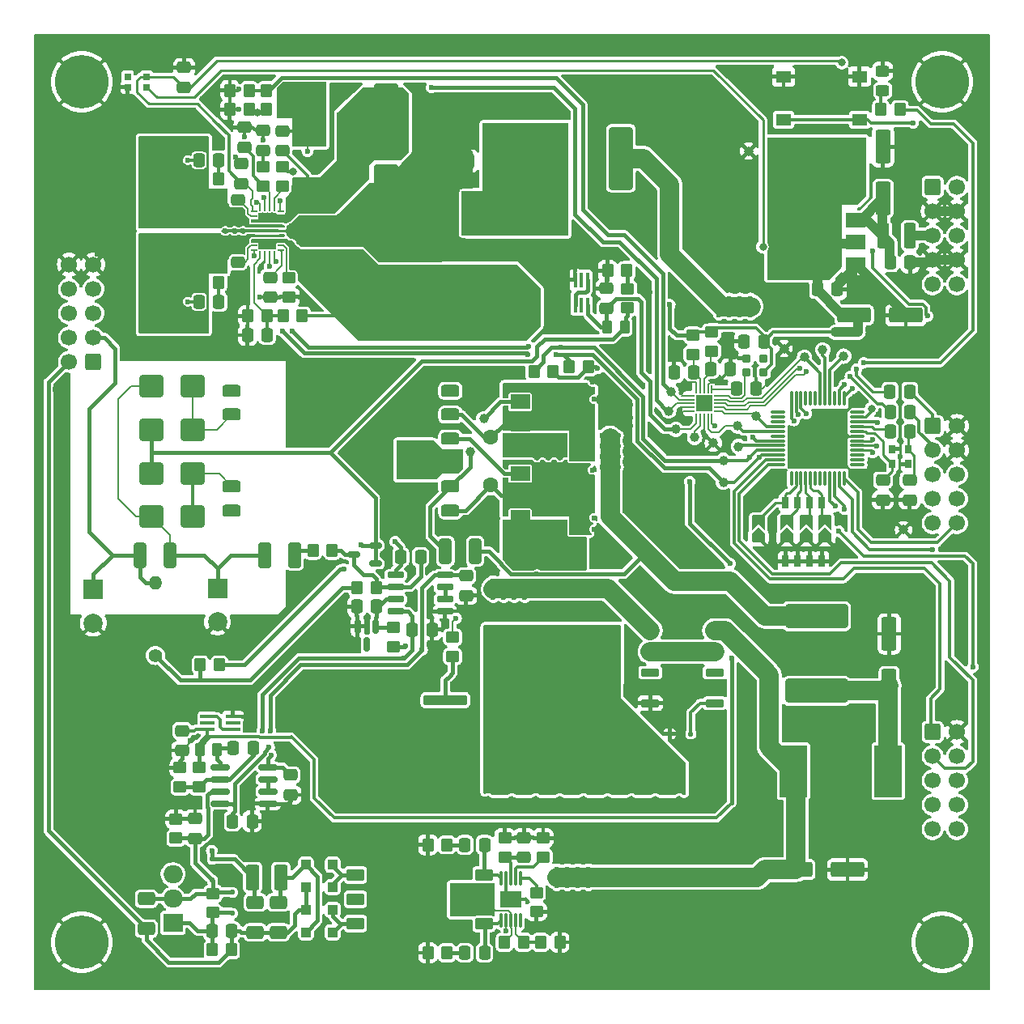
<source format=gtl>
G04 #@! TF.GenerationSoftware,KiCad,Pcbnew,7.0.9*
G04 #@! TF.CreationDate,2023-12-09T13:14:58+01:00*
G04 #@! TF.ProjectId,EuroMeasure-IonGaugeController,4575726f-4d65-4617-9375-72652d496f6e,1.0.0*
G04 #@! TF.SameCoordinates,Original*
G04 #@! TF.FileFunction,Copper,L1,Top*
G04 #@! TF.FilePolarity,Positive*
%FSLAX46Y46*%
G04 Gerber Fmt 4.6, Leading zero omitted, Abs format (unit mm)*
G04 Created by KiCad (PCBNEW 7.0.9) date 2023-12-09 13:14:58*
%MOMM*%
%LPD*%
G01*
G04 APERTURE LIST*
G04 Aperture macros list*
%AMRoundRect*
0 Rectangle with rounded corners*
0 $1 Rounding radius*
0 $2 $3 $4 $5 $6 $7 $8 $9 X,Y pos of 4 corners*
0 Add a 4 corners polygon primitive as box body*
4,1,4,$2,$3,$4,$5,$6,$7,$8,$9,$2,$3,0*
0 Add four circle primitives for the rounded corners*
1,1,$1+$1,$2,$3*
1,1,$1+$1,$4,$5*
1,1,$1+$1,$6,$7*
1,1,$1+$1,$8,$9*
0 Add four rect primitives between the rounded corners*
20,1,$1+$1,$2,$3,$4,$5,0*
20,1,$1+$1,$4,$5,$6,$7,0*
20,1,$1+$1,$6,$7,$8,$9,0*
20,1,$1+$1,$8,$9,$2,$3,0*%
%AMFreePoly0*
4,1,15,0.512500,0.050000,0.512500,-0.050000,1.162500,-0.700000,-0.262500,-0.700000,-0.358171,-0.680970,-0.439277,-0.626777,-0.493470,-0.545671,-0.512500,-0.450000,-0.512500,0.450000,-0.493470,0.545671,-0.439277,0.626777,-0.358171,0.680970,-0.262500,0.700000,1.162500,0.700000,0.512500,0.050000,0.512500,0.050000,$1*%
%AMFreePoly1*
4,1,20,0.358171,0.680970,0.439277,0.626777,0.493470,0.545671,0.512500,0.450000,0.512500,-0.450000,0.493470,-0.545671,0.439277,-0.626777,0.358171,-0.680970,0.262500,-0.700000,-0.362500,-0.700000,-0.428566,-0.633933,-0.439277,-0.626777,-0.446433,-0.616066,-1.062500,0.000000,-0.446433,0.616066,-0.439277,0.626777,-0.428566,0.633933,-0.362500,0.700000,0.262500,0.700000,0.358171,0.680970,
0.358171,0.680970,$1*%
%AMFreePoly2*
4,1,13,0.125000,1.175000,0.165000,1.175000,0.165000,-1.175000,0.125000,-1.175000,0.125000,-1.700000,-0.125000,-1.700000,-0.125000,-1.175000,-0.165000,-1.175000,-0.165000,1.175000,-0.125000,1.175000,-0.125000,1.700000,0.125000,1.700000,0.125000,1.175000,0.125000,1.175000,$1*%
G04 Aperture macros list end*
G04 #@! TA.AperFunction,SMDPad,CuDef*
%ADD10RoundRect,0.250000X-0.475000X0.337500X-0.475000X-0.337500X0.475000X-0.337500X0.475000X0.337500X0*%
G04 #@! TD*
G04 #@! TA.AperFunction,SMDPad,CuDef*
%ADD11RoundRect,0.250000X-0.350000X-0.450000X0.350000X-0.450000X0.350000X0.450000X-0.350000X0.450000X0*%
G04 #@! TD*
G04 #@! TA.AperFunction,SMDPad,CuDef*
%ADD12RoundRect,0.125000X-0.125000X0.125000X-0.125000X-0.125000X0.125000X-0.125000X0.125000X0.125000X0*%
G04 #@! TD*
G04 #@! TA.AperFunction,SMDPad,CuDef*
%ADD13RoundRect,0.250000X0.350000X0.450000X-0.350000X0.450000X-0.350000X-0.450000X0.350000X-0.450000X0*%
G04 #@! TD*
G04 #@! TA.AperFunction,SMDPad,CuDef*
%ADD14RoundRect,0.150000X0.512500X0.150000X-0.512500X0.150000X-0.512500X-0.150000X0.512500X-0.150000X0*%
G04 #@! TD*
G04 #@! TA.AperFunction,SMDPad,CuDef*
%ADD15RoundRect,0.250000X0.450000X-0.350000X0.450000X0.350000X-0.450000X0.350000X-0.450000X-0.350000X0*%
G04 #@! TD*
G04 #@! TA.AperFunction,SMDPad,CuDef*
%ADD16RoundRect,0.250000X0.475000X-0.337500X0.475000X0.337500X-0.475000X0.337500X-0.475000X-0.337500X0*%
G04 #@! TD*
G04 #@! TA.AperFunction,SMDPad,CuDef*
%ADD17RoundRect,0.150000X-0.150000X0.587500X-0.150000X-0.587500X0.150000X-0.587500X0.150000X0.587500X0*%
G04 #@! TD*
G04 #@! TA.AperFunction,SMDPad,CuDef*
%ADD18RoundRect,0.250000X0.262500X0.450000X-0.262500X0.450000X-0.262500X-0.450000X0.262500X-0.450000X0*%
G04 #@! TD*
G04 #@! TA.AperFunction,SMDPad,CuDef*
%ADD19RoundRect,0.250000X-0.300000X-0.300000X0.300000X-0.300000X0.300000X0.300000X-0.300000X0.300000X0*%
G04 #@! TD*
G04 #@! TA.AperFunction,ComponentPad*
%ADD20RoundRect,0.250000X-0.600000X-0.600000X0.600000X-0.600000X0.600000X0.600000X-0.600000X0.600000X0*%
G04 #@! TD*
G04 #@! TA.AperFunction,ComponentPad*
%ADD21C,1.700000*%
G04 #@! TD*
G04 #@! TA.AperFunction,ComponentPad*
%ADD22C,5.600000*%
G04 #@! TD*
G04 #@! TA.AperFunction,SMDPad,CuDef*
%ADD23R,0.700000X0.700000*%
G04 #@! TD*
G04 #@! TA.AperFunction,SMDPad,CuDef*
%ADD24RoundRect,0.250000X0.337500X0.475000X-0.337500X0.475000X-0.337500X-0.475000X0.337500X-0.475000X0*%
G04 #@! TD*
G04 #@! TA.AperFunction,SMDPad,CuDef*
%ADD25RoundRect,0.250000X-2.050000X-0.300000X2.050000X-0.300000X2.050000X0.300000X-2.050000X0.300000X0*%
G04 #@! TD*
G04 #@! TA.AperFunction,SMDPad,CuDef*
%ADD26RoundRect,0.250000X-2.025000X-2.375000X2.025000X-2.375000X2.025000X2.375000X-2.025000X2.375000X0*%
G04 #@! TD*
G04 #@! TA.AperFunction,SMDPad,CuDef*
%ADD27RoundRect,0.250002X-4.449998X-5.149998X4.449998X-5.149998X4.449998X5.149998X-4.449998X5.149998X0*%
G04 #@! TD*
G04 #@! TA.AperFunction,SMDPad,CuDef*
%ADD28RoundRect,0.324675X-0.925325X-2.975325X0.925325X-2.975325X0.925325X2.975325X-0.925325X2.975325X0*%
G04 #@! TD*
G04 #@! TA.AperFunction,SMDPad,CuDef*
%ADD29RoundRect,0.250000X-1.500000X-0.550000X1.500000X-0.550000X1.500000X0.550000X-1.500000X0.550000X0*%
G04 #@! TD*
G04 #@! TA.AperFunction,SMDPad,CuDef*
%ADD30RoundRect,0.250000X-0.337500X-0.475000X0.337500X-0.475000X0.337500X0.475000X-0.337500X0.475000X0*%
G04 #@! TD*
G04 #@! TA.AperFunction,ComponentPad*
%ADD31R,2.000000X1.905000*%
G04 #@! TD*
G04 #@! TA.AperFunction,ComponentPad*
%ADD32O,2.000000X1.905000*%
G04 #@! TD*
G04 #@! TA.AperFunction,SMDPad,CuDef*
%ADD33FreePoly0,270.000000*%
G04 #@! TD*
G04 #@! TA.AperFunction,SMDPad,CuDef*
%ADD34FreePoly1,270.000000*%
G04 #@! TD*
G04 #@! TA.AperFunction,ComponentPad*
%ADD35C,1.000000*%
G04 #@! TD*
G04 #@! TA.AperFunction,SMDPad,CuDef*
%ADD36RoundRect,0.250000X-0.450000X0.350000X-0.450000X-0.350000X0.450000X-0.350000X0.450000X0.350000X0*%
G04 #@! TD*
G04 #@! TA.AperFunction,SMDPad,CuDef*
%ADD37RoundRect,0.317500X0.637500X0.317500X-0.637500X0.317500X-0.637500X-0.317500X0.637500X-0.317500X0*%
G04 #@! TD*
G04 #@! TA.AperFunction,SMDPad,CuDef*
%ADD38R,0.650000X0.850000*%
G04 #@! TD*
G04 #@! TA.AperFunction,SMDPad,CuDef*
%ADD39RoundRect,0.249999X1.075001X-0.450001X1.075001X0.450001X-1.075001X0.450001X-1.075001X-0.450001X0*%
G04 #@! TD*
G04 #@! TA.AperFunction,SMDPad,CuDef*
%ADD40RoundRect,0.250000X0.650000X-0.412500X0.650000X0.412500X-0.650000X0.412500X-0.650000X-0.412500X0*%
G04 #@! TD*
G04 #@! TA.AperFunction,SMDPad,CuDef*
%ADD41RoundRect,0.250000X0.300000X0.300000X-0.300000X0.300000X-0.300000X-0.300000X0.300000X-0.300000X0*%
G04 #@! TD*
G04 #@! TA.AperFunction,SMDPad,CuDef*
%ADD42R,2.000000X1.500000*%
G04 #@! TD*
G04 #@! TA.AperFunction,SMDPad,CuDef*
%ADD43R,2.000000X3.800000*%
G04 #@! TD*
G04 #@! TA.AperFunction,SMDPad,CuDef*
%ADD44RoundRect,0.050000X-0.362500X-0.050000X0.362500X-0.050000X0.362500X0.050000X-0.362500X0.050000X0*%
G04 #@! TD*
G04 #@! TA.AperFunction,SMDPad,CuDef*
%ADD45RoundRect,0.050000X-0.050000X-0.362500X0.050000X-0.362500X0.050000X0.362500X-0.050000X0.362500X0*%
G04 #@! TD*
G04 #@! TA.AperFunction,SMDPad,CuDef*
%ADD46R,1.700000X1.700000*%
G04 #@! TD*
G04 #@! TA.AperFunction,SMDPad,CuDef*
%ADD47RoundRect,0.150000X-0.825000X-0.150000X0.825000X-0.150000X0.825000X0.150000X-0.825000X0.150000X0*%
G04 #@! TD*
G04 #@! TA.AperFunction,SMDPad,CuDef*
%ADD48RoundRect,0.075000X0.662500X0.075000X-0.662500X0.075000X-0.662500X-0.075000X0.662500X-0.075000X0*%
G04 #@! TD*
G04 #@! TA.AperFunction,SMDPad,CuDef*
%ADD49RoundRect,0.075000X0.075000X0.662500X-0.075000X0.662500X-0.075000X-0.662500X0.075000X-0.662500X0*%
G04 #@! TD*
G04 #@! TA.AperFunction,SMDPad,CuDef*
%ADD50RoundRect,0.250000X-0.412500X-1.100000X0.412500X-1.100000X0.412500X1.100000X-0.412500X1.100000X0*%
G04 #@! TD*
G04 #@! TA.AperFunction,SMDPad,CuDef*
%ADD51RoundRect,0.250000X0.375000X1.075000X-0.375000X1.075000X-0.375000X-1.075000X0.375000X-1.075000X0*%
G04 #@! TD*
G04 #@! TA.AperFunction,SMDPad,CuDef*
%ADD52RoundRect,0.250000X1.000000X-1.950000X1.000000X1.950000X-1.000000X1.950000X-1.000000X-1.950000X0*%
G04 #@! TD*
G04 #@! TA.AperFunction,SMDPad,CuDef*
%ADD53R,1.550000X1.300000*%
G04 #@! TD*
G04 #@! TA.AperFunction,ComponentPad*
%ADD54R,2.000000X2.000000*%
G04 #@! TD*
G04 #@! TA.AperFunction,ComponentPad*
%ADD55C,2.000000*%
G04 #@! TD*
G04 #@! TA.AperFunction,SMDPad,CuDef*
%ADD56R,5.400000X2.900000*%
G04 #@! TD*
G04 #@! TA.AperFunction,SMDPad,CuDef*
%ADD57R,0.760000X1.250000*%
G04 #@! TD*
G04 #@! TA.AperFunction,SMDPad,CuDef*
%ADD58RoundRect,0.250000X0.400000X1.075000X-0.400000X1.075000X-0.400000X-1.075000X0.400000X-1.075000X0*%
G04 #@! TD*
G04 #@! TA.AperFunction,SMDPad,CuDef*
%ADD59RoundRect,0.122000X0.788000X0.488000X-0.788000X0.488000X-0.788000X-0.488000X0.788000X-0.488000X0*%
G04 #@! TD*
G04 #@! TA.AperFunction,SMDPad,CuDef*
%ADD60RoundRect,0.250000X-0.450000X0.325000X-0.450000X-0.325000X0.450000X-0.325000X0.450000X0.325000X0*%
G04 #@! TD*
G04 #@! TA.AperFunction,SMDPad,CuDef*
%ADD61R,0.400000X1.500000*%
G04 #@! TD*
G04 #@! TA.AperFunction,SMDPad,CuDef*
%ADD62RoundRect,0.050000X0.075000X0.250000X-0.075000X0.250000X-0.075000X-0.250000X0.075000X-0.250000X0*%
G04 #@! TD*
G04 #@! TA.AperFunction,SMDPad,CuDef*
%ADD63RoundRect,0.050000X-0.250000X0.075000X-0.250000X-0.075000X0.250000X-0.075000X0.250000X0.075000X0*%
G04 #@! TD*
G04 #@! TA.AperFunction,SMDPad,CuDef*
%ADD64RoundRect,0.050000X-1.650000X0.075000X-1.650000X-0.075000X1.650000X-0.075000X1.650000X0.075000X0*%
G04 #@! TD*
G04 #@! TA.AperFunction,SMDPad,CuDef*
%ADD65FreePoly2,90.000000*%
G04 #@! TD*
G04 #@! TA.AperFunction,SMDPad,CuDef*
%ADD66RoundRect,0.050000X0.250000X-0.075000X0.250000X0.075000X-0.250000X0.075000X-0.250000X-0.075000X0*%
G04 #@! TD*
G04 #@! TA.AperFunction,SMDPad,CuDef*
%ADD67RoundRect,0.250000X1.000000X0.900000X-1.000000X0.900000X-1.000000X-0.900000X1.000000X-0.900000X0*%
G04 #@! TD*
G04 #@! TA.AperFunction,SMDPad,CuDef*
%ADD68RoundRect,0.075000X0.075000X-0.650000X0.075000X0.650000X-0.075000X0.650000X-0.075000X-0.650000X0*%
G04 #@! TD*
G04 #@! TA.AperFunction,SMDPad,CuDef*
%ADD69RoundRect,0.087500X1.022500X-0.787500X1.022500X0.787500X-1.022500X0.787500X-1.022500X-0.787500X0*%
G04 #@! TD*
G04 #@! TA.AperFunction,SMDPad,CuDef*
%ADD70RoundRect,0.250000X-1.000000X-0.900000X1.000000X-0.900000X1.000000X0.900000X-1.000000X0.900000X0*%
G04 #@! TD*
G04 #@! TA.AperFunction,SMDPad,CuDef*
%ADD71R,1.500000X0.400000*%
G04 #@! TD*
G04 #@! TA.AperFunction,SMDPad,CuDef*
%ADD72RoundRect,0.200000X-0.250000X0.200000X-0.250000X-0.200000X0.250000X-0.200000X0.250000X0.200000X0*%
G04 #@! TD*
G04 #@! TA.AperFunction,SMDPad,CuDef*
%ADD73R,7.200000X2.300000*%
G04 #@! TD*
G04 #@! TA.AperFunction,SMDPad,CuDef*
%ADD74RoundRect,0.250000X0.550000X-1.500000X0.550000X1.500000X-0.550000X1.500000X-0.550000X-1.500000X0*%
G04 #@! TD*
G04 #@! TA.AperFunction,SMDPad,CuDef*
%ADD75RoundRect,0.250000X-1.000000X1.950000X-1.000000X-1.950000X1.000000X-1.950000X1.000000X1.950000X0*%
G04 #@! TD*
G04 #@! TA.AperFunction,SMDPad,CuDef*
%ADD76RoundRect,0.050000X0.880000X-0.350000X0.880000X0.350000X-0.880000X0.350000X-0.880000X-0.350000X0*%
G04 #@! TD*
G04 #@! TA.AperFunction,SMDPad,CuDef*
%ADD77RoundRect,0.250001X0.462499X1.074999X-0.462499X1.074999X-0.462499X-1.074999X0.462499X-1.074999X0*%
G04 #@! TD*
G04 #@! TA.AperFunction,ComponentPad*
%ADD78C,1.600000*%
G04 #@! TD*
G04 #@! TA.AperFunction,SMDPad,CuDef*
%ADD79RoundRect,0.324675X2.975325X-0.925325X2.975325X0.925325X-2.975325X0.925325X-2.975325X-0.925325X0*%
G04 #@! TD*
G04 #@! TA.AperFunction,ComponentPad*
%ADD80C,1.400000*%
G04 #@! TD*
G04 #@! TA.AperFunction,ComponentPad*
%ADD81O,1.400000X1.400000*%
G04 #@! TD*
G04 #@! TA.AperFunction,SMDPad,CuDef*
%ADD82RoundRect,0.125000X0.125000X0.125000X-0.125000X0.125000X-0.125000X-0.125000X0.125000X-0.125000X0*%
G04 #@! TD*
G04 #@! TA.AperFunction,SMDPad,CuDef*
%ADD83RoundRect,0.250000X-0.400000X-1.075000X0.400000X-1.075000X0.400000X1.075000X-0.400000X1.075000X0*%
G04 #@! TD*
G04 #@! TA.AperFunction,SMDPad,CuDef*
%ADD84RoundRect,0.250000X1.500000X0.550000X-1.500000X0.550000X-1.500000X-0.550000X1.500000X-0.550000X0*%
G04 #@! TD*
G04 #@! TA.AperFunction,ComponentPad*
%ADD85RoundRect,0.250000X0.600000X0.600000X-0.600000X0.600000X-0.600000X-0.600000X0.600000X-0.600000X0*%
G04 #@! TD*
G04 #@! TA.AperFunction,SMDPad,CuDef*
%ADD86R,2.900000X5.400000*%
G04 #@! TD*
G04 #@! TA.AperFunction,SMDPad,CuDef*
%ADD87RoundRect,0.150000X-0.725000X-0.150000X0.725000X-0.150000X0.725000X0.150000X-0.725000X0.150000X0*%
G04 #@! TD*
G04 #@! TA.AperFunction,ViaPad*
%ADD88C,0.600000*%
G04 #@! TD*
G04 #@! TA.AperFunction,ViaPad*
%ADD89C,0.800000*%
G04 #@! TD*
G04 #@! TA.AperFunction,ViaPad*
%ADD90C,1.000000*%
G04 #@! TD*
G04 #@! TA.AperFunction,Conductor*
%ADD91C,0.200000*%
G04 #@! TD*
G04 #@! TA.AperFunction,Conductor*
%ADD92C,0.400000*%
G04 #@! TD*
G04 #@! TA.AperFunction,Conductor*
%ADD93C,0.300000*%
G04 #@! TD*
G04 #@! TA.AperFunction,Conductor*
%ADD94C,0.250000*%
G04 #@! TD*
G04 #@! TA.AperFunction,Conductor*
%ADD95C,1.000000*%
G04 #@! TD*
G04 #@! TA.AperFunction,Conductor*
%ADD96C,2.000000*%
G04 #@! TD*
G04 APERTURE END LIST*
D10*
X124000000Y-60100000D03*
X124000000Y-62175000D03*
X115487500Y-122862500D03*
X115487500Y-124937500D03*
D11*
X129200000Y-104000000D03*
X131200000Y-104000000D03*
D12*
X120750000Y-139775000D03*
X120750000Y-141975000D03*
D13*
X154300000Y-85300000D03*
X152300000Y-85300000D03*
D14*
X135700000Y-105400000D03*
X135700000Y-103500000D03*
X133425000Y-104450000D03*
D15*
X137600000Y-114100000D03*
X137600000Y-112100000D03*
D16*
X121300000Y-69437500D03*
X121300000Y-67362500D03*
D13*
X155000000Y-145000000D03*
X153000000Y-145000000D03*
D15*
X152550000Y-141800000D03*
X152550000Y-139800000D03*
D17*
X135750000Y-111962500D03*
X133850000Y-111962500D03*
X134800000Y-113837500D03*
D18*
X119150000Y-124850000D03*
X117325000Y-124850000D03*
D19*
X128450000Y-136900000D03*
X131250000Y-136900000D03*
D20*
X194000000Y-66000000D03*
D21*
X196540000Y-66000000D03*
D22*
X105000000Y-55000000D03*
X105000000Y-145000000D03*
D21*
X194000000Y-68540000D03*
D22*
X195000000Y-55000000D03*
X195000000Y-145000000D03*
D21*
X196540000Y-68540000D03*
X194000000Y-71080000D03*
X196540000Y-71080000D03*
X194000000Y-73620000D03*
X196540000Y-73620000D03*
X194000000Y-76160000D03*
X196540000Y-76160000D03*
D20*
X194000000Y-91000000D03*
D21*
X196540000Y-91000000D03*
X194000000Y-93540000D03*
X196540000Y-93540000D03*
X194000000Y-96080000D03*
X196540000Y-96080000D03*
X194000000Y-98620000D03*
X196540000Y-98620000D03*
X194000000Y-101160000D03*
X196540000Y-101160000D03*
D20*
X194000000Y-123000000D03*
D21*
X196540000Y-123000000D03*
X194000000Y-125540000D03*
X196540000Y-125540000D03*
X194000000Y-128080000D03*
X196540000Y-128080000D03*
X194000000Y-130620000D03*
X196540000Y-130620000D03*
X194000000Y-133160000D03*
X196540000Y-133160000D03*
D23*
X109800000Y-54450000D03*
X109800000Y-55550000D03*
X111800000Y-55550000D03*
X111800000Y-54450000D03*
D24*
X191637500Y-91600000D03*
X189562500Y-91600000D03*
D25*
X143025000Y-119660000D03*
D26*
X149750000Y-119425000D03*
X149750000Y-124975000D03*
D27*
X152175000Y-122200000D03*
D26*
X154600000Y-119425000D03*
X154600000Y-124975000D03*
D25*
X143025000Y-124740000D03*
D13*
X126300000Y-55900000D03*
X124300000Y-55900000D03*
D28*
X153600000Y-63000000D03*
X161400000Y-63000000D03*
D13*
X122500000Y-55900000D03*
X120500000Y-55900000D03*
D29*
X179700000Y-137400000D03*
X185100000Y-137400000D03*
D18*
X161787500Y-80650000D03*
X159962500Y-80650000D03*
D13*
X158000000Y-84800000D03*
X156000000Y-84800000D03*
D15*
X126000000Y-65900000D03*
X126000000Y-63900000D03*
D30*
X189562500Y-89500000D03*
X191637500Y-89500000D03*
D31*
X114550000Y-142980000D03*
D32*
X114550000Y-140440000D03*
X114550000Y-137900000D03*
D13*
X124362500Y-79500000D03*
X122362500Y-79500000D03*
X162000000Y-74750000D03*
X160000000Y-74750000D03*
D10*
X151250000Y-134062500D03*
X151250000Y-136137500D03*
D16*
X115700000Y-55575000D03*
X115700000Y-53500000D03*
D33*
X182750000Y-100837500D03*
D34*
X182750000Y-102662500D03*
D13*
X143200000Y-134800000D03*
X141200000Y-134800000D03*
D10*
X124700000Y-75462500D03*
X124700000Y-77537500D03*
D35*
X169100000Y-92200000D03*
D36*
X126700000Y-75500000D03*
X126700000Y-77500000D03*
D37*
X143550000Y-99830000D03*
X143550000Y-97330000D03*
X143550000Y-94830000D03*
X143550000Y-92330000D03*
X143550000Y-89830000D03*
X143550000Y-87330000D03*
X120690000Y-87330000D03*
X120690000Y-89830000D03*
X120690000Y-97330000D03*
X120690000Y-99830000D03*
D16*
X130200000Y-69737500D03*
X130200000Y-67662500D03*
D10*
X128200000Y-71462500D03*
X128200000Y-73537500D03*
D24*
X191615000Y-87400000D03*
X189540000Y-87400000D03*
D38*
X191425000Y-93425000D03*
X189775000Y-93425000D03*
X189775000Y-94975000D03*
X191425000Y-94975000D03*
D30*
X170762500Y-85050000D03*
X172837500Y-85050000D03*
D35*
X180600000Y-83800000D03*
D13*
X122500000Y-57900000D03*
X120500000Y-57900000D03*
D30*
X173462500Y-87050000D03*
X175537500Y-87050000D03*
D15*
X124000000Y-65900000D03*
X124000000Y-63900000D03*
D30*
X166962500Y-85400000D03*
X169037500Y-85400000D03*
D24*
X119337500Y-63200000D03*
X117262500Y-63200000D03*
D39*
X128600000Y-65700000D03*
X128600000Y-60900000D03*
D13*
X128062500Y-79500000D03*
X126062500Y-79500000D03*
D10*
X122000000Y-59762500D03*
X122000000Y-61837500D03*
D15*
X115287500Y-128750000D03*
X115287500Y-126750000D03*
D35*
X171050000Y-92800000D03*
D33*
X175750000Y-100837500D03*
D34*
X175750000Y-102662500D03*
D13*
X143200000Y-146100000D03*
X141200000Y-146100000D03*
D40*
X123150000Y-143962500D03*
X123150000Y-140837500D03*
D30*
X133762500Y-109900000D03*
X135837500Y-109900000D03*
D13*
X119400000Y-116000000D03*
X117400000Y-116000000D03*
D35*
X184700000Y-83700000D03*
D24*
X122937500Y-124700000D03*
X120862500Y-124700000D03*
D41*
X131250000Y-139250000D03*
X128450000Y-139250000D03*
D24*
X122825000Y-132350000D03*
X120750000Y-132350000D03*
D42*
X185950000Y-74100000D03*
X185950000Y-71800000D03*
D43*
X179650000Y-71800000D03*
D42*
X185950000Y-69500000D03*
D44*
X168637500Y-87837500D03*
X168637500Y-88237500D03*
X168637500Y-88637500D03*
X168637500Y-89037500D03*
X168637500Y-89437500D03*
D45*
X169300000Y-90100000D03*
X169700000Y-90100000D03*
X170100000Y-90100000D03*
X170500000Y-90100000D03*
X170900000Y-90100000D03*
D44*
X171562500Y-89437500D03*
X171562500Y-89037500D03*
X171562500Y-88637500D03*
X171562500Y-88237500D03*
X171562500Y-87837500D03*
D45*
X170900000Y-87175000D03*
X170500000Y-87175000D03*
X170100000Y-87175000D03*
X169700000Y-87175000D03*
X169300000Y-87175000D03*
D46*
X170100000Y-88637500D03*
D47*
X119512500Y-126685000D03*
X119512500Y-127955000D03*
X119512500Y-129225000D03*
X119512500Y-130495000D03*
X124462500Y-130495000D03*
X124462500Y-129225000D03*
X124462500Y-127955000D03*
X124462500Y-126685000D03*
D48*
X186140000Y-95055000D03*
X186140000Y-94555000D03*
X186140000Y-94055000D03*
X186140000Y-93555000D03*
X186140000Y-93055000D03*
X186140000Y-92555000D03*
X186140000Y-92055000D03*
X186140000Y-91555000D03*
X186140000Y-91055000D03*
X186140000Y-90555000D03*
X186140000Y-90055000D03*
X186140000Y-89555000D03*
D49*
X184727500Y-88142500D03*
X184227500Y-88142500D03*
X183727500Y-88142500D03*
X183227500Y-88142500D03*
X182727500Y-88142500D03*
X182227500Y-88142500D03*
X181727500Y-88142500D03*
X181227500Y-88142500D03*
X180727500Y-88142500D03*
X180227500Y-88142500D03*
X179727500Y-88142500D03*
X179227500Y-88142500D03*
D48*
X177815000Y-89555000D03*
X177815000Y-90055000D03*
X177815000Y-90555000D03*
X177815000Y-91055000D03*
X177815000Y-91555000D03*
X177815000Y-92055000D03*
X177815000Y-92555000D03*
X177815000Y-93055000D03*
X177815000Y-93555000D03*
X177815000Y-94055000D03*
X177815000Y-94555000D03*
X177815000Y-95055000D03*
D49*
X179227500Y-96467500D03*
X179727500Y-96467500D03*
X180227500Y-96467500D03*
X180727500Y-96467500D03*
X181227500Y-96467500D03*
X181727500Y-96467500D03*
X182227500Y-96467500D03*
X182727500Y-96467500D03*
X183227500Y-96467500D03*
X183727500Y-96467500D03*
X184227500Y-96467500D03*
X184727500Y-96467500D03*
D30*
X138362500Y-104700000D03*
X140437500Y-104700000D03*
D15*
X114850000Y-134112500D03*
X114850000Y-132112500D03*
D35*
X172100000Y-94600000D03*
D50*
X124137500Y-104500000D03*
X127262500Y-104500000D03*
D12*
X118650000Y-136300000D03*
X118650000Y-138500000D03*
D51*
X191600000Y-71100000D03*
X188800000Y-71100000D03*
D52*
X136800000Y-79200000D03*
X136800000Y-70800000D03*
D53*
X178402500Y-54455000D03*
X186352500Y-54455000D03*
X178402500Y-58955000D03*
X186352500Y-58955000D03*
D54*
X106200000Y-108117677D03*
D55*
X106200000Y-111617677D03*
D56*
X149100000Y-69150000D03*
X149100000Y-79050000D03*
D35*
X190950000Y-101850000D03*
X166400000Y-89450000D03*
D40*
X111750000Y-143562500D03*
X111750000Y-140437500D03*
D36*
X118750000Y-139900000D03*
X118750000Y-141900000D03*
D57*
X182405000Y-99000000D03*
X181135000Y-99000000D03*
X179865000Y-99000000D03*
X178595000Y-99000000D03*
X178595000Y-105150000D03*
X179865000Y-105150000D03*
X181135000Y-105150000D03*
X182405000Y-105150000D03*
D35*
X182500000Y-83050000D03*
D30*
X189562500Y-73900000D03*
X191637500Y-73900000D03*
D15*
X162075000Y-78650000D03*
X162075000Y-76650000D03*
D10*
X145200000Y-106662500D03*
X145200000Y-108737500D03*
D24*
X147137500Y-134800000D03*
X145062500Y-134800000D03*
D36*
X143800000Y-113100000D03*
X143800000Y-115100000D03*
D41*
X131250000Y-141600000D03*
X128450000Y-141600000D03*
D16*
X128200000Y-69737500D03*
X128200000Y-67662500D03*
D13*
X151200000Y-145000000D03*
X149200000Y-145000000D03*
D24*
X120687500Y-143800000D03*
X118612500Y-143800000D03*
D35*
X178450000Y-82900000D03*
D10*
X121300000Y-71762500D03*
X121300000Y-73837500D03*
D58*
X114200000Y-104500000D03*
X111100000Y-104500000D03*
D35*
X173600000Y-91000000D03*
D42*
X150850000Y-88480000D03*
X150850000Y-90780000D03*
D43*
X157150000Y-90780000D03*
D42*
X150850000Y-93080000D03*
D59*
X147065000Y-143040000D03*
X147065000Y-140500000D03*
X147065000Y-137960000D03*
X133635000Y-137960000D03*
X133635000Y-140500000D03*
X133635000Y-143040000D03*
D13*
X119300000Y-65200000D03*
X117300000Y-65200000D03*
D60*
X188777500Y-53880000D03*
X188777500Y-55930000D03*
D35*
X167150000Y-91350000D03*
D30*
X174262500Y-82150000D03*
X176337500Y-82150000D03*
D33*
X180750000Y-100837500D03*
D34*
X180750000Y-102662500D03*
D61*
X157925000Y-75720000D03*
X157275000Y-75720000D03*
X156625000Y-75720000D03*
X156625000Y-78380000D03*
X157275000Y-78380000D03*
X157925000Y-78380000D03*
D16*
X126000000Y-62200000D03*
X126000000Y-60125000D03*
D11*
X188577500Y-57905000D03*
X190577500Y-57905000D03*
D15*
X117237500Y-128750000D03*
X117237500Y-126750000D03*
D62*
X123650000Y-73000000D03*
X124150000Y-73000000D03*
X124650000Y-73000000D03*
X125150000Y-73000000D03*
D63*
X125800000Y-72640000D03*
X125800000Y-72140000D03*
D64*
X124400000Y-71640000D03*
X124400000Y-71140000D03*
D65*
X124400000Y-70600000D03*
D64*
X124400000Y-70060000D03*
X124400000Y-69560000D03*
D63*
X125800000Y-69060000D03*
D66*
X125800000Y-68560000D03*
D62*
X125150000Y-68200000D03*
X124650000Y-68200000D03*
X124150000Y-68200000D03*
X123650000Y-68200000D03*
D66*
X123000000Y-68560000D03*
D63*
X123000000Y-69060000D03*
X123000000Y-72140000D03*
D66*
X123000000Y-72640000D03*
D35*
X178300000Y-62300000D03*
D67*
X116600000Y-96000000D03*
X112300000Y-96000000D03*
D40*
X125550000Y-143962500D03*
X125550000Y-140837500D03*
D42*
X150850000Y-95980000D03*
X150850000Y-98280000D03*
D43*
X157150000Y-98280000D03*
D42*
X150850000Y-100580000D03*
D33*
X178750000Y-100837500D03*
D34*
X178750000Y-102662500D03*
D10*
X130200000Y-71462500D03*
X130200000Y-73537500D03*
D68*
X148850000Y-142700000D03*
X149350000Y-142700000D03*
X149850000Y-142700000D03*
X150350000Y-142700000D03*
X150850000Y-142700000D03*
X150850000Y-138300000D03*
X150350000Y-138300000D03*
X149850000Y-138300000D03*
X149350000Y-138300000D03*
X148850000Y-138300000D03*
D69*
X149850000Y-140500000D03*
D70*
X112300000Y-86800000D03*
X116600000Y-86800000D03*
D16*
X159875000Y-78687500D03*
X159875000Y-76612500D03*
D10*
X188800000Y-96662500D03*
X188800000Y-98737500D03*
D71*
X120817500Y-122700000D03*
X120817500Y-122050000D03*
X120817500Y-121400000D03*
X118157500Y-121400000D03*
X118157500Y-122050000D03*
X118157500Y-122700000D03*
D72*
X176325000Y-83925000D03*
X174475000Y-83925000D03*
X174475000Y-85375000D03*
X176325000Y-85375000D03*
D24*
X119337500Y-78000000D03*
X117262500Y-78000000D03*
D10*
X126837500Y-127512500D03*
X126837500Y-129587500D03*
D73*
X116000000Y-73150000D03*
X116000000Y-68050000D03*
D74*
X188800000Y-67200000D03*
X188800000Y-61800000D03*
D10*
X121700000Y-63562500D03*
X121700000Y-65637500D03*
D24*
X147137500Y-146100000D03*
X145062500Y-146100000D03*
D75*
X136800000Y-57400000D03*
X136800000Y-65800000D03*
D76*
X171200000Y-120000000D03*
X171200000Y-116800000D03*
X171200000Y-114600000D03*
X171200000Y-112400000D03*
X164460000Y-112400000D03*
X164460000Y-114600000D03*
X164460000Y-116800000D03*
X164460000Y-120000000D03*
D29*
X185800000Y-79400000D03*
X191200000Y-79400000D03*
D30*
X181962500Y-76700000D03*
X184037500Y-76700000D03*
D35*
X174750000Y-62250000D03*
D54*
X119200000Y-108000000D03*
D55*
X119200000Y-111500000D03*
D77*
X125837500Y-138200000D03*
X122862500Y-138200000D03*
D70*
X112300000Y-100500000D03*
X116600000Y-100500000D03*
D16*
X116850000Y-134150000D03*
X116850000Y-132075000D03*
D19*
X128450000Y-143950000D03*
X131250000Y-143950000D03*
D13*
X126300000Y-57900000D03*
X124300000Y-57900000D03*
D11*
X118650000Y-145800000D03*
X120650000Y-145800000D03*
D35*
X173700000Y-93150000D03*
D78*
X147800000Y-97180000D03*
X147800000Y-92180000D03*
D74*
X189450000Y-118150000D03*
X189450000Y-112750000D03*
D11*
X133800000Y-107900000D03*
X135800000Y-107900000D03*
D35*
X166650000Y-87400000D03*
D56*
X154400000Y-104350000D03*
X154400000Y-114250000D03*
D10*
X191577500Y-96662500D03*
X191577500Y-98737500D03*
D79*
X181850000Y-118700000D03*
X181850000Y-110900000D03*
D35*
X172100000Y-96900000D03*
D67*
X116600000Y-91400000D03*
X112300000Y-91400000D03*
D80*
X112700000Y-115000000D03*
D81*
X112700000Y-107380000D03*
D15*
X170900000Y-83150000D03*
X170900000Y-81150000D03*
D30*
X122325000Y-81500000D03*
X124400000Y-81500000D03*
D82*
X168700000Y-123200000D03*
X166500000Y-123200000D03*
D13*
X119300000Y-76000000D03*
X117300000Y-76000000D03*
D15*
X168900000Y-83500000D03*
X168900000Y-81500000D03*
D35*
X175550000Y-90000000D03*
D83*
X143050000Y-104100000D03*
X146150000Y-104100000D03*
D36*
X149250000Y-134100000D03*
X149250000Y-136100000D03*
D84*
X149700000Y-63300000D03*
X144300000Y-63300000D03*
D24*
X141637500Y-112300000D03*
X139562500Y-112300000D03*
D85*
X106200000Y-84280000D03*
D21*
X103660000Y-84280000D03*
X106200000Y-81740000D03*
X103660000Y-81740000D03*
X106200000Y-79200000D03*
X103660000Y-79200000D03*
X106200000Y-76660000D03*
X103660000Y-76660000D03*
X106200000Y-74120000D03*
X103660000Y-74120000D03*
D86*
X189350000Y-127100000D03*
X179450000Y-127100000D03*
D36*
X153250000Y-134100000D03*
X153250000Y-136100000D03*
D87*
X137825000Y-106595000D03*
X137825000Y-107865000D03*
X137825000Y-109135000D03*
X137825000Y-110405000D03*
X142975000Y-110405000D03*
X142975000Y-109135000D03*
X142975000Y-107865000D03*
X142975000Y-106595000D03*
D88*
X158600000Y-88200000D03*
X100500000Y-110500000D03*
X105000000Y-120000000D03*
X160000000Y-102800000D03*
X158600000Y-100600000D03*
X100500000Y-97000000D03*
X135000000Y-130000000D03*
X100500000Y-104000000D03*
X175250000Y-70500000D03*
X102500000Y-93500000D03*
X197250000Y-113250000D03*
X102200000Y-87200000D03*
X188950000Y-81150000D03*
X168600000Y-109000000D03*
X122400000Y-130800000D03*
X170600000Y-88200000D03*
X147800000Y-100400000D03*
X155800000Y-58400000D03*
X142500000Y-130000000D03*
X141400000Y-109500000D03*
X173600000Y-74400000D03*
X191250000Y-62500000D03*
X173000000Y-82500000D03*
X100500000Y-93500000D03*
X116200000Y-121500000D03*
X141700000Y-105400000D03*
X187000000Y-96250000D03*
X173250000Y-83750000D03*
X137000000Y-135000000D03*
X121900000Y-128900000D03*
X158400000Y-86400000D03*
X192250000Y-61500000D03*
X103600000Y-85800000D03*
X137000000Y-137500000D03*
X192250000Y-65000000D03*
X109900000Y-73000000D03*
X102500000Y-100500000D03*
X192250000Y-63250000D03*
X169600000Y-89150000D03*
X137000000Y-140000000D03*
X175000000Y-130000000D03*
X129000000Y-135000000D03*
X124500000Y-138500000D03*
X189000000Y-101250000D03*
X175250000Y-64250000D03*
X133000000Y-135000000D03*
X162400500Y-90100000D03*
X132500000Y-122500000D03*
X177750000Y-96750000D03*
X124400000Y-142000000D03*
X147500000Y-106100000D03*
X184750000Y-101000000D03*
X137500000Y-130000000D03*
X190675500Y-85700000D03*
X161800000Y-96400000D03*
X167500000Y-130000000D03*
X151100000Y-85900000D03*
X124500000Y-145500000D03*
X116100000Y-78000000D03*
X171501556Y-86502328D03*
X122800000Y-128000000D03*
X175000000Y-147500000D03*
X112900000Y-60000000D03*
X176750000Y-86500000D03*
X162400500Y-91000000D03*
X109900000Y-69900000D03*
X196050000Y-78050000D03*
X133200000Y-55600000D03*
X102500000Y-114000000D03*
X149350000Y-143800000D03*
X127900000Y-77500000D03*
X155450000Y-143700000D03*
X117600000Y-56800000D03*
X163700500Y-86775000D03*
X123768886Y-74268886D03*
X124000000Y-61088000D03*
X150600000Y-140000000D03*
X100500000Y-107500000D03*
X192300000Y-85400000D03*
X175250000Y-68500000D03*
X139700000Y-108700000D03*
X163800000Y-106600000D03*
X175750000Y-74000000D03*
X162200000Y-99800000D03*
X158600000Y-101800000D03*
X191250000Y-64250000D03*
X185000000Y-92105000D03*
X120000000Y-70600000D03*
X126900000Y-70100000D03*
X158400000Y-63600000D03*
X175000000Y-145000000D03*
X152500000Y-130000000D03*
X124500000Y-139500000D03*
X124500000Y-147500000D03*
X102500000Y-120000000D03*
X150600000Y-141000000D03*
X106600000Y-69900000D03*
X175000000Y-140000000D03*
X125600000Y-125000000D03*
X137000000Y-131000000D03*
X175250000Y-60500000D03*
X124500000Y-135000000D03*
X102500000Y-97000000D03*
X141800000Y-114400000D03*
X102500000Y-90000000D03*
X106600000Y-73000000D03*
X129400000Y-63800000D03*
X126400000Y-131100000D03*
X117200000Y-130100000D03*
X100500000Y-117500000D03*
X145000000Y-130000000D03*
X190777500Y-100305000D03*
X147500000Y-130000000D03*
X192150000Y-67800000D03*
X192150000Y-69000000D03*
X165400000Y-103200000D03*
X191150000Y-68450000D03*
X132500000Y-127500000D03*
X127000000Y-135000000D03*
X116100000Y-63200000D03*
X122000000Y-60750500D03*
X121861865Y-70599820D03*
X144800000Y-103300000D03*
X175000000Y-135000000D03*
X102500000Y-104000000D03*
X179200000Y-94400000D03*
X119300000Y-131600000D03*
X164400000Y-77000000D03*
X124500000Y-137500000D03*
X132600000Y-111900000D03*
X121200000Y-79500000D03*
X170000000Y-91650000D03*
X139600000Y-109800000D03*
X113800000Y-59100000D03*
X130000000Y-120000000D03*
X184140000Y-93460000D03*
X139400000Y-106400000D03*
X192750000Y-107750000D03*
X126900000Y-71100000D03*
X100600000Y-85900000D03*
X107400000Y-60800000D03*
X110400000Y-62500000D03*
X102500000Y-117500000D03*
X163400000Y-75500000D03*
X162500000Y-130000000D03*
X165000000Y-130000000D03*
X123000000Y-73200000D03*
X159900000Y-82800000D03*
X110000000Y-120000000D03*
X124500000Y-136500000D03*
X109900000Y-68100000D03*
X175000000Y-132500000D03*
X160000000Y-130000000D03*
X172250000Y-81500000D03*
X100500000Y-114000000D03*
X106600000Y-65000000D03*
X170000000Y-130000000D03*
X194400000Y-79000000D03*
X121400000Y-57900000D03*
X157400000Y-71000000D03*
X117500000Y-120000000D03*
X144800000Y-110300000D03*
X175000000Y-142500000D03*
X121047630Y-62910130D03*
X172250000Y-83250000D03*
X132500000Y-130000000D03*
X182200000Y-89800000D03*
X121400500Y-55800000D03*
X158400000Y-58600000D03*
X106600000Y-68100000D03*
X112500000Y-120000000D03*
X114000000Y-125700000D03*
X137000000Y-133000000D03*
X102500000Y-107500000D03*
X124500000Y-146500000D03*
X116375000Y-123925000D03*
X109900000Y-65000000D03*
X155000000Y-130000000D03*
D89*
X177000000Y-104000000D03*
D88*
X140000000Y-130000000D03*
X197250000Y-108000000D03*
X161400000Y-73300000D03*
X132500000Y-120000000D03*
X102500000Y-110500000D03*
X191250000Y-65750000D03*
X107500000Y-120000000D03*
X123649500Y-77500000D03*
X193500000Y-114000000D03*
X170325000Y-80049500D03*
X137000000Y-145000000D03*
X100500000Y-100500000D03*
X167600000Y-90100000D03*
X123324500Y-67600000D03*
X132400000Y-109900000D03*
X132500000Y-125000000D03*
X151100000Y-85000000D03*
X156500000Y-110800000D03*
X176200000Y-108000000D03*
X121200000Y-81500000D03*
X171200000Y-74400000D03*
X120800000Y-120500000D03*
X146100000Y-114000000D03*
X135000000Y-135000000D03*
X159900000Y-69500000D03*
X137000000Y-142500000D03*
X164200000Y-72000000D03*
X177000000Y-58250000D03*
X169800000Y-105400000D03*
X188282153Y-89824500D03*
X119100000Y-58300000D03*
X166800000Y-76000000D03*
X167250000Y-83750000D03*
X120000000Y-120000000D03*
X102700000Y-83000000D03*
X127500000Y-120000000D03*
X157500000Y-130000000D03*
X168350000Y-86650000D03*
X149100000Y-140000000D03*
X144300000Y-101600000D03*
X137000000Y-147500000D03*
X110600000Y-57600000D03*
X190600000Y-81600000D03*
X190600000Y-94200000D03*
X121000000Y-70600000D03*
X137000000Y-105400000D03*
X124400000Y-142800000D03*
X162400500Y-88800000D03*
X131000000Y-135000000D03*
X100500000Y-90000000D03*
X149100000Y-141000000D03*
X115000000Y-120000000D03*
X150000000Y-130000000D03*
X159150000Y-85875000D03*
X152425000Y-143425000D03*
X158400000Y-95600000D03*
X126800000Y-126200000D03*
X188400000Y-80400000D03*
X194850000Y-82100000D03*
X175250000Y-66250000D03*
X140600000Y-114400000D03*
X124600000Y-124600000D03*
X124700000Y-122900000D03*
X183800000Y-99400000D03*
X184777500Y-99705000D03*
X180777500Y-89705000D03*
X179486013Y-90436865D03*
X179918234Y-89764266D03*
X193977500Y-103905000D03*
X186200000Y-81200000D03*
X183800000Y-81200000D03*
X158963920Y-85001691D03*
X198200000Y-116200000D03*
X184200000Y-102000000D03*
X166500000Y-78300000D03*
X185000000Y-81200000D03*
X184777500Y-86705000D03*
X185577500Y-87105000D03*
X174877500Y-94305000D03*
X155100000Y-82800000D03*
X151700000Y-82700500D03*
X186030612Y-85073805D03*
X127000000Y-81100000D03*
X125350500Y-73800000D03*
X185389831Y-85801683D03*
X124650000Y-74306305D03*
X126000000Y-81100000D03*
X175868234Y-94295734D03*
X151684877Y-83499859D03*
X154588171Y-83499500D03*
X159400000Y-93100000D03*
X160250000Y-95300000D03*
X161100000Y-95300000D03*
X138863000Y-114000000D03*
X160250000Y-93100000D03*
X161100000Y-93100000D03*
X159400000Y-95300000D03*
X161100000Y-92000000D03*
X160250000Y-92000000D03*
D89*
X184500000Y-53000000D03*
D88*
X159400000Y-92000000D03*
X161100000Y-94200000D03*
X152600000Y-106500000D03*
X160250000Y-94200000D03*
X159400000Y-94200000D03*
X171650000Y-79350000D03*
X171650000Y-78500000D03*
X174950000Y-79350000D03*
X172750000Y-79350000D03*
X172750000Y-78500000D03*
X172750000Y-77650000D03*
X173850000Y-77650000D03*
X173850000Y-78500000D03*
X174950000Y-77650000D03*
X171650000Y-77650000D03*
X138700000Y-115300000D03*
X173850000Y-79350000D03*
X124800000Y-125400000D03*
X174950000Y-78500000D03*
X123900000Y-122900000D03*
X143800000Y-140500000D03*
X155800000Y-137350000D03*
X154700000Y-137350000D03*
X146500000Y-139300000D03*
X145100000Y-140500000D03*
X143800000Y-141900000D03*
X143800000Y-139300000D03*
X146500000Y-141900000D03*
X156900000Y-139050000D03*
X158000000Y-139050000D03*
X155800000Y-139050000D03*
X147700000Y-141900000D03*
X156900000Y-138200000D03*
X154700000Y-138200000D03*
X154700000Y-139050000D03*
X146500000Y-140500000D03*
X147700000Y-139300000D03*
X147700000Y-140500000D03*
X158000000Y-138200000D03*
X155800000Y-138200000D03*
X158000000Y-137350000D03*
X156900000Y-137350000D03*
D89*
X176250000Y-72250000D03*
D88*
X187750000Y-72700000D03*
X193449500Y-79500000D03*
D89*
X187600000Y-89200000D03*
D88*
X137800000Y-103100000D03*
X144150000Y-111103313D03*
X191977500Y-59305000D03*
X188239472Y-90658004D03*
X187725515Y-92429151D03*
X188177500Y-93088631D03*
X187729305Y-93750693D03*
X186800000Y-84400000D03*
X175200000Y-92205000D03*
X118600000Y-135400000D03*
X141600000Y-55600000D03*
X124050500Y-67128377D03*
X128600000Y-62300000D03*
X127600000Y-58200000D03*
X127600000Y-57000000D03*
X130000000Y-57000000D03*
X127600000Y-55800000D03*
X130000000Y-58200000D03*
X130000000Y-55800000D03*
X128800000Y-55800000D03*
X128800000Y-58200000D03*
X128800000Y-57000000D03*
X130000000Y-59400000D03*
X127600000Y-59400000D03*
X125749500Y-67425000D03*
X128800000Y-59400000D03*
D89*
X123400000Y-58200000D03*
X127100000Y-64400000D03*
D88*
X134200000Y-103400000D03*
X132400000Y-106000000D03*
D90*
X147050688Y-90229312D03*
X145600000Y-93680000D03*
D88*
X168600000Y-96800000D03*
X172800000Y-105400000D03*
X173000000Y-115250000D03*
X171200000Y-91000000D03*
X180800000Y-85350000D03*
X180100000Y-84950000D03*
X123800000Y-72200000D03*
X125000000Y-72200000D03*
X125000000Y-69000000D03*
X123800000Y-69000000D03*
X151200000Y-104200000D03*
X153800000Y-92300000D03*
X151200000Y-105200000D03*
X149600000Y-104200000D03*
X150400000Y-104800000D03*
X150400000Y-105800000D03*
X152600000Y-92300000D03*
X152600000Y-93300000D03*
X149600000Y-105200000D03*
X155000000Y-93300000D03*
X151200000Y-103200000D03*
X155000000Y-92300000D03*
X152600000Y-94300000D03*
X153800000Y-93300000D03*
X149600000Y-103200000D03*
X153800000Y-94300000D03*
X150400000Y-103800000D03*
X155000000Y-94300000D03*
X148050000Y-107200000D03*
X138300000Y-92900000D03*
X139400000Y-96300000D03*
X139400000Y-95200000D03*
X139400000Y-92900000D03*
X150250000Y-108050000D03*
X151350000Y-107200000D03*
X148050000Y-108900000D03*
X138300000Y-94000000D03*
X149150000Y-108050000D03*
X138300000Y-96300000D03*
X148050000Y-108050000D03*
X139400000Y-94000000D03*
X149150000Y-107200000D03*
X149150000Y-108900000D03*
X150250000Y-108900000D03*
X138300000Y-95200000D03*
X151350000Y-108050000D03*
X150250000Y-107200000D03*
X151350000Y-108900000D03*
D91*
X169037500Y-85400000D02*
X169037500Y-83637500D01*
X169700000Y-86062500D02*
X169037500Y-85400000D01*
X169700000Y-87175000D02*
X169700000Y-86062500D01*
X169037500Y-83637500D02*
X168900000Y-83500000D01*
X169300000Y-87175000D02*
X169300000Y-86500000D01*
X152550000Y-141800000D02*
X152550000Y-142900000D01*
X116375000Y-124050000D02*
X115487500Y-124937500D01*
D92*
X159875000Y-76612500D02*
X159875000Y-74875000D01*
D91*
X168300000Y-86650000D02*
X168400000Y-86550000D01*
D93*
X121861865Y-70599820D02*
X121000180Y-70599820D01*
D91*
X168350000Y-86600000D02*
X168350000Y-86650000D01*
X116850000Y-132075000D02*
X114887500Y-132075000D01*
D93*
X121862045Y-70600000D02*
X121861865Y-70599820D01*
D91*
X149350000Y-142700000D02*
X149350000Y-143800000D01*
D94*
X184977500Y-95195685D02*
X185631815Y-95850000D01*
D91*
X170100000Y-91550000D02*
X170000000Y-91650000D01*
X170500000Y-87175000D02*
X170500000Y-86667526D01*
X167912500Y-89437500D02*
X167700000Y-89650000D01*
X124150000Y-73887772D02*
X124150000Y-73000000D01*
D93*
X149350000Y-138300000D02*
X149350000Y-140000000D01*
X122325000Y-81500000D02*
X121200000Y-81500000D01*
D91*
X127337500Y-70600000D02*
X128200000Y-71462500D01*
X171461728Y-86462500D02*
X171501556Y-86502328D01*
D95*
X194000000Y-73620000D02*
X196540000Y-73620000D01*
X191277500Y-79305000D02*
X191227500Y-79305000D01*
X193715000Y-73905000D02*
X194000000Y-73620000D01*
D92*
X126517500Y-130495000D02*
X124462500Y-130495000D01*
D93*
X120800000Y-121382500D02*
X120817500Y-121400000D01*
X172837500Y-85166384D02*
X171501556Y-86502328D01*
X122000000Y-59762500D02*
X122000000Y-60750500D01*
D91*
X168350000Y-86650000D02*
X168300000Y-86650000D01*
X126900000Y-70600000D02*
X127337500Y-70600000D01*
D93*
X120500000Y-55900000D02*
X120500000Y-57900000D01*
D92*
X115287500Y-126750000D02*
X115287500Y-126000000D01*
X115487500Y-125800000D02*
X115487500Y-124937500D01*
D91*
X123025000Y-72640000D02*
X123025000Y-73175000D01*
D95*
X191615000Y-73905000D02*
X193715000Y-73905000D01*
D92*
X126837500Y-129587500D02*
X126837500Y-130175000D01*
D95*
X196540000Y-68540000D02*
X194000000Y-68540000D01*
D91*
X170705026Y-86462500D02*
X171461728Y-86462500D01*
D93*
X123687000Y-77537500D02*
X123649500Y-77500000D01*
D91*
X126900000Y-70600000D02*
X126900000Y-71100000D01*
D93*
X121300500Y-55900000D02*
X121400500Y-55800000D01*
D91*
X169300000Y-86500000D02*
X169250000Y-86450000D01*
D93*
X120800000Y-120500000D02*
X120800000Y-121382500D01*
X120500000Y-57900000D02*
X121400000Y-57900000D01*
D91*
X168637500Y-87837500D02*
X167700000Y-87837500D01*
D94*
X184300000Y-90050000D02*
X185750000Y-88600000D01*
D91*
X114887500Y-132075000D02*
X114850000Y-132112500D01*
X123650000Y-67800000D02*
X123650000Y-68200000D01*
X168500000Y-86450000D02*
X168350000Y-86600000D01*
D93*
X126700000Y-77500000D02*
X127900000Y-77500000D01*
X172837500Y-85050000D02*
X172837500Y-85166384D01*
X124400000Y-70600000D02*
X121862045Y-70600000D01*
D91*
X169250000Y-86450000D02*
X168500000Y-86450000D01*
D93*
X124000000Y-60100000D02*
X124000000Y-61088000D01*
X120400000Y-59400000D02*
X120700000Y-59700000D01*
D91*
X155000000Y-145000000D02*
X155000000Y-143800000D01*
D95*
X191227500Y-79305000D02*
X186127500Y-74205000D01*
D93*
X121000000Y-70600000D02*
X120000000Y-70600000D01*
D92*
X159875000Y-74875000D02*
X160000000Y-74750000D01*
D91*
X123768886Y-74268886D02*
X124150000Y-73887772D01*
D93*
X117262500Y-63200000D02*
X116100000Y-63200000D01*
X121047630Y-62910130D02*
X121700000Y-63562500D01*
D91*
X168637500Y-89437500D02*
X167912500Y-89437500D01*
D93*
X117262500Y-78000000D02*
X116100000Y-78000000D01*
D91*
X167612500Y-89037500D02*
X167600000Y-89050000D01*
D93*
X120500000Y-55900000D02*
X121300500Y-55900000D01*
D91*
X124400000Y-70600000D02*
X126900000Y-70600000D01*
X175537500Y-87050000D02*
X176200000Y-87050000D01*
D94*
X185027500Y-92055000D02*
X186140000Y-92055000D01*
D91*
X176200000Y-87050000D02*
X176750000Y-86500000D01*
X122825000Y-132350000D02*
X122825000Y-132132500D01*
X123450000Y-67600000D02*
X123650000Y-67800000D01*
D93*
X120400000Y-58200000D02*
X120400000Y-59400000D01*
D91*
X126900000Y-70600000D02*
X126900000Y-70100000D01*
D94*
X185631815Y-95850000D02*
X185650000Y-95850000D01*
D93*
X149100000Y-140000000D02*
X149850000Y-140500000D01*
X122800000Y-59700000D02*
X123200000Y-60100000D01*
X123200000Y-60100000D02*
X124000000Y-60100000D01*
D91*
X123025000Y-73175000D02*
X123000000Y-73200000D01*
D93*
X149350000Y-140000000D02*
X149100000Y-140000000D01*
X120700000Y-59700000D02*
X122800000Y-59700000D01*
D91*
X170500000Y-86667526D02*
X170705026Y-86462500D01*
D93*
X178402500Y-54455000D02*
X186352500Y-54455000D01*
D95*
X184015000Y-76317500D02*
X186127500Y-74205000D01*
D93*
X128200000Y-71462500D02*
X130200000Y-71462500D01*
D92*
X115287500Y-126000000D02*
X115487500Y-125800000D01*
D93*
X121000180Y-70599820D02*
X121000000Y-70600000D01*
D91*
X127337500Y-70600000D02*
X128200000Y-69737500D01*
D93*
X122362500Y-79500000D02*
X121200000Y-79500000D01*
D95*
X184015000Y-76705000D02*
X184015000Y-76317500D01*
D93*
X130200000Y-69737500D02*
X128200000Y-69737500D01*
D91*
X123324500Y-67600000D02*
X123450000Y-67600000D01*
D93*
X124700000Y-77537500D02*
X123687000Y-77537500D01*
D91*
X168637500Y-89037500D02*
X167612500Y-89037500D01*
X170100000Y-90100000D02*
X170100000Y-91550000D01*
D92*
X126837500Y-130175000D02*
X126517500Y-130495000D01*
D91*
X116375000Y-123925000D02*
X116375000Y-124050000D01*
X120750000Y-132350000D02*
X120750000Y-131732500D01*
D92*
X127900000Y-116000000D02*
X139000000Y-116000000D01*
X124600000Y-124600000D02*
X124100000Y-125100000D01*
X124700000Y-119200000D02*
X127900000Y-116000000D01*
X123862500Y-125488972D02*
X123862500Y-125506740D01*
X142095000Y-106600000D02*
X142100000Y-106595000D01*
X120750000Y-131500000D02*
X120750000Y-132350000D01*
X119512500Y-130495000D02*
X120745000Y-130495000D01*
X140600000Y-107900000D02*
X141900000Y-106600000D01*
X139000000Y-116000000D02*
X140600000Y-114400000D01*
X121000000Y-131250000D02*
X120750000Y-131500000D01*
X123862500Y-125506740D02*
X121000000Y-128369240D01*
X124100000Y-125100000D02*
X124100000Y-125251472D01*
X121000000Y-128369240D02*
X121000000Y-130750000D01*
X145132500Y-106595000D02*
X145200000Y-106662500D01*
X142100000Y-106595000D02*
X142975000Y-106595000D01*
X124100000Y-125251472D02*
X123862500Y-125488972D01*
X124700000Y-122900000D02*
X124700000Y-119200000D01*
X141900000Y-106600000D02*
X142095000Y-106600000D01*
X121000000Y-130750000D02*
X121000000Y-131250000D01*
X142975000Y-106595000D02*
X145132500Y-106595000D01*
X140600000Y-114400000D02*
X140600000Y-107900000D01*
X120745000Y-130495000D02*
X121000000Y-130750000D01*
D91*
X173337500Y-87175000D02*
X173462500Y-87050000D01*
X170900000Y-87175000D02*
X173337500Y-87175000D01*
D93*
X183227500Y-98827500D02*
X183227500Y-96467500D01*
X194000000Y-91000000D02*
X194000000Y-89785000D01*
X194000000Y-89785000D02*
X191615000Y-87400000D01*
X183800000Y-99400000D02*
X183227500Y-98827500D01*
X194000000Y-93540000D02*
X194000000Y-93048528D01*
X183727500Y-98335761D02*
X183727500Y-96467500D01*
X194000000Y-93048528D02*
X192575000Y-91623528D01*
X184777500Y-99385761D02*
X183727500Y-98335761D01*
X192575000Y-90437500D02*
X191637500Y-89500000D01*
X192575000Y-91623528D02*
X192575000Y-90437500D01*
X184777500Y-99705000D02*
X184777500Y-99385761D01*
X180227500Y-89155000D02*
X180777500Y-89705000D01*
X180227500Y-88142500D02*
X180227500Y-89155000D01*
X179227500Y-90178352D02*
X179486013Y-90436865D01*
X179227500Y-88142500D02*
X179227500Y-90178352D01*
X179727500Y-89573532D02*
X179918234Y-89764266D01*
X179727500Y-88142500D02*
X179727500Y-89573532D01*
X184227500Y-97306041D02*
X185577500Y-98656041D01*
X187377500Y-103905000D02*
X193977500Y-103905000D01*
X184227500Y-96467500D02*
X184227500Y-97306041D01*
X185577500Y-98656041D02*
X185577500Y-102105000D01*
X185577500Y-102105000D02*
X187377500Y-103905000D01*
X186177500Y-101805000D02*
X187572500Y-103200000D01*
X194500000Y-103200000D02*
X196540000Y-101160000D01*
X186177500Y-97917500D02*
X186177500Y-101805000D01*
X187572500Y-103200000D02*
X194500000Y-103200000D01*
X184727500Y-96467500D02*
X186177500Y-97917500D01*
X173250000Y-103250000D02*
X177000000Y-107000000D01*
X176527500Y-94555000D02*
X173250000Y-97832500D01*
X177000000Y-107000000D02*
X184682500Y-107000000D01*
X193777500Y-122777500D02*
X194000000Y-123000000D01*
X184682500Y-107000000D02*
X185777500Y-105905000D01*
X185777500Y-105905000D02*
X193177500Y-105905000D01*
X177815000Y-94555000D02*
X176527500Y-94555000D01*
X193177500Y-105905000D02*
X194777500Y-107505000D01*
X194777500Y-107505000D02*
X194777500Y-118505000D01*
X193777500Y-119505000D02*
X193777500Y-122777500D01*
X173250000Y-97832500D02*
X173250000Y-103250000D01*
X194777500Y-118505000D02*
X193777500Y-119505000D01*
X177815000Y-95055000D02*
X176827500Y-95055000D01*
X195265000Y-126805000D02*
X194000000Y-125540000D01*
X173750000Y-98132500D02*
X173750000Y-103000000D01*
X197477500Y-126805000D02*
X195265000Y-126805000D01*
X176827500Y-95055000D02*
X173750000Y-98132500D01*
X177250000Y-106500000D02*
X183250000Y-106500000D01*
X193905000Y-105305000D02*
X195800000Y-107200000D01*
X183250000Y-106500000D02*
X184445000Y-105305000D01*
X173750000Y-103000000D02*
X177250000Y-106500000D01*
X195800000Y-115200000D02*
X198177500Y-117577500D01*
X184445000Y-105305000D02*
X193905000Y-105305000D01*
X198177500Y-117577500D02*
X198177500Y-126105000D01*
X195800000Y-107200000D02*
X195800000Y-115200000D01*
X198177500Y-126105000D02*
X197477500Y-126805000D01*
X177287500Y-81200000D02*
X183800000Y-81200000D01*
X176337500Y-82150000D02*
X177125000Y-82937500D01*
D95*
X186200000Y-79627500D02*
X185877500Y-79305000D01*
X185000000Y-81200000D02*
X186200000Y-81200000D01*
D93*
X177125000Y-84575000D02*
X176325000Y-85375000D01*
D92*
X154300000Y-85300000D02*
X154900000Y-85900000D01*
D95*
X184458997Y-79305000D02*
X181940000Y-76786003D01*
D92*
X166500000Y-78300000D02*
X166500000Y-80800000D01*
D93*
X176337500Y-82150000D02*
X176337500Y-81587500D01*
D95*
X181940000Y-76705000D02*
X181940000Y-74017500D01*
X181940000Y-76786003D02*
X181940000Y-76705000D01*
X181940000Y-74017500D02*
X179827500Y-71905000D01*
D92*
X156900000Y-85900000D02*
X158000000Y-84800000D01*
D93*
X176337500Y-81587500D02*
X175500000Y-80750000D01*
D92*
X167200000Y-81500000D02*
X168900000Y-81500000D01*
D93*
X176337500Y-82150000D02*
X177287500Y-81200000D01*
D92*
X158762229Y-84800000D02*
X158963920Y-85001691D01*
D93*
X170900000Y-81150000D02*
X169250000Y-81150000D01*
X171300000Y-80750000D02*
X170900000Y-81150000D01*
D92*
X166500000Y-80800000D02*
X167200000Y-81500000D01*
D95*
X185877500Y-79305000D02*
X184458997Y-79305000D01*
X186127500Y-71905000D02*
X179827500Y-71905000D01*
D93*
X197400000Y-104600000D02*
X198200000Y-105400000D01*
X186800000Y-104600000D02*
X197400000Y-104600000D01*
X184200000Y-102000000D02*
X186800000Y-104600000D01*
D92*
X158000000Y-84800000D02*
X158762229Y-84800000D01*
D93*
X198200000Y-105400000D02*
X198200000Y-116200000D01*
X169250000Y-81150000D02*
X168900000Y-81500000D01*
X177125000Y-82937500D02*
X177125000Y-84575000D01*
D92*
X154900000Y-85900000D02*
X156900000Y-85900000D01*
D93*
X175500000Y-80750000D02*
X171300000Y-80750000D01*
D95*
X183800000Y-81200000D02*
X185000000Y-81200000D01*
X186200000Y-81200000D02*
X186200000Y-79627500D01*
D93*
X184227500Y-88142500D02*
X184227500Y-87255000D01*
X184227500Y-87255000D02*
X184777500Y-86705000D01*
X184727500Y-88142500D02*
X184727500Y-87955000D01*
X184727500Y-87955000D02*
X185577500Y-87105000D01*
D94*
X178998185Y-98000000D02*
X178750000Y-98000000D01*
X179727500Y-96467500D02*
X179727500Y-97270685D01*
X177587500Y-99000000D02*
X175750000Y-100837500D01*
X179727500Y-97270685D02*
X178998185Y-98000000D01*
X178750000Y-98000000D02*
X178595000Y-98155000D01*
X178595000Y-98155000D02*
X178595000Y-99000000D01*
X178595000Y-99000000D02*
X177587500Y-99000000D01*
X179865000Y-98135000D02*
X180227500Y-97772500D01*
X179865000Y-99000000D02*
X179865000Y-99722500D01*
X180227500Y-97772500D02*
X180227500Y-96467500D01*
X179865000Y-99000000D02*
X179865000Y-98135000D01*
X179865000Y-99722500D02*
X178750000Y-100837500D01*
X181135000Y-99000000D02*
X181135000Y-100452500D01*
X180727500Y-97977500D02*
X180727500Y-96467500D01*
X181135000Y-100452500D02*
X180750000Y-100837500D01*
X181135000Y-98385000D02*
X180727500Y-97977500D01*
X181135000Y-99000000D02*
X181135000Y-98385000D01*
D91*
X170762500Y-83637500D02*
X170900000Y-83500000D01*
X170100000Y-86062500D02*
X170762500Y-85400000D01*
X170762500Y-85050000D02*
X170762500Y-83287500D01*
X170100000Y-87175000D02*
X170100000Y-86062500D01*
D94*
X182405000Y-100492500D02*
X182750000Y-100837500D01*
X181227500Y-97477500D02*
X181227500Y-96467500D01*
X182000000Y-97750000D02*
X181500000Y-97750000D01*
X182405000Y-99000000D02*
X182405000Y-100492500D01*
X182405000Y-99000000D02*
X182405000Y-98155000D01*
X181500000Y-97750000D02*
X181227500Y-97477500D01*
X182405000Y-98155000D02*
X182000000Y-97750000D01*
D93*
X174577500Y-94605000D02*
X174877500Y-94305000D01*
D92*
X153300000Y-84300000D02*
X153300000Y-83600000D01*
X151700000Y-82700500D02*
X151600500Y-82800000D01*
D94*
X189540000Y-87400000D02*
X187735000Y-87400000D01*
D92*
X166000000Y-94600000D02*
X172100000Y-94600000D01*
X163700000Y-87900000D02*
X163700000Y-92300000D01*
X153300000Y-83600000D02*
X154100000Y-82800000D01*
X128700000Y-82800000D02*
X127000000Y-81100000D01*
X154100000Y-82800000D02*
X155100000Y-82800000D01*
X151600500Y-82800000D02*
X128700000Y-82800000D01*
D91*
X125150000Y-73000000D02*
X125150000Y-73599500D01*
D92*
X158600000Y-82800000D02*
X163700000Y-87900000D01*
X163700000Y-92300000D02*
X166000000Y-94600000D01*
X155100000Y-82800000D02*
X158600000Y-82800000D01*
D93*
X186030612Y-85073805D02*
X186030612Y-85695612D01*
X172077500Y-94605000D02*
X174577500Y-94605000D01*
D92*
X152300000Y-85300000D02*
X153300000Y-84300000D01*
D94*
X187735000Y-87400000D02*
X186030612Y-85695612D01*
D93*
X175627500Y-93555000D02*
X174877500Y-94305000D01*
X177815000Y-93555000D02*
X175627500Y-93555000D01*
D91*
X125150000Y-73599500D02*
X125350500Y-73800000D01*
D92*
X128300000Y-83400000D02*
X126000000Y-81100000D01*
X154588671Y-83500000D02*
X155400000Y-83500000D01*
D93*
X188250000Y-88661852D02*
X188724352Y-88661852D01*
D92*
X154588171Y-83499500D02*
X154588671Y-83500000D01*
D93*
X177815000Y-94055000D02*
X176108968Y-94055000D01*
X185389831Y-85801683D02*
X188250000Y-88661852D01*
D92*
X151585018Y-83400000D02*
X128300000Y-83400000D01*
X170600000Y-95400000D02*
X172100000Y-96900000D01*
D93*
X172077500Y-96905000D02*
X173258968Y-96905000D01*
D92*
X158451472Y-83500000D02*
X163100000Y-88148528D01*
D93*
X188724352Y-88661852D02*
X189562500Y-89500000D01*
D91*
X124650000Y-74306305D02*
X124650000Y-73000000D01*
D92*
X156000000Y-84800000D02*
X156000000Y-84100000D01*
X165951472Y-95400000D02*
X170600000Y-95400000D01*
X156000000Y-84100000D02*
X155400000Y-83500000D01*
D93*
X173258968Y-96905000D02*
X175868234Y-94295734D01*
D92*
X163100000Y-92548528D02*
X165951472Y-95400000D01*
X155400000Y-83500000D02*
X158451472Y-83500000D01*
X151684877Y-83499859D02*
X151585018Y-83400000D01*
D93*
X176108968Y-94055000D02*
X175868234Y-94295734D01*
D92*
X163100000Y-88148528D02*
X163100000Y-92548528D01*
D93*
X120397630Y-64335130D02*
X120397630Y-62700000D01*
D94*
X114575000Y-54450000D02*
X115700000Y-55575000D01*
X184300000Y-52800000D02*
X119100000Y-52800000D01*
D96*
X176500000Y-110900000D02*
X172850000Y-107250000D01*
D95*
X194000000Y-71080000D02*
X191602500Y-71080000D01*
D94*
X184500000Y-53000000D02*
X184300000Y-52800000D01*
D96*
X181850000Y-110900000D02*
X176500000Y-110900000D01*
D91*
X122900000Y-67175971D02*
X122724500Y-67351471D01*
D92*
X152600000Y-106500000D02*
X161700000Y-106500000D01*
D94*
X111800000Y-54450000D02*
X111150000Y-54450000D01*
D92*
X138763000Y-114100000D02*
X138863000Y-114000000D01*
D96*
X172850000Y-107250000D02*
X167000000Y-107250000D01*
D91*
X122900000Y-66448530D02*
X122900000Y-67175971D01*
D94*
X119100000Y-52800000D02*
X116325000Y-55575000D01*
X111150000Y-54450000D02*
X110800000Y-54800000D01*
D93*
X121700000Y-65637500D02*
X120397630Y-64335130D01*
D94*
X116325000Y-55575000D02*
X115700000Y-55575000D01*
D92*
X147600000Y-104100000D02*
X148900000Y-105400000D01*
D94*
X110800000Y-56100000D02*
X112000000Y-57300000D01*
D92*
X148900000Y-105489950D02*
X149910050Y-106500000D01*
X146150000Y-104100000D02*
X147600000Y-104100000D01*
D93*
X120397630Y-62700000D02*
X120397630Y-60604736D01*
D96*
X167000000Y-107250000D02*
X163975000Y-104225000D01*
D91*
X122088970Y-65637500D02*
X122900000Y-66448530D01*
X122900000Y-68024029D02*
X122900000Y-68435000D01*
X122724500Y-67351471D02*
X122724500Y-67848529D01*
D94*
X111800000Y-54450000D02*
X114575000Y-54450000D01*
D92*
X149910050Y-106500000D02*
X152600000Y-106500000D01*
X161700000Y-106500000D02*
X163975000Y-104225000D01*
D94*
X112000000Y-57300000D02*
X117092894Y-57300000D01*
D91*
X122724500Y-67848529D02*
X122900000Y-68024029D01*
X121700000Y-65637500D02*
X122088970Y-65637500D01*
D94*
X110800000Y-54800000D02*
X110800000Y-56100000D01*
D96*
X160250000Y-100500000D02*
X160250000Y-92250000D01*
D93*
X120397630Y-60604736D02*
X118900000Y-59107106D01*
D92*
X148900000Y-105400000D02*
X148900000Y-105489950D01*
D94*
X117092894Y-57300000D02*
X118900000Y-59107106D01*
D96*
X163975000Y-104225000D02*
X160250000Y-100500000D01*
D91*
X122900000Y-68435000D02*
X123025000Y-68560000D01*
D92*
X137600000Y-114100000D02*
X138763000Y-114100000D01*
X124462500Y-125737500D02*
X124462500Y-126685000D01*
X127700000Y-115300000D02*
X138700000Y-115300000D01*
X138700000Y-115300000D02*
X139562500Y-114437500D01*
X139562500Y-114437500D02*
X139562500Y-112300000D01*
D96*
X166500000Y-65750000D02*
X166500000Y-73000000D01*
D92*
X123900000Y-119100000D02*
X127700000Y-115300000D01*
X124800000Y-125400000D02*
X124462500Y-125737500D01*
X126010000Y-126685000D02*
X124462500Y-126685000D01*
X139562500Y-110862500D02*
X139105000Y-110405000D01*
D96*
X161400000Y-63000000D02*
X163750000Y-63000000D01*
D92*
X137825000Y-110405000D02*
X139105000Y-110405000D01*
X126837500Y-127512500D02*
X126010000Y-126685000D01*
D96*
X166500000Y-73000000D02*
X172000000Y-78500000D01*
X172000000Y-78500000D02*
X175000000Y-78500000D01*
D92*
X138700000Y-115300000D02*
X138700000Y-115300000D01*
D96*
X163750000Y-63000000D02*
X166500000Y-65750000D01*
D92*
X139562500Y-112300000D02*
X139562500Y-110862500D01*
X123900000Y-122900000D02*
X123900000Y-119100000D01*
D96*
X188900000Y-118700000D02*
X189450000Y-118150000D01*
X189350000Y-127100000D02*
X189350000Y-118250000D01*
X189350000Y-118250000D02*
X189450000Y-118150000D01*
X181850000Y-118700000D02*
X188900000Y-118700000D01*
X172271321Y-112400000D02*
X176900000Y-117028679D01*
X179700000Y-137400000D02*
X179700000Y-127350000D01*
X176450000Y-137400000D02*
X179700000Y-137400000D01*
D91*
X149950000Y-143551471D02*
X149850000Y-143451471D01*
X147700000Y-141135000D02*
X147700000Y-140600000D01*
D96*
X154700000Y-138200000D02*
X158000000Y-138200000D01*
D91*
X149200000Y-145000000D02*
X149950000Y-144250000D01*
D96*
X175650000Y-138200000D02*
X176450000Y-137400000D01*
D91*
X149850000Y-141944670D02*
X149580330Y-141675000D01*
X147700000Y-140600000D02*
X147165000Y-140600000D01*
X147165000Y-140600000D02*
X147065000Y-140500000D01*
X149850000Y-143451471D02*
X149850000Y-142700000D01*
D96*
X176900000Y-124550000D02*
X179450000Y-127100000D01*
X158000000Y-138200000D02*
X175650000Y-138200000D01*
D91*
X149580330Y-141675000D02*
X148240000Y-141675000D01*
D96*
X179700000Y-127350000D02*
X179450000Y-127100000D01*
X171200000Y-112400000D02*
X172271321Y-112400000D01*
D91*
X149850000Y-142700000D02*
X149850000Y-141944670D01*
X148240000Y-141675000D02*
X147700000Y-141135000D01*
X149950000Y-144250000D02*
X149950000Y-143551471D01*
D96*
X176900000Y-117028679D02*
X176900000Y-124550000D01*
D94*
X116800000Y-56600000D02*
X112850000Y-56600000D01*
X119600000Y-53800000D02*
X116800000Y-56600000D01*
D93*
X193300000Y-79350500D02*
X193449500Y-79500000D01*
D94*
X186943185Y-90055000D02*
X187600000Y-89398185D01*
X176250000Y-72250000D02*
X176250000Y-59000000D01*
D93*
X187750000Y-74500000D02*
X191500000Y-78250000D01*
D94*
X112850000Y-56600000D02*
X111800000Y-55550000D01*
D93*
X192948530Y-78250000D02*
X193300000Y-78601470D01*
D94*
X187600000Y-89398185D02*
X187600000Y-89200000D01*
X176250000Y-59000000D02*
X171050000Y-53800000D01*
D93*
X187750000Y-72700000D02*
X187750000Y-74500000D01*
X193300000Y-78601470D02*
X193300000Y-79350500D01*
X191500000Y-78250000D02*
X192948530Y-78250000D01*
D94*
X171050000Y-53800000D02*
X119600000Y-53800000D01*
X186140000Y-90055000D02*
X186943185Y-90055000D01*
D92*
X137825000Y-106595000D02*
X137825000Y-106075000D01*
X138362500Y-104700000D02*
X138362500Y-105537500D01*
X138362500Y-104700000D02*
X138362500Y-103662500D01*
D91*
X144150000Y-111103313D02*
X143800000Y-111453313D01*
X143800000Y-111453313D02*
X143800000Y-113100000D01*
D92*
X138362500Y-105537500D02*
X137950000Y-105950000D01*
X138362500Y-103662500D02*
X137800000Y-103100000D01*
X137825000Y-106075000D02*
X137950000Y-105950000D01*
D94*
X189775000Y-94975000D02*
X189775000Y-95687500D01*
X189775000Y-94975000D02*
X188802500Y-94002500D01*
X186955000Y-91555000D02*
X186140000Y-91555000D01*
X188802500Y-92622252D02*
X187919563Y-91739315D01*
X189775000Y-95687500D02*
X188800000Y-96662500D01*
X188802500Y-94002500D02*
X188802500Y-92622252D01*
X187919563Y-91739315D02*
X187139315Y-91739315D01*
X187139315Y-91739315D02*
X186955000Y-91555000D01*
D92*
X127762500Y-104000000D02*
X129200000Y-104000000D01*
X127262500Y-104500000D02*
X127762500Y-104000000D01*
D93*
X186352500Y-58955000D02*
X187227500Y-58955000D01*
X188136468Y-90555000D02*
X186140000Y-90555000D01*
X187227500Y-58955000D02*
X187577500Y-59305000D01*
X187577500Y-59305000D02*
X191977500Y-59305000D01*
X188239472Y-90658004D02*
X188136468Y-90555000D01*
X186352500Y-58955000D02*
X178402500Y-58955000D01*
D94*
X187533612Y-93555000D02*
X186140000Y-93555000D01*
X188143869Y-93055000D02*
X186140000Y-93055000D01*
X187599666Y-92555000D02*
X186140000Y-92555000D01*
X187729305Y-93750693D02*
X187533612Y-93555000D01*
X188177500Y-93088631D02*
X188143869Y-93055000D01*
X187725515Y-92429151D02*
X187599666Y-92555000D01*
D92*
X135887500Y-112100000D02*
X135750000Y-111962500D01*
X137600000Y-112100000D02*
X135887500Y-112100000D01*
X136100000Y-109900000D02*
X135837500Y-109900000D01*
X135750000Y-111962500D02*
X135750000Y-111050000D01*
X135750000Y-111050000D02*
X135837500Y-110962500D01*
X137825000Y-109135000D02*
X136865000Y-109135000D01*
X136865000Y-109135000D02*
X136100000Y-109900000D01*
X135837500Y-110962500D02*
X135837500Y-109900000D01*
D94*
X187664327Y-91055000D02*
X187892331Y-91283004D01*
X186140000Y-91055000D02*
X187664327Y-91055000D01*
X189245504Y-91283004D02*
X189562500Y-91600000D01*
X187892331Y-91283004D02*
X189245504Y-91283004D01*
D93*
X175550000Y-92555000D02*
X175200000Y-92205000D01*
X194800000Y-84400000D02*
X198200000Y-81000000D01*
X190577500Y-57905000D02*
X190672500Y-58000000D01*
X193800000Y-59400000D02*
X196200000Y-59400000D01*
X190672500Y-58000000D02*
X192400000Y-58000000D01*
X198200000Y-61400000D02*
X198200000Y-81000000D01*
X194800000Y-84400000D02*
X186800000Y-84400000D01*
X177815000Y-92555000D02*
X175550000Y-92555000D01*
X196200000Y-59400000D02*
X198200000Y-61400000D01*
X192400000Y-58000000D02*
X193800000Y-59400000D01*
D91*
X119360000Y-96000000D02*
X120690000Y-97330000D01*
D93*
X116600000Y-100500000D02*
X116600000Y-96000000D01*
D91*
X116600000Y-96000000D02*
X119360000Y-96000000D01*
D95*
X188777500Y-67205000D02*
X188777500Y-71105000D01*
X189540000Y-73905000D02*
X189540000Y-71867500D01*
X187277500Y-69605000D02*
X186127500Y-69605000D01*
X186377500Y-69605000D02*
X188777500Y-67205000D01*
X189540000Y-71867500D02*
X188777500Y-71105000D01*
X186127500Y-69605000D02*
X186377500Y-69605000D01*
X188777500Y-71105000D02*
X187277500Y-69605000D01*
D94*
X192075000Y-96165000D02*
X191577500Y-96662500D01*
X191425000Y-93425000D02*
X192075000Y-94075000D01*
X192075000Y-94075000D02*
X192075000Y-96165000D01*
X191425000Y-91812500D02*
X191637500Y-91600000D01*
X191425000Y-93425000D02*
X191425000Y-91812500D01*
D93*
X149250000Y-136100000D02*
X149850000Y-136700000D01*
D92*
X151212500Y-136100000D02*
X151250000Y-136137500D01*
D93*
X149850000Y-136700000D02*
X149850000Y-138300000D01*
D92*
X149250000Y-136100000D02*
X151212500Y-136100000D01*
X135800000Y-107000000D02*
X135800000Y-107900000D01*
X133425000Y-104450000D02*
X133425000Y-105525000D01*
X139335000Y-107865000D02*
X140437500Y-106762500D01*
X132100000Y-104000000D02*
X132550000Y-104450000D01*
X137825000Y-107865000D02*
X135835000Y-107865000D01*
X137825000Y-107865000D02*
X139335000Y-107865000D01*
X131200000Y-104000000D02*
X132100000Y-104000000D01*
X140437500Y-106762500D02*
X140437500Y-104700000D01*
X135400000Y-106600000D02*
X135800000Y-107000000D01*
X133425000Y-105525000D02*
X134500000Y-106600000D01*
X135835000Y-107865000D02*
X135800000Y-107900000D01*
X134500000Y-106600000D02*
X135400000Y-106600000D01*
X132550000Y-104450000D02*
X133425000Y-104450000D01*
D91*
X108800000Y-88200000D02*
X108800000Y-98600000D01*
D92*
X119200000Y-105900000D02*
X120600000Y-104500000D01*
D91*
X108800000Y-98600000D02*
X110700000Y-100500000D01*
D92*
X117800000Y-104500000D02*
X119200000Y-105900000D01*
D91*
X110700000Y-100500000D02*
X112300000Y-100500000D01*
X112300000Y-86800000D02*
X110200000Y-86800000D01*
X114200000Y-102400000D02*
X112300000Y-100500000D01*
D92*
X114200000Y-104500000D02*
X117800000Y-104500000D01*
X120600000Y-104500000D02*
X124137500Y-104500000D01*
X119200000Y-108000000D02*
X119200000Y-105900000D01*
D91*
X114200000Y-104500000D02*
X114200000Y-102400000D01*
X110200000Y-86800000D02*
X108800000Y-88200000D01*
D92*
X143200000Y-134800000D02*
X145062500Y-134800000D01*
X125750000Y-140637500D02*
X125750000Y-138287500D01*
X128450000Y-143950000D02*
X129650000Y-142750000D01*
X125750000Y-138287500D02*
X125837500Y-138200000D01*
X128350000Y-136900000D02*
X128450000Y-136900000D01*
X129650000Y-142750000D02*
X129650000Y-138100000D01*
X125837500Y-138200000D02*
X127050000Y-138200000D01*
X127050000Y-138200000D02*
X128350000Y-136900000D01*
X129650000Y-138100000D02*
X128450000Y-136900000D01*
X125550000Y-140837500D02*
X125750000Y-140637500D01*
X106200000Y-108117677D02*
X106200000Y-106500000D01*
X108500000Y-86500000D02*
X105800000Y-89200000D01*
X111680000Y-107380000D02*
X112700000Y-107380000D01*
X108500000Y-82900000D02*
X108500000Y-86500000D01*
X108200000Y-104500000D02*
X111100000Y-104500000D01*
X111100000Y-106800000D02*
X111680000Y-107380000D01*
X107340000Y-81740000D02*
X108500000Y-82900000D01*
X105800000Y-102100000D02*
X108200000Y-104500000D01*
X105800000Y-89200000D02*
X105800000Y-102100000D01*
X106200000Y-81740000D02*
X107340000Y-81740000D01*
X106200000Y-106500000D02*
X108200000Y-104500000D01*
X111100000Y-104500000D02*
X111100000Y-106800000D01*
X165800000Y-86550000D02*
X165800000Y-75050000D01*
D91*
X167487500Y-88237500D02*
X166650000Y-87400000D01*
D92*
X160000000Y-71000000D02*
X157400000Y-68400000D01*
X165800000Y-75050000D02*
X161750000Y-71000000D01*
X166650000Y-87400000D02*
X165800000Y-86550000D01*
X161750000Y-71000000D02*
X160000000Y-71000000D01*
X125880760Y-54600000D02*
X124580760Y-55900000D01*
D93*
X124300000Y-55900000D02*
X122500000Y-55900000D01*
D92*
X157400000Y-68400000D02*
X157400000Y-57400000D01*
X154600000Y-54600000D02*
X125880760Y-54600000D01*
X157400000Y-57400000D02*
X154600000Y-54600000D01*
D91*
X168637500Y-88237500D02*
X167487500Y-88237500D01*
D92*
X124580760Y-55900000D02*
X124300000Y-55900000D01*
X123150000Y-140837500D02*
X123000000Y-140687500D01*
X123000000Y-140687500D02*
X123000000Y-138337500D01*
X118650000Y-135450000D02*
X118600000Y-135400000D01*
X118650000Y-136300000D02*
X118650000Y-135450000D01*
X122862500Y-138200000D02*
X120962500Y-136300000D01*
X120962500Y-136300000D02*
X118650000Y-136300000D01*
X123000000Y-138337500D02*
X122862500Y-138200000D01*
X117100000Y-143800000D02*
X118612500Y-143800000D01*
X120675000Y-141900000D02*
X120750000Y-141975000D01*
X118612500Y-145762500D02*
X118650000Y-145800000D01*
X114550000Y-142980000D02*
X116280000Y-142980000D01*
X118750000Y-141900000D02*
X120675000Y-141900000D01*
X116280000Y-142980000D02*
X117100000Y-143800000D01*
X118612500Y-142037500D02*
X118750000Y-141900000D01*
X118612500Y-143800000D02*
X118612500Y-142037500D01*
X118612500Y-143800000D02*
X118612500Y-145762500D01*
X116812500Y-134112500D02*
X116850000Y-134150000D01*
X118750000Y-139900000D02*
X118750000Y-138600000D01*
X118875000Y-139775000D02*
X118750000Y-139900000D01*
X118137500Y-129625000D02*
X118537500Y-129225000D01*
X114550000Y-140440000D02*
X116360000Y-140440000D01*
X117800000Y-134150000D02*
X118250000Y-133700000D01*
X118250000Y-133700000D02*
X118250000Y-130985318D01*
X116850000Y-134150000D02*
X117800000Y-134150000D01*
D91*
X118975000Y-129225000D02*
X119512500Y-129225000D01*
D92*
X114550000Y-140440000D02*
X111752500Y-140440000D01*
X118250000Y-130985318D02*
X118137500Y-130872818D01*
X120750000Y-139775000D02*
X118875000Y-139775000D01*
X118650000Y-138500000D02*
X116850000Y-136700000D01*
X116850000Y-136700000D02*
X116850000Y-134150000D01*
X118137500Y-130872818D02*
X118137500Y-129625000D01*
X111752500Y-140440000D02*
X111750000Y-140437500D01*
X116900000Y-139900000D02*
X118750000Y-139900000D01*
X118750000Y-138600000D02*
X118650000Y-138500000D01*
X118537500Y-129225000D02*
X119512500Y-129225000D01*
D91*
X116850000Y-134150000D02*
X117400000Y-134150000D01*
D92*
X114850000Y-134112500D02*
X116812500Y-134112500D01*
X116360000Y-140440000D02*
X116900000Y-139900000D01*
D91*
X123650000Y-73000000D02*
X123650000Y-73469239D01*
X123000000Y-78137500D02*
X124362500Y-79500000D01*
X123000000Y-74119239D02*
X123000000Y-78137500D01*
D93*
X124362500Y-79500000D02*
X124362500Y-81462500D01*
X124362500Y-79500000D02*
X126062500Y-79500000D01*
D91*
X123650000Y-73469239D02*
X123000000Y-74119239D01*
D93*
X124362500Y-81462500D02*
X124400000Y-81500000D01*
D91*
X125775000Y-72640000D02*
X125950000Y-72815000D01*
X125950000Y-74212500D02*
X124700000Y-75462500D01*
X125950000Y-72815000D02*
X125950000Y-74212500D01*
D93*
X119300000Y-76000000D02*
X119300000Y-77962500D01*
X119300000Y-77962500D02*
X119337500Y-78000000D01*
D91*
X122680026Y-72140000D02*
X122400000Y-72420026D01*
X123000000Y-72140000D02*
X122680026Y-72140000D01*
X122087157Y-73837500D02*
X121300000Y-73837500D01*
X122400000Y-73524657D02*
X122087157Y-73837500D01*
X122400000Y-72420026D02*
X122400000Y-73524657D01*
D92*
X121712500Y-143962500D02*
X123150000Y-143962500D01*
X114100000Y-147100000D02*
X119350000Y-147100000D01*
X120687500Y-143800000D02*
X120687500Y-145762500D01*
X111750000Y-144750000D02*
X114100000Y-147100000D01*
X127250000Y-142000000D02*
X127250000Y-143250000D01*
X120687500Y-143800000D02*
X121550000Y-143800000D01*
X121550000Y-143800000D02*
X121712500Y-143962500D01*
X119350000Y-147100000D02*
X120650000Y-145800000D01*
X127650000Y-141600000D02*
X127250000Y-142000000D01*
X101500000Y-86440000D02*
X101500000Y-133312500D01*
X128450000Y-141600000D02*
X127650000Y-141600000D01*
X103660000Y-84280000D02*
X101500000Y-86440000D01*
X126537500Y-143962500D02*
X125550000Y-143962500D01*
X128450000Y-139250000D02*
X128450000Y-141600000D01*
X111750000Y-143562500D02*
X111750000Y-144750000D01*
X120687500Y-145762500D02*
X120650000Y-145800000D01*
X101500000Y-133312500D02*
X111750000Y-143562500D01*
X125550000Y-143962500D02*
X123150000Y-143962500D01*
X127250000Y-143250000D02*
X126537500Y-143962500D01*
D91*
X122400000Y-68779974D02*
X122400000Y-68250000D01*
X123000000Y-69060000D02*
X122680026Y-69060000D01*
X121512500Y-67362500D02*
X121300000Y-67362500D01*
X122400000Y-68250000D02*
X121512500Y-67362500D01*
X122680026Y-69060000D02*
X122400000Y-68779974D01*
D92*
X147065000Y-137960000D02*
X147065000Y-134872500D01*
D93*
X148510000Y-137960000D02*
X148850000Y-138300000D01*
X147065000Y-137960000D02*
X148510000Y-137960000D01*
D92*
X147065000Y-134872500D02*
X147137500Y-134800000D01*
D93*
X119300000Y-63237500D02*
X119337500Y-63200000D01*
X119300000Y-65200000D02*
X119300000Y-63237500D01*
D92*
X147137500Y-146100000D02*
X147137500Y-143112500D01*
D93*
X148510000Y-143040000D02*
X148850000Y-142700000D01*
D92*
X147137500Y-143112500D02*
X147065000Y-143040000D01*
D93*
X147065000Y-143040000D02*
X148510000Y-143040000D01*
D92*
X145062500Y-146100000D02*
X143200000Y-146100000D01*
X131250000Y-142250000D02*
X131250000Y-141600000D01*
X132040000Y-143040000D02*
X131250000Y-142250000D01*
X132160000Y-143040000D02*
X131250000Y-143950000D01*
X133635000Y-143040000D02*
X132290000Y-143040000D01*
X132290000Y-143040000D02*
X132160000Y-143040000D01*
X132290000Y-143040000D02*
X132040000Y-143040000D01*
X154400000Y-55600000D02*
X156600000Y-57800000D01*
X161250000Y-71750000D02*
X165100000Y-75600000D01*
D91*
X124150000Y-67227877D02*
X124150000Y-68200000D01*
X167212500Y-88637500D02*
X166400000Y-89450000D01*
D92*
X165100000Y-88300000D02*
X166250000Y-89450000D01*
X156600000Y-68850000D02*
X159500000Y-71750000D01*
X156600000Y-57800000D02*
X156600000Y-68850000D01*
X159500000Y-71750000D02*
X161250000Y-71750000D01*
D91*
X124050500Y-67128377D02*
X124150000Y-67227877D01*
D92*
X141600000Y-55600000D02*
X154400000Y-55600000D01*
X166250000Y-89450000D02*
X166400000Y-89450000D01*
X165100000Y-75600000D02*
X165100000Y-88300000D01*
D91*
X168637500Y-88637500D02*
X167212500Y-88637500D01*
D93*
X122950000Y-64850000D02*
X124000000Y-65900000D01*
X122001470Y-61837500D02*
X122950000Y-62786030D01*
X122000000Y-61837500D02*
X122001470Y-61837500D01*
X122950000Y-62786030D02*
X122950000Y-64850000D01*
D91*
X124650000Y-66550000D02*
X124000000Y-65900000D01*
X124650000Y-68200000D02*
X124650000Y-66550000D01*
D93*
X124000000Y-63937500D02*
X124000000Y-62175000D01*
X188577500Y-56130000D02*
X188777500Y-55930000D01*
X188577500Y-57905000D02*
X188577500Y-56130000D01*
D92*
X132210000Y-137960000D02*
X133635000Y-137960000D01*
X132210000Y-137960000D02*
X131250000Y-137000000D01*
X131250000Y-138920000D02*
X132210000Y-137960000D01*
X131250000Y-139250000D02*
X131250000Y-138920000D01*
X131250000Y-137000000D02*
X131250000Y-136900000D01*
D93*
X151200000Y-145000000D02*
X153000000Y-145000000D01*
D91*
X150350000Y-142700000D02*
X150350000Y-144150000D01*
X150350000Y-144150000D02*
X151200000Y-145000000D01*
D93*
X150550000Y-137100000D02*
X152250000Y-137100000D01*
X150350000Y-138300000D02*
X150350000Y-137300000D01*
X152250000Y-137100000D02*
X153250000Y-136100000D01*
X150350000Y-137300000D02*
X150550000Y-137100000D01*
X151800000Y-138300000D02*
X152550000Y-139050000D01*
X152550000Y-139050000D02*
X152550000Y-139800000D01*
X150850000Y-138300000D02*
X151800000Y-138300000D01*
D92*
X122937500Y-124700000D02*
X122937500Y-125425000D01*
X117237500Y-128750000D02*
X115287500Y-128750000D01*
X122937500Y-125425000D02*
X120407500Y-127955000D01*
X120407500Y-127955000D02*
X119512500Y-127955000D01*
X119512500Y-127955000D02*
X118032500Y-127955000D01*
X118032500Y-127955000D02*
X117237500Y-128750000D01*
X119300000Y-124700000D02*
X119150000Y-124850000D01*
X120862500Y-124700000D02*
X119300000Y-124700000D01*
X119512500Y-126685000D02*
X119512500Y-126187500D01*
X119150000Y-125825000D02*
X119150000Y-124850000D01*
X119512500Y-126187500D02*
X119150000Y-125825000D01*
D91*
X125749500Y-67425000D02*
X125775000Y-67450500D01*
D93*
X127825000Y-60125000D02*
X128600000Y-60900000D01*
X126000000Y-60125000D02*
X127825000Y-60125000D01*
D91*
X128600000Y-62300000D02*
X128600000Y-60900000D01*
X125775000Y-67450500D02*
X125775000Y-68560000D01*
X125800000Y-72140000D02*
X126119974Y-72140000D01*
X126400000Y-72420026D02*
X126400000Y-75200000D01*
X126119974Y-72140000D02*
X126400000Y-72420026D01*
X126400000Y-75200000D02*
X126700000Y-75500000D01*
X126000000Y-65900000D02*
X126000000Y-66300000D01*
X125150000Y-67150000D02*
X125150000Y-68200000D01*
X126000000Y-66300000D02*
X125150000Y-67150000D01*
D93*
X124200000Y-58200000D02*
X123400000Y-58200000D01*
X127100000Y-64400000D02*
X126500000Y-64400000D01*
X126500000Y-64400000D02*
X126000000Y-63900000D01*
D92*
X142975000Y-107865000D02*
X142975000Y-109135000D01*
D93*
X168700000Y-120950000D02*
X169650000Y-120000000D01*
X168700000Y-123200000D02*
X168700000Y-120950000D01*
X169650000Y-120000000D02*
X171200000Y-120000000D01*
D92*
X140600000Y-84200000D02*
X152100000Y-84200000D01*
X131000000Y-93800000D02*
X140600000Y-84200000D01*
X135700000Y-98500000D02*
X131000000Y-93800000D01*
X134200000Y-103400000D02*
X134300000Y-103500000D01*
X162075000Y-79450000D02*
X162075000Y-78650000D01*
X112300000Y-93800000D02*
X112300000Y-96000000D01*
X161875000Y-80650000D02*
X161875000Y-79650000D01*
X134300000Y-103500000D02*
X135700000Y-103500000D01*
X160537500Y-81900000D02*
X161787500Y-80650000D01*
X122000000Y-116000000D02*
X124000000Y-114000000D01*
X124000000Y-114000000D02*
X132000000Y-106000000D01*
X135700000Y-103500000D02*
X135700000Y-105400000D01*
X153400000Y-81900000D02*
X160537500Y-81900000D01*
X112300000Y-91400000D02*
X112300000Y-93800000D01*
X119400000Y-116000000D02*
X122000000Y-116000000D01*
X152600000Y-82700000D02*
X153400000Y-81900000D01*
X152100000Y-84200000D02*
X152600000Y-83700000D01*
X161875000Y-79650000D02*
X162075000Y-79450000D01*
X152600000Y-83700000D02*
X152600000Y-82700000D01*
X132000000Y-106000000D02*
X132400000Y-106000000D01*
X131000000Y-93800000D02*
X112300000Y-93800000D01*
X135700000Y-103500000D02*
X135700000Y-98500000D01*
D91*
X116600000Y-91400000D02*
X119120000Y-91400000D01*
X119120000Y-91400000D02*
X120690000Y-89830000D01*
X116600000Y-86800000D02*
X116600000Y-91400000D01*
D92*
X124462500Y-129225000D02*
X124462500Y-127955000D01*
X156875000Y-77050000D02*
X156625000Y-77300000D01*
X157675000Y-77050000D02*
X156875000Y-77050000D01*
X157925000Y-76800000D02*
X157675000Y-77050000D01*
X156625000Y-77300000D02*
X156625000Y-78380000D01*
X157925000Y-75720000D02*
X157925000Y-76800000D01*
D93*
X119500000Y-122500000D02*
X119700000Y-122700000D01*
X118157500Y-121400000D02*
X119150000Y-121400000D01*
X119150000Y-121400000D02*
X119500000Y-121750000D01*
X119500000Y-121750000D02*
X119500000Y-122500000D01*
X119700000Y-122700000D02*
X120817500Y-122700000D01*
D92*
X150850000Y-98280000D02*
X148900000Y-98280000D01*
X148900000Y-98280000D02*
X147800000Y-97180000D01*
X143550000Y-99830000D02*
X145150000Y-99830000D01*
X145150000Y-99830000D02*
X147800000Y-97180000D01*
X157150000Y-98280000D02*
X150850000Y-98280000D01*
X148800000Y-88480000D02*
X147050688Y-90229312D01*
X143550000Y-97330000D02*
X141450000Y-99430000D01*
X145600000Y-95280000D02*
X145600000Y-93680000D01*
X141450000Y-99430000D02*
X141450000Y-102500000D01*
X150850000Y-88480000D02*
X148800000Y-88480000D01*
X143550000Y-97330000D02*
X145600000Y-95280000D01*
X141450000Y-102500000D02*
X143050000Y-104100000D01*
X149172793Y-95980000D02*
X145522793Y-92330000D01*
X143550000Y-92330000D02*
X145400000Y-92330000D01*
X145522793Y-92330000D02*
X145400000Y-92330000D01*
X150850000Y-95980000D02*
X149172793Y-95980000D01*
X143550000Y-89830000D02*
X144730000Y-89830000D01*
X147080000Y-92180000D02*
X147800000Y-92180000D01*
X149200000Y-90780000D02*
X157150000Y-90780000D01*
X144730000Y-89830000D02*
X147080000Y-92180000D01*
D93*
X157150000Y-90780000D02*
X150850000Y-90780000D01*
D92*
X147800000Y-92180000D02*
X149200000Y-90780000D01*
D96*
X164460000Y-114600000D02*
X171200000Y-114600000D01*
D92*
X143025000Y-117575000D02*
X143400000Y-117200000D01*
X143800000Y-116800000D02*
X143800000Y-115100000D01*
X143400000Y-117200000D02*
X143800000Y-116800000D01*
X143025000Y-119660000D02*
X143025000Y-117575000D01*
X122600000Y-117600000D02*
X132300000Y-107900000D01*
X132300000Y-107900000D02*
X133800000Y-107900000D01*
X115300000Y-117600000D02*
X117400000Y-117600000D01*
X112700000Y-115000000D02*
X115300000Y-117600000D01*
X117400000Y-116000000D02*
X117400000Y-117600000D01*
X117400000Y-117600000D02*
X122600000Y-117600000D01*
X162075000Y-74825000D02*
X162000000Y-74750000D01*
X162075000Y-76650000D02*
X162075000Y-74825000D01*
D93*
X117325000Y-124175000D02*
X118157500Y-123342500D01*
X172950000Y-130450000D02*
X171400000Y-132000000D01*
D91*
X169700000Y-91000000D02*
X169100000Y-91600000D01*
D92*
X117325000Y-124490000D02*
X118315000Y-123500000D01*
D93*
X123630761Y-123550000D02*
X123580761Y-123500000D01*
D92*
X117325000Y-124850000D02*
X117325000Y-124490000D01*
D93*
X171400000Y-132000000D02*
X131400000Y-132000000D01*
X129300000Y-129900000D02*
X129300000Y-125900000D01*
D92*
X168600000Y-96800000D02*
X168600000Y-101200000D01*
X117237500Y-124937500D02*
X117325000Y-124850000D01*
D93*
X118157500Y-123342500D02*
X118157500Y-122700000D01*
D92*
X173000000Y-115250000D02*
X173000000Y-130400000D01*
D93*
X118315000Y-123500000D02*
X118157500Y-123342500D01*
D92*
X168600000Y-101200000D02*
X172800000Y-105400000D01*
X173000000Y-130400000D02*
X172950000Y-130450000D01*
X117237500Y-126750000D02*
X117237500Y-124937500D01*
D93*
X118157500Y-122700000D02*
X116912500Y-122700000D01*
X126850000Y-123550000D02*
X123630761Y-123550000D01*
D91*
X169700000Y-90100000D02*
X169700000Y-91000000D01*
D93*
X116750000Y-122862500D02*
X115487500Y-122862500D01*
X117325000Y-124850000D02*
X117325000Y-124175000D01*
X123580761Y-123500000D02*
X118315000Y-123500000D01*
D91*
X169100000Y-91600000D02*
X169100000Y-92200000D01*
D93*
X126900000Y-123500000D02*
X126850000Y-123550000D01*
X129300000Y-125900000D02*
X126900000Y-123500000D01*
X131400000Y-132000000D02*
X129300000Y-129900000D01*
X116912500Y-122700000D02*
X116750000Y-122862500D01*
D91*
X175225000Y-89675000D02*
X175550000Y-90000000D01*
X172221815Y-89675000D02*
X175225000Y-89675000D01*
X171984314Y-89437500D02*
X172221815Y-89675000D01*
D93*
X176605000Y-91055000D02*
X175550000Y-90000000D01*
D91*
X171562500Y-89437500D02*
X171984314Y-89437500D01*
D93*
X177815000Y-91055000D02*
X176605000Y-91055000D01*
D91*
X171650000Y-91650000D02*
X172300000Y-91000000D01*
X170500000Y-90100000D02*
X170500000Y-91300000D01*
X172300000Y-91000000D02*
X173600000Y-91000000D01*
X170850000Y-91650000D02*
X171650000Y-91650000D01*
D93*
X177815000Y-91555000D02*
X174155000Y-91555000D01*
X174155000Y-91555000D02*
X173600000Y-91000000D01*
D91*
X170500000Y-91300000D02*
X170850000Y-91650000D01*
D93*
X173795000Y-93055000D02*
X173700000Y-93150000D01*
D91*
X170900000Y-90100000D02*
X170900000Y-90700000D01*
D93*
X177815000Y-93055000D02*
X173795000Y-93055000D01*
D91*
X170900000Y-90700000D02*
X171200000Y-91000000D01*
X176465686Y-88900000D02*
X179715686Y-85650000D01*
X179715686Y-85650000D02*
X180150000Y-85650000D01*
X174950000Y-88900000D02*
X176465686Y-88900000D01*
X180150000Y-85650000D02*
X180500000Y-85650000D01*
X172150000Y-89037500D02*
X172387500Y-89275000D01*
X172387500Y-89275000D02*
X174575000Y-89275000D01*
X174575000Y-89275000D02*
X174950000Y-88900000D01*
D93*
X183227500Y-85122500D02*
X184650000Y-83700000D01*
D91*
X180500000Y-85650000D02*
X180800000Y-85350000D01*
X171562500Y-89037500D02*
X172150000Y-89037500D01*
D93*
X183227500Y-88142500D02*
X183227500Y-85122500D01*
D91*
X174734190Y-88500000D02*
X174359190Y-88875000D01*
X174359190Y-88875000D02*
X172565811Y-88875000D01*
X176300000Y-88500000D02*
X174734190Y-88500000D01*
X172565811Y-88875000D02*
X172328310Y-88637500D01*
X179850000Y-84950000D02*
X176300000Y-88500000D01*
D93*
X182727500Y-83827500D02*
X182500000Y-83600000D01*
X182500000Y-83600000D02*
X182500000Y-83050000D01*
D91*
X180100000Y-84950000D02*
X179850000Y-84950000D01*
X172328310Y-88637500D02*
X171562500Y-88637500D01*
D93*
X182727500Y-88142500D02*
X182727500Y-83827500D01*
X182227500Y-85455000D02*
X180586250Y-83813750D01*
D91*
X172493996Y-88237500D02*
X172731496Y-88475000D01*
X176100000Y-88100000D02*
X180400000Y-83800000D01*
X174568504Y-88100000D02*
X176100000Y-88100000D01*
X171562500Y-88237500D02*
X172493996Y-88237500D01*
X174193504Y-88475000D02*
X174568504Y-88100000D01*
X180400000Y-83800000D02*
X180600000Y-83800000D01*
D93*
X182227500Y-88142500D02*
X182227500Y-85455000D01*
D91*
X172731496Y-88475000D02*
X174193504Y-88475000D01*
D92*
X163500000Y-78000000D02*
X163500000Y-85400000D01*
X164400000Y-86300000D02*
X164400000Y-89800000D01*
X163500000Y-85400000D02*
X164400000Y-86300000D01*
X164400000Y-89800000D02*
X165950000Y-91350000D01*
D91*
X169300000Y-90100000D02*
X169300000Y-90750000D01*
D92*
X159875000Y-78625000D02*
X160850000Y-77650000D01*
X157925000Y-78380000D02*
X157925000Y-79300000D01*
X159275000Y-80650000D02*
X159875000Y-80650000D01*
X159875000Y-78687500D02*
X159875000Y-78625000D01*
D91*
X168700000Y-91350000D02*
X167150000Y-91350000D01*
D92*
X165950000Y-91350000D02*
X167150000Y-91350000D01*
D91*
X169300000Y-90750000D02*
X168700000Y-91350000D01*
D92*
X157925000Y-79300000D02*
X159275000Y-80650000D01*
X160850000Y-77650000D02*
X163150000Y-77650000D01*
X159875000Y-78687500D02*
X159875000Y-80650000D01*
X163150000Y-77650000D02*
X163500000Y-78000000D01*
D91*
X174350000Y-87752818D02*
X174027818Y-88075000D01*
X172897182Y-88075000D02*
X172659682Y-87837500D01*
X174350000Y-85850000D02*
X174350000Y-87752818D01*
X172659682Y-87837500D02*
X171562500Y-87837500D01*
X174027818Y-88075000D02*
X172897182Y-88075000D01*
X174475000Y-85725000D02*
X174350000Y-85850000D01*
X126397792Y-71640000D02*
X128200000Y-73442208D01*
X128200000Y-73442208D02*
X128200000Y-73537500D01*
D93*
X128062500Y-79500000D02*
X134300000Y-79500000D01*
X136800000Y-79200000D02*
X134600000Y-79200000D01*
D91*
X124400000Y-71640000D02*
X126397792Y-71640000D01*
D93*
X134600000Y-79200000D02*
X134300000Y-79500000D01*
X130200000Y-73537500D02*
X128200000Y-73537500D01*
D91*
X126400000Y-67148530D02*
X126400000Y-68800000D01*
D93*
X128600000Y-64800000D02*
X128600000Y-65700000D01*
D91*
X127050000Y-66498530D02*
X126400000Y-67148530D01*
X124400000Y-69560000D02*
X126302500Y-69560000D01*
X127050000Y-65950000D02*
X127050000Y-66498530D01*
X126400000Y-68800000D02*
X126140000Y-69060000D01*
X127300000Y-65700000D02*
X127050000Y-65950000D01*
D93*
X126000000Y-62200000D02*
X128600000Y-64800000D01*
D91*
X126302500Y-69560000D02*
X128200000Y-67662500D01*
X128600000Y-65700000D02*
X127300000Y-65700000D01*
X126140000Y-69060000D02*
X125800000Y-69060000D01*
D96*
X148100000Y-108000000D02*
X148050000Y-108050000D01*
X160060000Y-108000000D02*
X148100000Y-108000000D01*
X164460000Y-112400000D02*
X160060000Y-108000000D01*
G04 #@! TA.AperFunction,Conductor*
G36*
X152128464Y-94519685D02*
G01*
X152168988Y-94566452D01*
X152169829Y-94565913D01*
X152173584Y-94571756D01*
X152174219Y-94572489D01*
X152174623Y-94573373D01*
X152268872Y-94682143D01*
X152389947Y-94759953D01*
X152389950Y-94759954D01*
X152389949Y-94759954D01*
X152497107Y-94791417D01*
X152524633Y-94799500D01*
X152528036Y-94800499D01*
X152528038Y-94800500D01*
X152528039Y-94800500D01*
X152671962Y-94800500D01*
X152671962Y-94800499D01*
X152810053Y-94759953D01*
X152931128Y-94682143D01*
X153025377Y-94573373D01*
X153025780Y-94572489D01*
X153026416Y-94571755D01*
X153030171Y-94565913D01*
X153031010Y-94566452D01*
X153071533Y-94519686D01*
X153138572Y-94500000D01*
X153261425Y-94500000D01*
X153328464Y-94519685D01*
X153368988Y-94566452D01*
X153369829Y-94565913D01*
X153373584Y-94571756D01*
X153374219Y-94572489D01*
X153374623Y-94573373D01*
X153468872Y-94682143D01*
X153589947Y-94759953D01*
X153589950Y-94759954D01*
X153589949Y-94759954D01*
X153697107Y-94791417D01*
X153724633Y-94799500D01*
X153728036Y-94800499D01*
X153728038Y-94800500D01*
X153728039Y-94800500D01*
X153871962Y-94800500D01*
X153871962Y-94800499D01*
X154010053Y-94759953D01*
X154131128Y-94682143D01*
X154225377Y-94573373D01*
X154225780Y-94572489D01*
X154226416Y-94571755D01*
X154230171Y-94565913D01*
X154231010Y-94566452D01*
X154271533Y-94519686D01*
X154338572Y-94500000D01*
X154461425Y-94500000D01*
X154528464Y-94519685D01*
X154568988Y-94566452D01*
X154569829Y-94565913D01*
X154573584Y-94571756D01*
X154574219Y-94572489D01*
X154574623Y-94573373D01*
X154668872Y-94682143D01*
X154789947Y-94759953D01*
X154789950Y-94759954D01*
X154789949Y-94759954D01*
X154897107Y-94791417D01*
X154924633Y-94799500D01*
X154928036Y-94800499D01*
X154928038Y-94800500D01*
X154928039Y-94800500D01*
X155071962Y-94800500D01*
X155071962Y-94800499D01*
X155210053Y-94759953D01*
X155331128Y-94682143D01*
X155425377Y-94573373D01*
X155425780Y-94572489D01*
X155426416Y-94571755D01*
X155430171Y-94565913D01*
X155431010Y-94566452D01*
X155471533Y-94519686D01*
X155538572Y-94500000D01*
X155674947Y-94500000D01*
X155741986Y-94519685D01*
X155787741Y-94572489D01*
X155798235Y-94610741D01*
X155799197Y-94619684D01*
X155799198Y-94619693D01*
X155810402Y-94671193D01*
X155812889Y-94681370D01*
X155812890Y-94681373D01*
X155855900Y-94762085D01*
X155901655Y-94814889D01*
X155919246Y-94832843D01*
X155919247Y-94832844D01*
X155919249Y-94832845D01*
X155999059Y-94877488D01*
X155999063Y-94877490D01*
X156066102Y-94897175D01*
X156124000Y-94905500D01*
X156124004Y-94905500D01*
X158133514Y-94905500D01*
X158200553Y-94925185D01*
X158246308Y-94977989D01*
X158256252Y-95047147D01*
X158227227Y-95110703D01*
X158196441Y-95133750D01*
X158197407Y-95135253D01*
X158068873Y-95217856D01*
X157974623Y-95326626D01*
X157974622Y-95326628D01*
X157914834Y-95457543D01*
X157894353Y-95600000D01*
X157914834Y-95742456D01*
X157974622Y-95873371D01*
X157974623Y-95873373D01*
X158068872Y-95982143D01*
X158189947Y-96059953D01*
X158189950Y-96059954D01*
X158189949Y-96059954D01*
X158328036Y-96100499D01*
X158328038Y-96100500D01*
X158328039Y-96100500D01*
X158471961Y-96100500D01*
X158541067Y-96080209D01*
X158610934Y-96080209D01*
X158669712Y-96117983D01*
X158698738Y-96181538D01*
X158700000Y-96199186D01*
X158700000Y-99975500D01*
X158680315Y-100042539D01*
X158627511Y-100088294D01*
X158576000Y-100099500D01*
X158528036Y-100099500D01*
X158389949Y-100140045D01*
X158268873Y-100217856D01*
X158174623Y-100326626D01*
X158174622Y-100326628D01*
X158114834Y-100457543D01*
X158094353Y-100600000D01*
X158114834Y-100742456D01*
X158174622Y-100873371D01*
X158174623Y-100873373D01*
X158268872Y-100982143D01*
X158346683Y-101032148D01*
X158389948Y-101059954D01*
X158461704Y-101081023D01*
X158520482Y-101118797D01*
X158549507Y-101182353D01*
X158539563Y-101251511D01*
X158493809Y-101304315D01*
X158461704Y-101318977D01*
X158389948Y-101340045D01*
X158268873Y-101417856D01*
X158174623Y-101526626D01*
X158174622Y-101526628D01*
X158114834Y-101657543D01*
X158094353Y-101800000D01*
X158114834Y-101942456D01*
X158174622Y-102073371D01*
X158174623Y-102073373D01*
X158268872Y-102182143D01*
X158268876Y-102182145D01*
X158269039Y-102182287D01*
X158269158Y-102182472D01*
X158274680Y-102188845D01*
X158273763Y-102189638D01*
X158306813Y-102241065D01*
X158306813Y-102310935D01*
X158269039Y-102369713D01*
X158205483Y-102398738D01*
X158187836Y-102400000D01*
X156124000Y-102400000D01*
X156056961Y-102380315D01*
X156011206Y-102327511D01*
X156000000Y-102276000D01*
X156000000Y-100500000D01*
X152174500Y-100500000D01*
X152107461Y-100480315D01*
X152061706Y-100427511D01*
X152050500Y-100376000D01*
X152050500Y-99810249D01*
X152050499Y-99810247D01*
X152038868Y-99751770D01*
X152038867Y-99751769D01*
X151994552Y-99685447D01*
X151928230Y-99641132D01*
X151928229Y-99641131D01*
X151869752Y-99629500D01*
X151869748Y-99629500D01*
X149830252Y-99629500D01*
X149830247Y-99629500D01*
X149771770Y-99641131D01*
X149771769Y-99641132D01*
X149705447Y-99685447D01*
X149661132Y-99751769D01*
X149661131Y-99751770D01*
X149649500Y-99810247D01*
X149649500Y-100376000D01*
X149629815Y-100443039D01*
X149577011Y-100488794D01*
X149525500Y-100500000D01*
X149124000Y-100500000D01*
X149056961Y-100480315D01*
X149011206Y-100427511D01*
X149000000Y-100376000D01*
X149000000Y-96504500D01*
X149019685Y-96437461D01*
X149072489Y-96391706D01*
X149124000Y-96380500D01*
X149141274Y-96380500D01*
X149525500Y-96380500D01*
X149592539Y-96400185D01*
X149638294Y-96452989D01*
X149649500Y-96504500D01*
X149649500Y-96749752D01*
X149661131Y-96808229D01*
X149661132Y-96808230D01*
X149705447Y-96874552D01*
X149771769Y-96918867D01*
X149771770Y-96918868D01*
X149830247Y-96930499D01*
X149830250Y-96930500D01*
X149830252Y-96930500D01*
X151869750Y-96930500D01*
X151869751Y-96930499D01*
X151884568Y-96927552D01*
X151928229Y-96918868D01*
X151928229Y-96918867D01*
X151928231Y-96918867D01*
X151994552Y-96874552D01*
X152038867Y-96808231D01*
X152038867Y-96808229D01*
X152038868Y-96808229D01*
X152050499Y-96749752D01*
X152050500Y-96749750D01*
X152050500Y-95210249D01*
X152050499Y-95210247D01*
X152038868Y-95151770D01*
X152038867Y-95151769D01*
X151994552Y-95085447D01*
X151928230Y-95041132D01*
X151928229Y-95041131D01*
X151869752Y-95029500D01*
X151869748Y-95029500D01*
X149830252Y-95029500D01*
X149830247Y-95029500D01*
X149771770Y-95041131D01*
X149771769Y-95041132D01*
X149705447Y-95085447D01*
X149661132Y-95151769D01*
X149661131Y-95151770D01*
X149649500Y-95210247D01*
X149649500Y-95455500D01*
X149629815Y-95522539D01*
X149577011Y-95568294D01*
X149525500Y-95579500D01*
X149390048Y-95579500D01*
X149323009Y-95559815D01*
X149302367Y-95543181D01*
X149036319Y-95277133D01*
X149002834Y-95215810D01*
X149000000Y-95189452D01*
X149000000Y-94624000D01*
X149019685Y-94556961D01*
X149072489Y-94511206D01*
X149124000Y-94500000D01*
X152061425Y-94500000D01*
X152128464Y-94519685D01*
G37*
G04 #@! TD.AperFunction*
G04 #@! TA.AperFunction,Conductor*
G36*
X146200000Y-126000000D02*
G01*
X140000000Y-126000000D01*
X140000000Y-123200000D01*
X146200000Y-123200000D01*
X146200000Y-126000000D01*
G37*
G04 #@! TD.AperFunction*
G04 #@! TA.AperFunction,Conductor*
G36*
X149115537Y-91704283D02*
G01*
X149123999Y-91705500D01*
X149124000Y-91705500D01*
X149725525Y-91705500D01*
X149763335Y-91716969D01*
X149763900Y-91715607D01*
X149771765Y-91718864D01*
X149771769Y-91718867D01*
X149830252Y-91730500D01*
X149830256Y-91730500D01*
X151869744Y-91730500D01*
X151869748Y-91730500D01*
X151928231Y-91718867D01*
X151928235Y-91718863D01*
X151936100Y-91715607D01*
X151936664Y-91716969D01*
X151974475Y-91705500D01*
X155708000Y-91705500D01*
X155763601Y-91725737D01*
X155793186Y-91776979D01*
X155794500Y-91792000D01*
X155794500Y-94211862D01*
X155774263Y-94267463D01*
X155723021Y-94297048D01*
X155695693Y-94297482D01*
X155674947Y-94294500D01*
X155538572Y-94294500D01*
X155517450Y-94297537D01*
X155480673Y-94302824D01*
X155480672Y-94302825D01*
X155413637Y-94322510D01*
X155413630Y-94322512D01*
X155389997Y-94331053D01*
X155316225Y-94385113D01*
X155256231Y-94454351D01*
X155252268Y-94459343D01*
X155203317Y-94515836D01*
X155184711Y-94531959D01*
X155134268Y-94564378D01*
X155111870Y-94574606D01*
X155054349Y-94591495D01*
X155029982Y-94594999D01*
X154970018Y-94594999D01*
X154945649Y-94591495D01*
X154888129Y-94574606D01*
X154865733Y-94564379D01*
X154815289Y-94531961D01*
X154796685Y-94515840D01*
X154747749Y-94459365D01*
X154747464Y-94458619D01*
X154729655Y-94438065D01*
X154729135Y-94437465D01*
X154728906Y-94437200D01*
X154720390Y-94427370D01*
X154713574Y-94418989D01*
X154710109Y-94415502D01*
X154705671Y-94410378D01*
X154705473Y-94410158D01*
X154683771Y-94385113D01*
X154683770Y-94385111D01*
X154666179Y-94367157D01*
X154666176Y-94367155D01*
X154586365Y-94322511D01*
X154586362Y-94322510D01*
X154519323Y-94302825D01*
X154519321Y-94302824D01*
X154519319Y-94302824D01*
X154494091Y-94299197D01*
X154461425Y-94294500D01*
X154338572Y-94294500D01*
X154317450Y-94297537D01*
X154280673Y-94302824D01*
X154280672Y-94302825D01*
X154213637Y-94322510D01*
X154213630Y-94322512D01*
X154189997Y-94331053D01*
X154116225Y-94385113D01*
X154056231Y-94454351D01*
X154052268Y-94459343D01*
X154003317Y-94515836D01*
X153984711Y-94531959D01*
X153934268Y-94564378D01*
X153911870Y-94574606D01*
X153854349Y-94591495D01*
X153829982Y-94594999D01*
X153770018Y-94594999D01*
X153745649Y-94591495D01*
X153688129Y-94574606D01*
X153665733Y-94564379D01*
X153615289Y-94531961D01*
X153596685Y-94515840D01*
X153547749Y-94459365D01*
X153547464Y-94458619D01*
X153529655Y-94438065D01*
X153529135Y-94437465D01*
X153528906Y-94437200D01*
X153520390Y-94427370D01*
X153513574Y-94418989D01*
X153510109Y-94415502D01*
X153505671Y-94410378D01*
X153505473Y-94410158D01*
X153483771Y-94385113D01*
X153483770Y-94385111D01*
X153466179Y-94367157D01*
X153466176Y-94367155D01*
X153386365Y-94322511D01*
X153386362Y-94322510D01*
X153319323Y-94302825D01*
X153319321Y-94302824D01*
X153319319Y-94302824D01*
X153294091Y-94299197D01*
X153261425Y-94294500D01*
X153138572Y-94294500D01*
X153117450Y-94297537D01*
X153080673Y-94302824D01*
X153080672Y-94302825D01*
X153013637Y-94322510D01*
X153013630Y-94322512D01*
X152989997Y-94331053D01*
X152916225Y-94385113D01*
X152856231Y-94454351D01*
X152852268Y-94459343D01*
X152803317Y-94515836D01*
X152784711Y-94531959D01*
X152734268Y-94564378D01*
X152711870Y-94574606D01*
X152654349Y-94591495D01*
X152629982Y-94594999D01*
X152570018Y-94594999D01*
X152545649Y-94591495D01*
X152488129Y-94574606D01*
X152465733Y-94564379D01*
X152415289Y-94531961D01*
X152396685Y-94515840D01*
X152347749Y-94459365D01*
X152347464Y-94458619D01*
X152329655Y-94438065D01*
X152329135Y-94437465D01*
X152328906Y-94437200D01*
X152320390Y-94427370D01*
X152313574Y-94418989D01*
X152310109Y-94415502D01*
X152305671Y-94410378D01*
X152305473Y-94410158D01*
X152283771Y-94385113D01*
X152283770Y-94385111D01*
X152266179Y-94367157D01*
X152266176Y-94367155D01*
X152186365Y-94322511D01*
X152186362Y-94322510D01*
X152119323Y-94302825D01*
X152119321Y-94302824D01*
X152119319Y-94302824D01*
X152094091Y-94299197D01*
X152061425Y-94294500D01*
X149124000Y-94294500D01*
X149123990Y-94294500D01*
X149095746Y-94297537D01*
X149038300Y-94283359D01*
X149003408Y-94235573D01*
X149000000Y-94211533D01*
X149000000Y-91787497D01*
X149020237Y-91731896D01*
X149071479Y-91702311D01*
X149098810Y-91701878D01*
X149115537Y-91704283D01*
G37*
G04 #@! TD.AperFunction*
G04 #@! TA.AperFunction,Conductor*
G36*
X161325500Y-111819962D02*
G01*
X161380038Y-111874500D01*
X161400000Y-111949000D01*
X161400000Y-116800000D01*
X161370481Y-119420481D01*
X168156359Y-126206359D01*
X168194923Y-126273154D01*
X168200000Y-126311718D01*
X168200000Y-129451000D01*
X168180038Y-129525500D01*
X168125500Y-129580038D01*
X168051000Y-129600000D01*
X168015718Y-129600000D01*
X167941218Y-129580038D01*
X167925016Y-129569212D01*
X167848860Y-129510775D01*
X167802840Y-129475463D01*
X167722944Y-129442369D01*
X167656762Y-129414956D01*
X167656760Y-129414955D01*
X167656756Y-129414954D01*
X167656759Y-129414954D01*
X167500003Y-129394318D01*
X167499997Y-129394318D01*
X167343242Y-129414954D01*
X167197159Y-129475463D01*
X167108949Y-129543149D01*
X167074985Y-129569210D01*
X167003730Y-129598725D01*
X166984282Y-129600000D01*
X165515718Y-129600000D01*
X165441218Y-129580038D01*
X165425016Y-129569212D01*
X165348860Y-129510775D01*
X165302840Y-129475463D01*
X165222944Y-129442369D01*
X165156762Y-129414956D01*
X165156760Y-129414955D01*
X165156756Y-129414954D01*
X165156759Y-129414954D01*
X165000003Y-129394318D01*
X164999997Y-129394318D01*
X164843242Y-129414954D01*
X164697159Y-129475463D01*
X164608949Y-129543149D01*
X164574985Y-129569210D01*
X164503730Y-129598725D01*
X164484282Y-129600000D01*
X163015718Y-129600000D01*
X162941218Y-129580038D01*
X162925016Y-129569212D01*
X162848860Y-129510775D01*
X162802840Y-129475463D01*
X162722944Y-129442369D01*
X162656762Y-129414956D01*
X162656760Y-129414955D01*
X162656756Y-129414954D01*
X162656759Y-129414954D01*
X162500003Y-129394318D01*
X162499997Y-129394318D01*
X162343242Y-129414954D01*
X162197159Y-129475463D01*
X162108949Y-129543149D01*
X162074985Y-129569210D01*
X162003730Y-129598725D01*
X161984282Y-129600000D01*
X160515718Y-129600000D01*
X160441218Y-129580038D01*
X160425016Y-129569212D01*
X160348860Y-129510775D01*
X160302840Y-129475463D01*
X160222944Y-129442369D01*
X160156762Y-129414956D01*
X160156760Y-129414955D01*
X160156756Y-129414954D01*
X160156759Y-129414954D01*
X160000003Y-129394318D01*
X159999997Y-129394318D01*
X159843242Y-129414954D01*
X159697159Y-129475463D01*
X159608949Y-129543149D01*
X159574985Y-129569210D01*
X159503730Y-129598725D01*
X159484282Y-129600000D01*
X158015718Y-129600000D01*
X157941218Y-129580038D01*
X157925016Y-129569212D01*
X157848860Y-129510775D01*
X157802840Y-129475463D01*
X157722944Y-129442369D01*
X157656762Y-129414956D01*
X157656760Y-129414955D01*
X157656756Y-129414954D01*
X157656759Y-129414954D01*
X157500003Y-129394318D01*
X157499997Y-129394318D01*
X157343242Y-129414954D01*
X157197159Y-129475463D01*
X157108949Y-129543149D01*
X157074985Y-129569210D01*
X157003730Y-129598725D01*
X156984282Y-129600000D01*
X155515718Y-129600000D01*
X155441218Y-129580038D01*
X155425016Y-129569212D01*
X155348860Y-129510775D01*
X155302840Y-129475463D01*
X155222944Y-129442369D01*
X155156762Y-129414956D01*
X155156760Y-129414955D01*
X155156756Y-129414954D01*
X155156759Y-129414954D01*
X155000003Y-129394318D01*
X154999997Y-129394318D01*
X154843242Y-129414954D01*
X154697159Y-129475463D01*
X154608949Y-129543149D01*
X154574985Y-129569210D01*
X154503730Y-129598725D01*
X154484282Y-129600000D01*
X153015718Y-129600000D01*
X152941218Y-129580038D01*
X152925016Y-129569212D01*
X152848860Y-129510775D01*
X152802840Y-129475463D01*
X152722944Y-129442369D01*
X152656762Y-129414956D01*
X152656760Y-129414955D01*
X152656756Y-129414954D01*
X152656759Y-129414954D01*
X152500003Y-129394318D01*
X152499997Y-129394318D01*
X152343242Y-129414954D01*
X152197159Y-129475463D01*
X152108949Y-129543149D01*
X152074985Y-129569210D01*
X152003730Y-129598725D01*
X151984282Y-129600000D01*
X150515718Y-129600000D01*
X150441218Y-129580038D01*
X150425016Y-129569212D01*
X150348860Y-129510775D01*
X150302840Y-129475463D01*
X150222944Y-129442369D01*
X150156762Y-129414956D01*
X150156760Y-129414955D01*
X150156756Y-129414954D01*
X150156759Y-129414954D01*
X150000003Y-129394318D01*
X149999997Y-129394318D01*
X149843242Y-129414954D01*
X149697159Y-129475463D01*
X149608949Y-129543149D01*
X149574985Y-129569210D01*
X149503730Y-129598725D01*
X149484282Y-129600000D01*
X148015718Y-129600000D01*
X147941218Y-129580038D01*
X147925016Y-129569212D01*
X147848860Y-129510775D01*
X147802840Y-129475463D01*
X147722944Y-129442369D01*
X147656762Y-129414956D01*
X147656760Y-129414955D01*
X147656756Y-129414954D01*
X147656759Y-129414954D01*
X147500003Y-129394318D01*
X147499997Y-129394318D01*
X147343240Y-129414954D01*
X147206019Y-129471793D01*
X147129551Y-129481860D01*
X147058294Y-129452344D01*
X147011342Y-129391154D01*
X147000000Y-129334135D01*
X147000000Y-111949000D01*
X147019962Y-111874500D01*
X147074500Y-111819962D01*
X147149000Y-111800000D01*
X161251000Y-111800000D01*
X161325500Y-111819962D01*
G37*
G04 #@! TD.AperFunction*
G04 #@! TA.AperFunction,Conductor*
G36*
X119570468Y-70870237D02*
G01*
X119580237Y-70879852D01*
X119668872Y-70982143D01*
X119789947Y-71059953D01*
X119928039Y-71100500D01*
X120071961Y-71100500D01*
X120210053Y-71059953D01*
X120331128Y-70982143D01*
X120332677Y-70980354D01*
X120334114Y-70979555D01*
X120335802Y-70978093D01*
X120336107Y-70978446D01*
X120384382Y-70951587D01*
X120398050Y-70950500D01*
X120601950Y-70950500D01*
X120657551Y-70970737D01*
X120667320Y-70980352D01*
X120668872Y-70982143D01*
X120789947Y-71059953D01*
X120928039Y-71100500D01*
X121071961Y-71100500D01*
X121210053Y-71059953D01*
X121331128Y-70982143D01*
X121332833Y-70980174D01*
X121334415Y-70979294D01*
X121335802Y-70978093D01*
X121336053Y-70978383D01*
X121384538Y-70951407D01*
X121398206Y-70950320D01*
X121463815Y-70950320D01*
X121519416Y-70970557D01*
X121529185Y-70980172D01*
X121530737Y-70981963D01*
X121651812Y-71059773D01*
X121789904Y-71100320D01*
X121933826Y-71100320D01*
X122071918Y-71059773D01*
X122192993Y-70981963D01*
X122194386Y-70980354D01*
X122195679Y-70979635D01*
X122197667Y-70977913D01*
X122198027Y-70978328D01*
X122246091Y-70951587D01*
X122259759Y-70950500D01*
X123121434Y-70950500D01*
X123138094Y-70953808D01*
X123138413Y-70952205D01*
X123220507Y-70968534D01*
X123225000Y-70969428D01*
X123225005Y-70969428D01*
X125574995Y-70969428D01*
X125575000Y-70969428D01*
X125653231Y-70953867D01*
X125667990Y-70944004D01*
X125716045Y-70929428D01*
X126099995Y-70929428D01*
X126100000Y-70929428D01*
X126146626Y-70920153D01*
X126205105Y-70929154D01*
X126244118Y-70973639D01*
X126250000Y-71004991D01*
X126250000Y-71121177D01*
X126229763Y-71176778D01*
X126188609Y-71203953D01*
X126142548Y-71217925D01*
X126088032Y-71243708D01*
X126085462Y-71245426D01*
X126037410Y-71260000D01*
X122782017Y-71260000D01*
X122773058Y-71260391D01*
X122766562Y-71260959D01*
X122753569Y-71262096D01*
X122753567Y-71262096D01*
X122668732Y-71288844D01*
X122668729Y-71288845D01*
X122617486Y-71318430D01*
X122617478Y-71318436D01*
X122576751Y-71349286D01*
X122576750Y-71349288D01*
X122527129Y-71426114D01*
X122506893Y-71481712D01*
X122494500Y-71551999D01*
X122494500Y-71732482D01*
X122494891Y-71741441D01*
X122496596Y-71760930D01*
X122497518Y-71765565D01*
X122497017Y-71765664D01*
X122500000Y-71785039D01*
X122500000Y-71852252D01*
X122479763Y-71907853D01*
X122475135Y-71912674D01*
X122454602Y-71939863D01*
X122450666Y-71944386D01*
X122232149Y-72162904D01*
X122221604Y-72170497D01*
X122222165Y-72171240D01*
X122215769Y-72176069D01*
X122183284Y-72211703D01*
X122181907Y-72213146D01*
X122167822Y-72227232D01*
X122167821Y-72227232D01*
X122165568Y-72230521D01*
X122161853Y-72235211D01*
X122140083Y-72259093D01*
X122136008Y-72269613D01*
X122126717Y-72287239D01*
X122120344Y-72296543D01*
X122120343Y-72296546D01*
X122112945Y-72327995D01*
X122111172Y-72333720D01*
X122099500Y-72363850D01*
X122099500Y-72375127D01*
X122097202Y-72394933D01*
X122094620Y-72405905D01*
X122094620Y-72405907D01*
X122097035Y-72423215D01*
X122099085Y-72437913D01*
X122099500Y-72443884D01*
X122099500Y-73007108D01*
X122079263Y-73062709D01*
X122076995Y-73065305D01*
X122071997Y-73070801D01*
X122019617Y-73098321D01*
X121979434Y-73094250D01*
X121859697Y-73052353D01*
X121829280Y-73049501D01*
X121829273Y-73049500D01*
X121829266Y-73049500D01*
X120770734Y-73049500D01*
X120770726Y-73049500D01*
X120770719Y-73049501D01*
X120740304Y-73052353D01*
X120612121Y-73097205D01*
X120612114Y-73097209D01*
X120502852Y-73177848D01*
X120502848Y-73177852D01*
X120422209Y-73287114D01*
X120422205Y-73287121D01*
X120377353Y-73415304D01*
X120374330Y-73447538D01*
X120349373Y-73500625D01*
X120250000Y-73599999D01*
X120250000Y-74963500D01*
X120229763Y-75019101D01*
X120178521Y-75048686D01*
X120163500Y-75050000D01*
X118300000Y-75050000D01*
X118300000Y-75050001D01*
X118300000Y-81213500D01*
X118279763Y-81269101D01*
X118228521Y-81298686D01*
X118213500Y-81300000D01*
X111036500Y-81300000D01*
X110980899Y-81279763D01*
X110951314Y-81228521D01*
X110950000Y-81213500D01*
X110950000Y-78000000D01*
X115594353Y-78000000D01*
X115614835Y-78142457D01*
X115674623Y-78273374D01*
X115674625Y-78273377D01*
X115768869Y-78382141D01*
X115768871Y-78382142D01*
X115768872Y-78382143D01*
X115889947Y-78459953D01*
X116028039Y-78500500D01*
X116171961Y-78500500D01*
X116310053Y-78459953D01*
X116341234Y-78439913D01*
X116398950Y-78426878D01*
X116451542Y-78453991D01*
X116474402Y-78508566D01*
X116474500Y-78512682D01*
X116474500Y-78529256D01*
X116474501Y-78529280D01*
X116477353Y-78559695D01*
X116522205Y-78687878D01*
X116522206Y-78687880D01*
X116522207Y-78687882D01*
X116602850Y-78797150D01*
X116712118Y-78877793D01*
X116840301Y-78922646D01*
X116870734Y-78925500D01*
X116870743Y-78925500D01*
X117654257Y-78925500D01*
X117654266Y-78925500D01*
X117684699Y-78922646D01*
X117812882Y-78877793D01*
X117922150Y-78797150D01*
X118002793Y-78687882D01*
X118047646Y-78559699D01*
X118050500Y-78529266D01*
X118050500Y-77470734D01*
X118047646Y-77440301D01*
X118002793Y-77312118D01*
X117922150Y-77202850D01*
X117812882Y-77122207D01*
X117812880Y-77122206D01*
X117812878Y-77122205D01*
X117735924Y-77095278D01*
X117684699Y-77077354D01*
X117684697Y-77077353D01*
X117684695Y-77077353D01*
X117654280Y-77074501D01*
X117654273Y-77074500D01*
X117654266Y-77074500D01*
X116870734Y-77074500D01*
X116870726Y-77074500D01*
X116870719Y-77074501D01*
X116840304Y-77077353D01*
X116712121Y-77122205D01*
X116712114Y-77122209D01*
X116602852Y-77202848D01*
X116602848Y-77202852D01*
X116522209Y-77312114D01*
X116522205Y-77312121D01*
X116477353Y-77440304D01*
X116474501Y-77470719D01*
X116474500Y-77470743D01*
X116474500Y-77487317D01*
X116454263Y-77542918D01*
X116403021Y-77572503D01*
X116344750Y-77562228D01*
X116341236Y-77560086D01*
X116310053Y-77540047D01*
X116310054Y-77540047D01*
X116171961Y-77499500D01*
X116028039Y-77499500D01*
X115889947Y-77540046D01*
X115768871Y-77617857D01*
X115768869Y-77617858D01*
X115674625Y-77726622D01*
X115674623Y-77726625D01*
X115614835Y-77857542D01*
X115594353Y-78000000D01*
X110950000Y-78000000D01*
X110950000Y-70936500D01*
X110970237Y-70880899D01*
X111021479Y-70851314D01*
X111036500Y-70850000D01*
X119514867Y-70850000D01*
X119570468Y-70870237D01*
G37*
G04 #@! TD.AperFunction*
G04 #@! TA.AperFunction,Conductor*
G36*
X138521704Y-55620237D02*
G01*
X138524872Y-55623030D01*
X139172269Y-56222472D01*
X139199317Y-56275097D01*
X139200000Y-56285942D01*
X139200000Y-62264170D01*
X139179763Y-62319771D01*
X139174665Y-62325335D01*
X138325335Y-63174665D01*
X138271709Y-63199671D01*
X138264170Y-63200000D01*
X135600000Y-63200000D01*
X135100000Y-63700000D01*
X135100000Y-63700001D01*
X135100000Y-65064862D01*
X135079763Y-65120463D01*
X135075497Y-65125183D01*
X131525471Y-68773821D01*
X131472193Y-68799559D01*
X131463474Y-68800000D01*
X127600000Y-68800000D01*
X127439678Y-68960322D01*
X126804662Y-69595336D01*
X126767867Y-69617167D01*
X126689948Y-69640046D01*
X126568872Y-69717856D01*
X126541858Y-69749033D01*
X126525501Y-69767911D01*
X126523565Y-69770145D01*
X126471860Y-69798913D01*
X126458192Y-69800000D01*
X126250255Y-69800000D01*
X126202200Y-69785422D01*
X126147740Y-69749034D01*
X126147738Y-69749033D01*
X126074677Y-69734500D01*
X126074674Y-69734500D01*
X122786500Y-69734500D01*
X122730899Y-69714263D01*
X122701314Y-69663021D01*
X122700000Y-69648000D01*
X122700000Y-69472000D01*
X122720237Y-69416399D01*
X122771479Y-69386814D01*
X122786500Y-69385500D01*
X123274670Y-69385500D01*
X123274674Y-69385500D01*
X123347740Y-69370966D01*
X123430601Y-69315601D01*
X123485966Y-69232740D01*
X123500500Y-69159674D01*
X123500500Y-68960326D01*
X123485966Y-68887260D01*
X123466452Y-68858056D01*
X123452389Y-68800583D01*
X123466453Y-68761943D01*
X123481823Y-68738941D01*
X123529541Y-68703955D01*
X123553744Y-68700500D01*
X123749670Y-68700500D01*
X123749674Y-68700500D01*
X123822740Y-68685966D01*
X123851943Y-68666452D01*
X123909417Y-68652389D01*
X123948055Y-68666452D01*
X123977260Y-68685966D01*
X124050326Y-68700500D01*
X124050330Y-68700500D01*
X124249670Y-68700500D01*
X124249674Y-68700500D01*
X124322740Y-68685966D01*
X124351943Y-68666452D01*
X124409417Y-68652389D01*
X124448055Y-68666452D01*
X124477260Y-68685966D01*
X124550326Y-68700500D01*
X124550330Y-68700500D01*
X124749670Y-68700500D01*
X124749674Y-68700500D01*
X124822740Y-68685966D01*
X124851943Y-68666452D01*
X124909417Y-68652389D01*
X124948055Y-68666452D01*
X124977260Y-68685966D01*
X125050326Y-68700500D01*
X125050330Y-68700500D01*
X125246257Y-68700500D01*
X125301858Y-68720737D01*
X125318179Y-68738944D01*
X125365656Y-68810000D01*
X125369399Y-68815601D01*
X125452260Y-68870966D01*
X125525326Y-68885500D01*
X125525330Y-68885500D01*
X126074670Y-68885500D01*
X126074674Y-68885500D01*
X126147740Y-68870966D01*
X126230601Y-68815601D01*
X126285966Y-68732740D01*
X126300500Y-68659674D01*
X126300500Y-68460326D01*
X126300499Y-68460322D01*
X126300208Y-68457365D01*
X126300000Y-68453123D01*
X126300000Y-67135829D01*
X126320237Y-67080228D01*
X126325324Y-67074675D01*
X127000000Y-66400000D01*
X127000000Y-65135828D01*
X127020237Y-65080227D01*
X127025324Y-65074675D01*
X127072694Y-65027305D01*
X127122567Y-65002711D01*
X127140350Y-65000369D01*
X127145998Y-65000000D01*
X129899999Y-65000000D01*
X129900000Y-65000000D01*
X131700000Y-63200000D01*
X131700000Y-58237720D01*
X131720237Y-58182119D01*
X131727641Y-58174333D01*
X133829646Y-56222472D01*
X134475109Y-55623112D01*
X134529624Y-55600109D01*
X134533968Y-55600000D01*
X138466103Y-55600000D01*
X138521704Y-55620237D01*
G37*
G04 #@! TD.AperFunction*
G04 #@! TA.AperFunction,Conductor*
G36*
X118269101Y-60720237D02*
G01*
X118298686Y-60771479D01*
X118300000Y-60786500D01*
X118300000Y-66150000D01*
X120163500Y-66150000D01*
X120219101Y-66170237D01*
X120248686Y-66221479D01*
X120250000Y-66236500D01*
X120250000Y-67600000D01*
X120249999Y-67600000D01*
X120349373Y-67699374D01*
X120374330Y-67752461D01*
X120377353Y-67784695D01*
X120377353Y-67784697D01*
X120377354Y-67784699D01*
X120392432Y-67827790D01*
X120422205Y-67912878D01*
X120422206Y-67912880D01*
X120422207Y-67912882D01*
X120502850Y-68022150D01*
X120612118Y-68102793D01*
X120740301Y-68147646D01*
X120770734Y-68150500D01*
X120770743Y-68150500D01*
X121829257Y-68150500D01*
X121829266Y-68150500D01*
X121831061Y-68150331D01*
X121888309Y-68165279D01*
X121900315Y-68175287D01*
X122074165Y-68349136D01*
X122099171Y-68402762D01*
X122099500Y-68410301D01*
X122099500Y-68716848D01*
X122097408Y-68729674D01*
X122098334Y-68729804D01*
X122097227Y-68737738D01*
X122099454Y-68785915D01*
X122099500Y-68787912D01*
X122099500Y-68807820D01*
X122100231Y-68811730D01*
X122100922Y-68817686D01*
X122102414Y-68849965D01*
X122102415Y-68849969D01*
X122106969Y-68860282D01*
X122112865Y-68879320D01*
X122114938Y-68890405D01*
X122131946Y-68917875D01*
X122134741Y-68923178D01*
X122147795Y-68952741D01*
X122155769Y-68960715D01*
X122168145Y-68976339D01*
X122174081Y-68985926D01*
X122199828Y-69005369D01*
X122199859Y-69005392D01*
X122204384Y-69009329D01*
X122422903Y-69227849D01*
X122430492Y-69238393D01*
X122431237Y-69237831D01*
X122436067Y-69244226D01*
X122436068Y-69244228D01*
X122471696Y-69276708D01*
X122473110Y-69278057D01*
X122474627Y-69279573D01*
X122499666Y-69333183D01*
X122500000Y-69340775D01*
X122500000Y-69433238D01*
X122498686Y-69448258D01*
X122494500Y-69471998D01*
X122494500Y-69652482D01*
X122494891Y-69661441D01*
X122496596Y-69680930D01*
X122496596Y-69680932D01*
X122523344Y-69765767D01*
X122523345Y-69765770D01*
X122552930Y-69817013D01*
X122552936Y-69817021D01*
X122583786Y-69857748D01*
X122583787Y-69857748D01*
X122583789Y-69857751D01*
X122660614Y-69907370D01*
X122716215Y-69927607D01*
X122786500Y-69940000D01*
X126037412Y-69940000D01*
X126085467Y-69954577D01*
X126088022Y-69956284D01*
X126088024Y-69956285D01*
X126088033Y-69956291D01*
X126142544Y-69982072D01*
X126188611Y-69996047D01*
X126235942Y-70031552D01*
X126250000Y-70078821D01*
X126250000Y-70195008D01*
X126229763Y-70250609D01*
X126178521Y-70280194D01*
X126146625Y-70279846D01*
X126100004Y-70270572D01*
X126100000Y-70270572D01*
X125716045Y-70270572D01*
X125667990Y-70255995D01*
X125653231Y-70246133D01*
X125653228Y-70246132D01*
X125575004Y-70230572D01*
X125575000Y-70230572D01*
X123225000Y-70230572D01*
X123224995Y-70230572D01*
X123138413Y-70247795D01*
X123138094Y-70246191D01*
X123121434Y-70249500D01*
X122260071Y-70249500D01*
X122204470Y-70229263D01*
X122194698Y-70219645D01*
X122192992Y-70217676D01*
X122071917Y-70139866D01*
X121933826Y-70099320D01*
X121789904Y-70099320D01*
X121651812Y-70139866D01*
X121530737Y-70217676D01*
X121529188Y-70219465D01*
X121527750Y-70220264D01*
X121526063Y-70221727D01*
X121525757Y-70221373D01*
X121477483Y-70248233D01*
X121463815Y-70249320D01*
X121397894Y-70249320D01*
X121342293Y-70229083D01*
X121332521Y-70219465D01*
X121331127Y-70217856D01*
X121210052Y-70140046D01*
X121071961Y-70099500D01*
X120928039Y-70099500D01*
X120789947Y-70140046D01*
X120668872Y-70217856D01*
X120667323Y-70219645D01*
X120665885Y-70220444D01*
X120664198Y-70221907D01*
X120663892Y-70221553D01*
X120615618Y-70248413D01*
X120601950Y-70249500D01*
X120398050Y-70249500D01*
X120342449Y-70229263D01*
X120332677Y-70219645D01*
X120331127Y-70217856D01*
X120210052Y-70140046D01*
X120071961Y-70099500D01*
X119928039Y-70099500D01*
X119789947Y-70140046D01*
X119668872Y-70217856D01*
X119616307Y-70278521D01*
X119598129Y-70299500D01*
X119580240Y-70320145D01*
X119528535Y-70348913D01*
X119514867Y-70350000D01*
X111036500Y-70350000D01*
X110980899Y-70329763D01*
X110951314Y-70278521D01*
X110950000Y-70263500D01*
X110950000Y-63200000D01*
X115594353Y-63200000D01*
X115614835Y-63342457D01*
X115674623Y-63473374D01*
X115674625Y-63473377D01*
X115768869Y-63582141D01*
X115768871Y-63582142D01*
X115768872Y-63582143D01*
X115889947Y-63659953D01*
X116028039Y-63700500D01*
X116171961Y-63700500D01*
X116310053Y-63659953D01*
X116341234Y-63639913D01*
X116398950Y-63626878D01*
X116451542Y-63653991D01*
X116474402Y-63708566D01*
X116474500Y-63712682D01*
X116474500Y-63729256D01*
X116474501Y-63729280D01*
X116477353Y-63759695D01*
X116522205Y-63887878D01*
X116522206Y-63887880D01*
X116522207Y-63887882D01*
X116602850Y-63997150D01*
X116712118Y-64077793D01*
X116840301Y-64122646D01*
X116870734Y-64125500D01*
X116870743Y-64125500D01*
X117654257Y-64125500D01*
X117654266Y-64125500D01*
X117684699Y-64122646D01*
X117812882Y-64077793D01*
X117922150Y-63997150D01*
X118002793Y-63887882D01*
X118047646Y-63759699D01*
X118050500Y-63729266D01*
X118050500Y-62670734D01*
X118047646Y-62640301D01*
X118002793Y-62512118D01*
X117922150Y-62402850D01*
X117812882Y-62322207D01*
X117812880Y-62322206D01*
X117812878Y-62322205D01*
X117735924Y-62295278D01*
X117684699Y-62277354D01*
X117684697Y-62277353D01*
X117684695Y-62277353D01*
X117654280Y-62274501D01*
X117654273Y-62274500D01*
X117654266Y-62274500D01*
X116870734Y-62274500D01*
X116870726Y-62274500D01*
X116870719Y-62274501D01*
X116840304Y-62277353D01*
X116712121Y-62322205D01*
X116712114Y-62322209D01*
X116602852Y-62402848D01*
X116602848Y-62402852D01*
X116522209Y-62512114D01*
X116522205Y-62512121D01*
X116477353Y-62640304D01*
X116474501Y-62670719D01*
X116474500Y-62670743D01*
X116474500Y-62687317D01*
X116454263Y-62742918D01*
X116403021Y-62772503D01*
X116344750Y-62762228D01*
X116341236Y-62760086D01*
X116310053Y-62740047D01*
X116310054Y-62740047D01*
X116171961Y-62699500D01*
X116028039Y-62699500D01*
X115889947Y-62740046D01*
X115768871Y-62817857D01*
X115768869Y-62817858D01*
X115674625Y-62926622D01*
X115674623Y-62926625D01*
X115614835Y-63057542D01*
X115594353Y-63200000D01*
X110950000Y-63200000D01*
X110950000Y-60786500D01*
X110970237Y-60730899D01*
X111021479Y-60701314D01*
X111036500Y-60700000D01*
X118213500Y-60700000D01*
X118269101Y-60720237D01*
G37*
G04 #@! TD.AperFunction*
G04 #@! TA.AperFunction,Conductor*
G36*
X187019621Y-60825002D02*
G01*
X187066114Y-60878658D01*
X187077500Y-60931000D01*
X187077500Y-66852810D01*
X187057498Y-66920931D01*
X187040595Y-66941905D01*
X186114405Y-67868095D01*
X186052093Y-67902121D01*
X186025310Y-67905000D01*
X184477500Y-67905000D01*
X184477500Y-74352810D01*
X184457498Y-74420931D01*
X184440595Y-74441905D01*
X183214405Y-75668095D01*
X183152093Y-75702121D01*
X183125310Y-75705000D01*
X176803500Y-75705000D01*
X176735379Y-75684998D01*
X176688886Y-75631342D01*
X176677500Y-75579000D01*
X176677500Y-72722072D01*
X176697502Y-72653951D01*
X176703528Y-72645379D01*
X176774536Y-72552841D01*
X176835044Y-72406762D01*
X176855682Y-72250000D01*
X176835044Y-72093238D01*
X176774536Y-71947159D01*
X176751093Y-71916608D01*
X176703537Y-71854630D01*
X176677937Y-71788410D01*
X176677500Y-71777927D01*
X176677500Y-60931000D01*
X176697502Y-60862879D01*
X176751158Y-60816386D01*
X176803500Y-60805000D01*
X186951500Y-60805000D01*
X187019621Y-60825002D01*
G37*
G04 #@! TD.AperFunction*
G04 #@! TA.AperFunction,Conductor*
G36*
X157882795Y-86519685D02*
G01*
X157928549Y-86572487D01*
X157974623Y-86673373D01*
X158068872Y-86782143D01*
X158189947Y-86859953D01*
X158189950Y-86859954D01*
X158189949Y-86859954D01*
X158328036Y-86900499D01*
X158328038Y-86900500D01*
X158328039Y-86900500D01*
X158471961Y-86900500D01*
X158541067Y-86880209D01*
X158610934Y-86880209D01*
X158669712Y-86917983D01*
X158698738Y-86981538D01*
X158700000Y-86999186D01*
X158700000Y-87575500D01*
X158680315Y-87642539D01*
X158627511Y-87688294D01*
X158576000Y-87699500D01*
X158528036Y-87699500D01*
X158389949Y-87740045D01*
X158268873Y-87817856D01*
X158174623Y-87926626D01*
X158174622Y-87926628D01*
X158114834Y-88057543D01*
X158094353Y-88200000D01*
X158114834Y-88342456D01*
X158174622Y-88473371D01*
X158174623Y-88473373D01*
X158268872Y-88582143D01*
X158389947Y-88659953D01*
X158389950Y-88659954D01*
X158389949Y-88659954D01*
X158528036Y-88700499D01*
X158528038Y-88700500D01*
X158576000Y-88700500D01*
X158643039Y-88720185D01*
X158688794Y-88772989D01*
X158700000Y-88824500D01*
X158700000Y-94576000D01*
X158680315Y-94643039D01*
X158627511Y-94688794D01*
X158576000Y-94700000D01*
X156124000Y-94700000D01*
X156056961Y-94680315D01*
X156011206Y-94627511D01*
X156000000Y-94576000D01*
X156000000Y-91500000D01*
X149124000Y-91500000D01*
X149056961Y-91480315D01*
X149011206Y-91427511D01*
X149000000Y-91376000D01*
X149000000Y-89004500D01*
X149019685Y-88937461D01*
X149072489Y-88891706D01*
X149124000Y-88880500D01*
X149525500Y-88880500D01*
X149592539Y-88900185D01*
X149638294Y-88952989D01*
X149649500Y-89004500D01*
X149649500Y-89249752D01*
X149661131Y-89308229D01*
X149661132Y-89308230D01*
X149705447Y-89374552D01*
X149771769Y-89418867D01*
X149771770Y-89418868D01*
X149830247Y-89430499D01*
X149830250Y-89430500D01*
X149830252Y-89430500D01*
X151869750Y-89430500D01*
X151869751Y-89430499D01*
X151884568Y-89427552D01*
X151928229Y-89418868D01*
X151928229Y-89418867D01*
X151928231Y-89418867D01*
X151994552Y-89374552D01*
X152038867Y-89308231D01*
X152038867Y-89308229D01*
X152038868Y-89308229D01*
X152050499Y-89249752D01*
X152050500Y-89249750D01*
X152050500Y-87710249D01*
X152050499Y-87710247D01*
X152038868Y-87651770D01*
X152038867Y-87651769D01*
X151994552Y-87585447D01*
X151928230Y-87541132D01*
X151928229Y-87541131D01*
X151869752Y-87529500D01*
X151869748Y-87529500D01*
X149830252Y-87529500D01*
X149830247Y-87529500D01*
X149771770Y-87541131D01*
X149771769Y-87541132D01*
X149705447Y-87585447D01*
X149661132Y-87651769D01*
X149661131Y-87651770D01*
X149649500Y-87710247D01*
X149649500Y-87955500D01*
X149629815Y-88022539D01*
X149577011Y-88068294D01*
X149525500Y-88079500D01*
X149124000Y-88079500D01*
X149056961Y-88059815D01*
X149011206Y-88007011D01*
X149000000Y-87955500D01*
X149000000Y-86624000D01*
X149019685Y-86556961D01*
X149072489Y-86511206D01*
X149124000Y-86500000D01*
X157815756Y-86500000D01*
X157882795Y-86519685D01*
G37*
G04 #@! TD.AperFunction*
G04 #@! TA.AperFunction,Conductor*
G36*
X155763601Y-100820237D02*
G01*
X155793186Y-100871479D01*
X155794500Y-100886500D01*
X155794500Y-102276006D01*
X155799195Y-102319674D01*
X155810403Y-102371195D01*
X155812890Y-102381373D01*
X155855899Y-102462084D01*
X155901650Y-102514884D01*
X155901655Y-102514889D01*
X155919246Y-102532843D01*
X155999063Y-102577490D01*
X156066102Y-102597175D01*
X156124000Y-102605500D01*
X156124004Y-102605500D01*
X157713500Y-102605500D01*
X157769101Y-102625737D01*
X157798686Y-102676979D01*
X157800000Y-102692000D01*
X157800000Y-106013000D01*
X157779763Y-106068601D01*
X157728521Y-106098186D01*
X157713500Y-106099500D01*
X152927963Y-106099500D01*
X152881198Y-106085769D01*
X152810052Y-106040046D01*
X152671961Y-105999500D01*
X152528039Y-105999500D01*
X152389947Y-106040046D01*
X152318802Y-106085769D01*
X152272037Y-106099500D01*
X150111772Y-106099500D01*
X150056171Y-106079263D01*
X150050607Y-106074165D01*
X149312012Y-105335569D01*
X149287742Y-105287935D01*
X149285646Y-105274696D01*
X149274243Y-105252317D01*
X149269053Y-105239785D01*
X149261296Y-105215911D01*
X149246539Y-105195599D01*
X149239449Y-105184029D01*
X149235451Y-105176184D01*
X149228050Y-105161658D01*
X149228046Y-105161654D01*
X149208505Y-105142112D01*
X149025335Y-104958942D01*
X149000329Y-104905316D01*
X149000000Y-104897777D01*
X149000000Y-100886500D01*
X149020237Y-100830899D01*
X149071479Y-100801314D01*
X149086500Y-100800000D01*
X155708000Y-100800000D01*
X155763601Y-100820237D01*
G37*
G04 #@! TD.AperFunction*
G04 #@! TA.AperFunction,Conductor*
G36*
X126513793Y-71420237D02*
G01*
X126523561Y-71429851D01*
X126568872Y-71482143D01*
X126689947Y-71559953D01*
X126828039Y-71600500D01*
X126964670Y-71600500D01*
X127020271Y-71620737D01*
X127025835Y-71625835D01*
X127259440Y-71859440D01*
X127279921Y-71892036D01*
X127322205Y-72012878D01*
X127322209Y-72012885D01*
X127342461Y-72040326D01*
X127402850Y-72122150D01*
X127512118Y-72202793D01*
X127632964Y-72245078D01*
X127665559Y-72265559D01*
X127900000Y-72500000D01*
X134364170Y-72500000D01*
X134419771Y-72520237D01*
X134425335Y-72525335D01*
X136000000Y-74100000D01*
X150464170Y-74100000D01*
X150519771Y-74120237D01*
X150525335Y-74125335D01*
X152974665Y-76574665D01*
X152999671Y-76628291D01*
X153000000Y-76635830D01*
X153000000Y-80564170D01*
X152979763Y-80619771D01*
X152974665Y-80625335D01*
X151525335Y-82074665D01*
X151471709Y-82099671D01*
X151464170Y-82100000D01*
X134035830Y-82100000D01*
X133980229Y-82079763D01*
X133974665Y-82074665D01*
X127625835Y-75725835D01*
X127600829Y-75672209D01*
X127600500Y-75664670D01*
X127600500Y-75095743D01*
X127600500Y-75095734D01*
X127597646Y-75065301D01*
X127552793Y-74937118D01*
X127472150Y-74827850D01*
X127362882Y-74747207D01*
X127362880Y-74747206D01*
X127362878Y-74747205D01*
X127285924Y-74720278D01*
X127234699Y-74702354D01*
X127234697Y-74702353D01*
X127234695Y-74702353D01*
X127204280Y-74699501D01*
X127204273Y-74699500D01*
X127204266Y-74699500D01*
X127204257Y-74699500D01*
X126787000Y-74699500D01*
X126731399Y-74679263D01*
X126701814Y-74628021D01*
X126700500Y-74613000D01*
X126700500Y-72483158D01*
X126702593Y-72470332D01*
X126701666Y-72470203D01*
X126702772Y-72462267D01*
X126702774Y-72462262D01*
X126700546Y-72414071D01*
X126700500Y-72412073D01*
X126700500Y-72392184D01*
X126700500Y-72392182D01*
X126699767Y-72388263D01*
X126699077Y-72382313D01*
X126697585Y-72350037D01*
X126697584Y-72350033D01*
X126693030Y-72339719D01*
X126687131Y-72320670D01*
X126685649Y-72312740D01*
X126685061Y-72309593D01*
X126668046Y-72282113D01*
X126665260Y-72276827D01*
X126652206Y-72247261D01*
X126644232Y-72239287D01*
X126631852Y-72223656D01*
X126625920Y-72214074D01*
X126625919Y-72214073D01*
X126600134Y-72194602D01*
X126595611Y-72190666D01*
X126377097Y-71972152D01*
X126369509Y-71961604D01*
X126368762Y-71962169D01*
X126363933Y-71955775D01*
X126363932Y-71955772D01*
X126328279Y-71923269D01*
X126326850Y-71921904D01*
X126312770Y-71907825D01*
X126309483Y-71905573D01*
X126304786Y-71901852D01*
X126280907Y-71880084D01*
X126270386Y-71876008D01*
X126252754Y-71866713D01*
X126243456Y-71860344D01*
X126212008Y-71852946D01*
X126206282Y-71851173D01*
X126176145Y-71839499D01*
X126175869Y-71839448D01*
X126173111Y-71838324D01*
X126168675Y-71836606D01*
X126168704Y-71836528D01*
X126156000Y-71831352D01*
X126155610Y-71832294D01*
X126147739Y-71829033D01*
X126074677Y-71814500D01*
X126074674Y-71814500D01*
X125525326Y-71814500D01*
X125525322Y-71814500D01*
X125452261Y-71829033D01*
X125452257Y-71829035D01*
X125369402Y-71884396D01*
X125369396Y-71884402D01*
X125314035Y-71967257D01*
X125314033Y-71967261D01*
X125299500Y-72040322D01*
X125299500Y-72239677D01*
X125314033Y-72312739D01*
X125333547Y-72341944D01*
X125347610Y-72399418D01*
X125333548Y-72438054D01*
X125318181Y-72461054D01*
X125270465Y-72496044D01*
X125246257Y-72499500D01*
X125050322Y-72499500D01*
X124977260Y-72514033D01*
X124977260Y-72514034D01*
X124948056Y-72533547D01*
X124890582Y-72547610D01*
X124851944Y-72533547D01*
X124822740Y-72514034D01*
X124822739Y-72514033D01*
X124749677Y-72499500D01*
X124749674Y-72499500D01*
X124550326Y-72499500D01*
X124550322Y-72499500D01*
X124477260Y-72514033D01*
X124477260Y-72514034D01*
X124448056Y-72533547D01*
X124390582Y-72547610D01*
X124351944Y-72533547D01*
X124322740Y-72514034D01*
X124322739Y-72514033D01*
X124249677Y-72499500D01*
X124249674Y-72499500D01*
X124050326Y-72499500D01*
X124050322Y-72499500D01*
X123977260Y-72514033D01*
X123977260Y-72514034D01*
X123948056Y-72533547D01*
X123890582Y-72547610D01*
X123851944Y-72533547D01*
X123822740Y-72514034D01*
X123822739Y-72514033D01*
X123749677Y-72499500D01*
X123749674Y-72499500D01*
X123553744Y-72499500D01*
X123498143Y-72479263D01*
X123481822Y-72461057D01*
X123466453Y-72438056D01*
X123452389Y-72380583D01*
X123466451Y-72341945D01*
X123485966Y-72312740D01*
X123500500Y-72239674D01*
X123500500Y-72040326D01*
X123485966Y-71967260D01*
X123430601Y-71884399D01*
X123430597Y-71884396D01*
X123347742Y-71829035D01*
X123347738Y-71829033D01*
X123274677Y-71814500D01*
X123274674Y-71814500D01*
X122786500Y-71814500D01*
X122730899Y-71794263D01*
X122701314Y-71743021D01*
X122700000Y-71728000D01*
X122700000Y-71552000D01*
X122720237Y-71496399D01*
X122771479Y-71466814D01*
X122786500Y-71465500D01*
X126074670Y-71465500D01*
X126074674Y-71465500D01*
X126147740Y-71450966D01*
X126202200Y-71414577D01*
X126250255Y-71400000D01*
X126458192Y-71400000D01*
X126513793Y-71420237D01*
G37*
G04 #@! TD.AperFunction*
G04 #@! TA.AperFunction,Conductor*
G36*
X155869101Y-59320237D02*
G01*
X155898686Y-59371479D01*
X155900000Y-59386500D01*
X155900000Y-71013500D01*
X155879763Y-71069101D01*
X155828521Y-71098686D01*
X155813500Y-71100000D01*
X144786500Y-71100000D01*
X144730899Y-71079763D01*
X144701314Y-71028521D01*
X144700000Y-71013500D01*
X144700000Y-66486500D01*
X144720237Y-66430899D01*
X144771479Y-66401314D01*
X144786500Y-66400000D01*
X146899999Y-66400000D01*
X146900000Y-66400000D01*
X146900000Y-59386500D01*
X146920237Y-59330899D01*
X146971479Y-59301314D01*
X146986500Y-59300000D01*
X155813500Y-59300000D01*
X155869101Y-59320237D01*
G37*
G04 #@! TD.AperFunction*
G04 #@! TA.AperFunction,Conductor*
G36*
X141819771Y-92520237D02*
G01*
X141825335Y-92525335D01*
X142700000Y-93400000D01*
X144813500Y-93400000D01*
X144869101Y-93420237D01*
X144898686Y-93471479D01*
X144900000Y-93486500D01*
X144900000Y-93630893D01*
X144899684Y-93636111D01*
X144894355Y-93679998D01*
X144894355Y-93680001D01*
X144899684Y-93723888D01*
X144900000Y-93729106D01*
X144900000Y-95377777D01*
X144879763Y-95433378D01*
X144874665Y-95438942D01*
X144338942Y-95974665D01*
X144285316Y-95999671D01*
X144277777Y-96000000D01*
X142700000Y-96000000D01*
X142186500Y-96513500D01*
X142125335Y-96574665D01*
X142071709Y-96599671D01*
X142064170Y-96600000D01*
X137986500Y-96600000D01*
X137930899Y-96579763D01*
X137901314Y-96528521D01*
X137900000Y-96513500D01*
X137900000Y-92586500D01*
X137920237Y-92530899D01*
X137971479Y-92501314D01*
X137986500Y-92500000D01*
X141764170Y-92500000D01*
X141819771Y-92520237D01*
G37*
G04 #@! TD.AperFunction*
G04 #@! TA.AperFunction,Conductor*
G36*
X145900000Y-62300000D02*
G01*
X145900000Y-66194500D01*
X144782017Y-66194500D01*
X144773058Y-66194891D01*
X144766562Y-66195459D01*
X144753569Y-66196596D01*
X144753567Y-66196596D01*
X144668732Y-66223344D01*
X144668729Y-66223345D01*
X144617486Y-66252930D01*
X144617478Y-66252936D01*
X144576751Y-66283786D01*
X144576750Y-66283788D01*
X144527129Y-66360614D01*
X144506893Y-66416212D01*
X144494500Y-66486499D01*
X144494500Y-71017982D01*
X144494891Y-71026941D01*
X144496596Y-71046430D01*
X144496596Y-71046432D01*
X144523344Y-71131267D01*
X144523345Y-71131270D01*
X144552930Y-71182513D01*
X144552936Y-71182521D01*
X144583786Y-71223248D01*
X144583787Y-71223248D01*
X144583789Y-71223251D01*
X144660614Y-71272870D01*
X144671010Y-71276654D01*
X144716215Y-71293107D01*
X144786500Y-71305500D01*
X145194500Y-71305500D01*
X142605500Y-73894500D01*
X136120950Y-73894500D01*
X136065349Y-73874263D01*
X136059785Y-73869165D01*
X134567472Y-72376851D01*
X134562821Y-72372590D01*
X134558598Y-72368720D01*
X134490056Y-72327130D01*
X134483820Y-72324860D01*
X134434457Y-72306893D01*
X134364170Y-72294500D01*
X128020950Y-72294500D01*
X127965349Y-72274263D01*
X127959785Y-72269165D01*
X127810870Y-72120250D01*
X127774889Y-72091556D01*
X127742293Y-72071074D01*
X127700845Y-72051114D01*
X127700833Y-72051109D01*
X127624344Y-72024344D01*
X127500654Y-71900654D01*
X127473888Y-71824162D01*
X127453924Y-71782705D01*
X127453921Y-71782701D01*
X127453919Y-71782696D01*
X127433451Y-71750120D01*
X127433440Y-71750105D01*
X127404753Y-71714133D01*
X127167972Y-71477351D01*
X127163321Y-71473090D01*
X127159098Y-71469220D01*
X127090556Y-71427630D01*
X127084320Y-71425360D01*
X127034957Y-71407393D01*
X127001492Y-71401492D01*
X127000000Y-71400000D01*
X126993028Y-71400000D01*
X126964670Y-71395000D01*
X126870022Y-71395000D01*
X126845652Y-71391496D01*
X126788127Y-71374605D01*
X126765733Y-71364378D01*
X126761942Y-71361942D01*
X126455500Y-71055500D01*
X126455500Y-71004992D01*
X126455499Y-71004981D01*
X126451977Y-70967108D01*
X126451977Y-70967103D01*
X126446094Y-70935747D01*
X126446094Y-70935746D01*
X126442109Y-70918596D01*
X126398620Y-70838142D01*
X126398613Y-70838133D01*
X126359612Y-70793662D01*
X126359605Y-70793655D01*
X126341356Y-70777449D01*
X126321397Y-70759724D01*
X126321395Y-70759723D01*
X126285040Y-70745324D01*
X126236367Y-70726046D01*
X126236361Y-70726045D01*
X126177890Y-70717045D01*
X126177881Y-70717044D01*
X126106535Y-70718601D01*
X126092906Y-70721312D01*
X126088112Y-70722266D01*
X126071238Y-70723928D01*
X125716045Y-70723928D01*
X125707199Y-70725240D01*
X125656397Y-70732774D01*
X125608341Y-70747351D01*
X125608334Y-70747353D01*
X125596388Y-70753004D01*
X125576283Y-70759646D01*
X125563119Y-70762265D01*
X125546240Y-70763928D01*
X123253762Y-70763928D01*
X123236888Y-70762266D01*
X123178509Y-70750654D01*
X123178492Y-70750652D01*
X123167212Y-70749700D01*
X123164520Y-70749388D01*
X123161453Y-70748934D01*
X123121434Y-70745000D01*
X122255681Y-70745000D01*
X122255680Y-70745000D01*
X122247532Y-70745324D01*
X122229794Y-70746734D01*
X122146185Y-70772007D01*
X122146181Y-70772008D01*
X122108741Y-70792838D01*
X122106651Y-70793172D01*
X122098195Y-70798606D01*
X122095832Y-70800020D01*
X122092422Y-70801917D01*
X122091272Y-70802557D01*
X122091223Y-70802578D01*
X122091226Y-70802583D01*
X122074928Y-70811651D01*
X122072381Y-70815167D01*
X122070678Y-70816290D01*
X121996130Y-70864197D01*
X121973738Y-70874424D01*
X121931884Y-70886714D01*
X121916212Y-70891316D01*
X121891842Y-70894820D01*
X121831887Y-70894820D01*
X121807517Y-70891316D01*
X121749992Y-70874425D01*
X121727599Y-70864199D01*
X121641839Y-70809085D01*
X121618744Y-70794243D01*
X121616261Y-70793905D01*
X121610364Y-70790499D01*
X121589701Y-70777450D01*
X121534100Y-70757213D01*
X121463815Y-70744820D01*
X121394128Y-70744820D01*
X121394127Y-70744820D01*
X121385979Y-70745144D01*
X121368241Y-70746554D01*
X121284633Y-70771827D01*
X121284624Y-70771831D01*
X121246631Y-70792969D01*
X121244969Y-70793234D01*
X121238487Y-70797400D01*
X121236137Y-70798807D01*
X121230878Y-70801733D01*
X121230866Y-70801740D01*
X121213124Y-70811611D01*
X121210331Y-70815466D01*
X121208637Y-70816583D01*
X121134267Y-70864377D01*
X121111873Y-70874604D01*
X121054348Y-70891496D01*
X121029977Y-70895000D01*
X120970022Y-70895000D01*
X120945652Y-70891496D01*
X120888127Y-70874605D01*
X120865734Y-70864379D01*
X120779974Y-70809265D01*
X120756879Y-70794423D01*
X120754396Y-70794085D01*
X120748499Y-70790679D01*
X120748214Y-70790499D01*
X120727836Y-70777630D01*
X120672235Y-70757393D01*
X120601950Y-70745000D01*
X120393972Y-70745000D01*
X120393971Y-70745000D01*
X120385823Y-70745324D01*
X120368085Y-70746734D01*
X120284477Y-70772007D01*
X120284467Y-70772011D01*
X120246751Y-70792995D01*
X120244875Y-70793295D01*
X120237401Y-70798098D01*
X120235042Y-70799510D01*
X120233495Y-70800371D01*
X120230294Y-70802151D01*
X120230288Y-70802155D01*
X120213088Y-70811724D01*
X120210418Y-70815410D01*
X120208723Y-70816528D01*
X120134267Y-70864377D01*
X120111873Y-70874604D01*
X120054348Y-70891496D01*
X120029977Y-70895000D01*
X119970022Y-70895000D01*
X119945652Y-70891496D01*
X119888124Y-70874604D01*
X119865734Y-70864378D01*
X119815286Y-70831958D01*
X119796686Y-70815841D01*
X119732874Y-70742197D01*
X119727294Y-70736252D01*
X119714619Y-70723777D01*
X119714617Y-70723775D01*
X119714608Y-70723768D01*
X119640749Y-70677127D01*
X119640700Y-70677103D01*
X119640682Y-70677085D01*
X119636833Y-70674654D01*
X119637433Y-70673703D01*
X119600000Y-70634745D01*
X119600000Y-70569548D01*
X119630624Y-70527620D01*
X119636744Y-70523873D01*
X119680154Y-70499721D01*
X119735548Y-70454717D01*
X119796686Y-70384156D01*
X119815284Y-70368040D01*
X119865734Y-70335617D01*
X119888127Y-70325392D01*
X119906307Y-70320054D01*
X119945653Y-70308503D01*
X119970020Y-70305000D01*
X120029979Y-70305000D01*
X120054347Y-70308503D01*
X120077352Y-70315257D01*
X120111873Y-70325393D01*
X120134266Y-70335619D01*
X120220025Y-70390734D01*
X120220025Y-70390733D01*
X120243059Y-70405536D01*
X120245515Y-70405868D01*
X120251505Y-70409324D01*
X120272164Y-70422370D01*
X120327765Y-70442607D01*
X120398050Y-70455000D01*
X120606029Y-70455000D01*
X120614177Y-70454676D01*
X120631910Y-70453266D01*
X120715534Y-70427987D01*
X120753247Y-70407002D01*
X120755126Y-70406702D01*
X120762618Y-70401887D01*
X120765002Y-70400461D01*
X120765694Y-70400076D01*
X120765695Y-70400077D01*
X120767133Y-70399278D01*
X120767136Y-70399274D01*
X120768330Y-70398612D01*
X120768364Y-70398591D01*
X120786889Y-70388283D01*
X120789549Y-70384609D01*
X120791224Y-70383503D01*
X120865732Y-70335619D01*
X120888127Y-70325392D01*
X120906307Y-70320054D01*
X120945653Y-70308503D01*
X120970020Y-70305000D01*
X121029979Y-70305000D01*
X121054347Y-70308503D01*
X121077352Y-70315257D01*
X121111873Y-70325393D01*
X121134266Y-70335619D01*
X121178281Y-70363906D01*
X121243000Y-70405500D01*
X121245621Y-70405854D01*
X121251613Y-70409311D01*
X121272002Y-70422187D01*
X121272004Y-70422187D01*
X121272008Y-70422190D01*
X121327609Y-70442427D01*
X121397894Y-70454820D01*
X121467894Y-70454820D01*
X121476042Y-70454496D01*
X121493775Y-70453086D01*
X121577399Y-70427807D01*
X121615112Y-70406822D01*
X121616991Y-70406522D01*
X121624483Y-70401707D01*
X121626867Y-70400281D01*
X121627559Y-70399896D01*
X121627560Y-70399897D01*
X121628998Y-70399098D01*
X121629001Y-70399094D01*
X121630195Y-70398432D01*
X121630229Y-70398411D01*
X121648754Y-70388103D01*
X121651414Y-70384429D01*
X121653089Y-70383323D01*
X121727597Y-70335439D01*
X121749992Y-70325212D01*
X121768172Y-70319874D01*
X121807518Y-70308323D01*
X121831885Y-70304820D01*
X121891844Y-70304820D01*
X121916212Y-70308323D01*
X121939217Y-70315077D01*
X121973738Y-70325213D01*
X121996131Y-70335439D01*
X122081890Y-70390554D01*
X122081890Y-70390553D01*
X122104995Y-70405402D01*
X122107291Y-70405713D01*
X122113273Y-70409164D01*
X122134185Y-70422370D01*
X122189786Y-70442607D01*
X122260071Y-70455000D01*
X123121430Y-70455000D01*
X123121434Y-70455000D01*
X123161468Y-70451063D01*
X123161575Y-70451041D01*
X123161657Y-70451034D01*
X123163566Y-70450752D01*
X123163583Y-70450872D01*
X123173691Y-70450020D01*
X123173669Y-70449753D01*
X123178499Y-70449345D01*
X123178506Y-70449346D01*
X123236881Y-70437734D01*
X123253757Y-70436072D01*
X125546240Y-70436072D01*
X125563108Y-70437732D01*
X125576282Y-70440353D01*
X125596389Y-70446995D01*
X125608338Y-70452647D01*
X125656393Y-70467224D01*
X125716045Y-70476072D01*
X126071240Y-70476072D01*
X126088114Y-70477734D01*
X126090988Y-70478305D01*
X126106535Y-70481398D01*
X126144383Y-70485334D01*
X126176279Y-70485682D01*
X126193879Y-70485119D01*
X126281272Y-70458162D01*
X126332514Y-70428577D01*
X126373251Y-70397719D01*
X126422870Y-70320894D01*
X126443107Y-70265293D01*
X126455500Y-70195008D01*
X126455500Y-70078821D01*
X126455500Y-70077853D01*
X126475737Y-70022252D01*
X126516969Y-69995054D01*
X126571774Y-69978489D01*
X126601389Y-69962011D01*
X126623476Y-69949723D01*
X126623477Y-69949721D01*
X126623479Y-69949721D01*
X126678874Y-69904716D01*
X126696685Y-69884158D01*
X126715292Y-69868035D01*
X126765734Y-69835618D01*
X126788122Y-69825394D01*
X126825763Y-69814343D01*
X126872726Y-69793901D01*
X126909521Y-69772070D01*
X126949972Y-69740647D01*
X127659786Y-69030835D01*
X127713412Y-69005829D01*
X127720951Y-69005500D01*
X131466071Y-69005500D01*
X131471262Y-69005369D01*
X131482574Y-69004797D01*
X131561583Y-68984598D01*
X131614861Y-68958860D01*
X131672758Y-68917127D01*
X131786719Y-68800000D01*
X131800000Y-68800000D01*
X134800000Y-65800000D01*
X136200000Y-65800000D01*
X140500000Y-61500000D01*
X145100000Y-61500000D01*
X145900000Y-62300000D01*
G37*
G04 #@! TD.AperFunction*
G04 #@! TA.AperFunction,Conductor*
G36*
X148143039Y-138819685D02*
G01*
X148188794Y-138872489D01*
X148200000Y-138924000D01*
X148200000Y-142163328D01*
X148180315Y-142230367D01*
X148127511Y-142276122D01*
X148058353Y-142286066D01*
X148023596Y-142275710D01*
X147937760Y-142235684D01*
X147937758Y-142235683D01*
X147937757Y-142235683D01*
X147937754Y-142235682D01*
X147937752Y-142235682D01*
X147890792Y-142229500D01*
X147890790Y-142229500D01*
X146239210Y-142229500D01*
X146239208Y-142229500D01*
X146192247Y-142235682D01*
X146192242Y-142235683D01*
X146116722Y-142270899D01*
X146106406Y-142275710D01*
X146079336Y-142288333D01*
X146077536Y-142284472D01*
X146031761Y-142299903D01*
X146026861Y-142300000D01*
X143624000Y-142300000D01*
X143556961Y-142280315D01*
X143511206Y-142227511D01*
X143500000Y-142176000D01*
X143500000Y-138924000D01*
X143519685Y-138856961D01*
X143572489Y-138811206D01*
X143624000Y-138800000D01*
X148076000Y-138800000D01*
X148143039Y-138819685D01*
G37*
G04 #@! TD.AperFunction*
G04 #@! TA.AperFunction,Conductor*
G36*
X103553390Y-85430500D02*
G01*
X103553393Y-85430500D01*
X103651000Y-85430500D01*
X103725500Y-85450462D01*
X103780038Y-85505000D01*
X103800000Y-85579500D01*
X103800000Y-110700000D01*
X104851912Y-110700000D01*
X104926412Y-110719962D01*
X104980950Y-110774500D01*
X105000912Y-110849000D01*
X104980950Y-110923500D01*
X104976650Y-110930494D01*
X104964518Y-110949062D01*
X104964516Y-110949067D01*
X104871319Y-111161534D01*
X104814361Y-111386458D01*
X104795202Y-111617676D01*
X104795202Y-111617677D01*
X104814361Y-111848895D01*
X104871319Y-112073819D01*
X104964515Y-112286286D01*
X105076753Y-112458079D01*
X105732972Y-111801860D01*
X105740507Y-111827521D01*
X105818239Y-111948475D01*
X105926900Y-112042629D01*
X106016823Y-112083696D01*
X105361439Y-112739079D01*
X105431650Y-112793727D01*
X105635698Y-112904153D01*
X105855142Y-112979489D01*
X105855146Y-112979490D01*
X106083993Y-113017676D01*
X106083995Y-113017677D01*
X106316005Y-113017677D01*
X106316006Y-113017676D01*
X106544853Y-112979490D01*
X106544857Y-112979489D01*
X106764299Y-112904154D01*
X106968349Y-112793728D01*
X107038559Y-112739079D01*
X106383176Y-112083696D01*
X106473100Y-112042629D01*
X106581761Y-111948475D01*
X106659493Y-111827521D01*
X106667027Y-111801860D01*
X107323245Y-112458078D01*
X107435483Y-112286284D01*
X107435487Y-112286277D01*
X107528680Y-112073819D01*
X107585638Y-111848895D01*
X107604798Y-111617677D01*
X107604798Y-111617676D01*
X107585638Y-111386458D01*
X107528680Y-111161534D01*
X107435483Y-110949067D01*
X107435481Y-110949062D01*
X107423350Y-110930494D01*
X107399314Y-110857207D01*
X107415143Y-110781721D01*
X107466594Y-110724262D01*
X107539881Y-110700226D01*
X107548088Y-110700000D01*
X117794088Y-110700000D01*
X117868588Y-110719962D01*
X117923126Y-110774500D01*
X117943088Y-110849000D01*
X117930538Y-110908852D01*
X117871319Y-111043857D01*
X117814361Y-111268781D01*
X117795202Y-111499999D01*
X117795202Y-111500000D01*
X117814361Y-111731218D01*
X117871319Y-111956142D01*
X117964515Y-112168609D01*
X118076753Y-112340402D01*
X118732972Y-111684183D01*
X118740507Y-111709844D01*
X118818239Y-111830798D01*
X118926900Y-111924952D01*
X119016823Y-111966019D01*
X118361439Y-112621402D01*
X118431650Y-112676050D01*
X118635698Y-112786476D01*
X118855142Y-112861812D01*
X118855146Y-112861813D01*
X119083993Y-112899999D01*
X119083995Y-112900000D01*
X119316005Y-112900000D01*
X119316006Y-112899999D01*
X119544853Y-112861813D01*
X119544857Y-112861812D01*
X119764299Y-112786477D01*
X119968349Y-112676051D01*
X120038559Y-112621402D01*
X119383176Y-111966019D01*
X119473100Y-111924952D01*
X119581761Y-111830798D01*
X119659493Y-111709844D01*
X119667027Y-111684183D01*
X120323245Y-112340401D01*
X120435483Y-112168607D01*
X120435487Y-112168600D01*
X120528680Y-111956142D01*
X120585638Y-111731218D01*
X120604798Y-111500000D01*
X120604798Y-111499999D01*
X120585638Y-111268781D01*
X120528680Y-111043857D01*
X120469462Y-110908852D01*
X120457816Y-110832608D01*
X120485853Y-110760757D01*
X120546060Y-110712550D01*
X120605912Y-110700000D01*
X125500000Y-110700000D01*
X126300000Y-109900000D01*
X126300000Y-106173793D01*
X126319962Y-106099293D01*
X126374500Y-106044755D01*
X126449000Y-106024793D01*
X126523500Y-106044755D01*
X126539029Y-106055068D01*
X126577658Y-106084361D01*
X126718436Y-106139877D01*
X126806898Y-106150500D01*
X126806899Y-106150500D01*
X127718101Y-106150500D01*
X127718102Y-106150500D01*
X127806564Y-106139877D01*
X127947342Y-106084361D01*
X128067922Y-105992922D01*
X128159361Y-105872342D01*
X128214877Y-105731564D01*
X128225500Y-105643102D01*
X128225500Y-104967298D01*
X128245462Y-104892798D01*
X128300000Y-104838260D01*
X128374500Y-104818298D01*
X128449000Y-104838260D01*
X128464531Y-104848574D01*
X128471727Y-104854031D01*
X128577658Y-104934361D01*
X128718436Y-104989877D01*
X128806898Y-105000500D01*
X128806899Y-105000500D01*
X129593101Y-105000500D01*
X129593102Y-105000500D01*
X129681564Y-104989877D01*
X129822342Y-104934361D01*
X129942922Y-104842922D01*
X130034361Y-104722342D01*
X130061390Y-104653800D01*
X130107289Y-104591821D01*
X130178032Y-104561093D01*
X130254661Y-104569853D01*
X130316644Y-104615754D01*
X130338608Y-104653798D01*
X130365639Y-104722342D01*
X130365640Y-104722343D01*
X130457076Y-104842920D01*
X130457079Y-104842923D01*
X130471727Y-104854031D01*
X130577658Y-104934361D01*
X130718436Y-104989877D01*
X130806898Y-105000500D01*
X130806899Y-105000500D01*
X131593101Y-105000500D01*
X131593102Y-105000500D01*
X131681564Y-104989877D01*
X131822342Y-104934361D01*
X131942922Y-104842922D01*
X131964294Y-104814739D01*
X132025215Y-104767439D01*
X132101625Y-104756936D01*
X132173049Y-104786046D01*
X132180591Y-104792162D01*
X132206730Y-104814811D01*
X132210613Y-104818427D01*
X132221407Y-104829221D01*
X132229209Y-104835061D01*
X132233628Y-104838370D01*
X132237762Y-104841700D01*
X132276627Y-104875377D01*
X132276628Y-104875377D01*
X132276629Y-104875378D01*
X132278560Y-104876260D01*
X132305956Y-104892514D01*
X132307669Y-104893796D01*
X132355869Y-104911773D01*
X132360763Y-104913801D01*
X132407543Y-104935165D01*
X132409655Y-104935468D01*
X132440524Y-104943347D01*
X132442517Y-104944091D01*
X132493837Y-104947761D01*
X132499076Y-104948325D01*
X132514201Y-104950500D01*
X132529463Y-104950500D01*
X132534774Y-104950689D01*
X132586073Y-104954359D01*
X132586073Y-104954358D01*
X132596044Y-104955072D01*
X132668930Y-104980298D01*
X132673872Y-104983792D01*
X132699618Y-105002793D01*
X132824713Y-105046565D01*
X132888437Y-105090011D01*
X132921902Y-105159501D01*
X132924500Y-105187203D01*
X132924500Y-105345363D01*
X132904538Y-105419863D01*
X132850000Y-105474401D01*
X132775500Y-105494363D01*
X132712566Y-105477501D01*
X132711863Y-105479201D01*
X132692515Y-105471187D01*
X132556762Y-105414956D01*
X132556760Y-105414955D01*
X132556756Y-105414954D01*
X132556759Y-105414954D01*
X132400003Y-105394318D01*
X132399997Y-105394318D01*
X132243240Y-105414954D01*
X132097161Y-105475462D01*
X132095582Y-105476374D01*
X132093188Y-105477107D01*
X132088135Y-105479201D01*
X132087935Y-105478718D01*
X132031722Y-105495952D01*
X131997852Y-105498375D01*
X131984779Y-105499310D01*
X131979473Y-105499500D01*
X131964199Y-105499500D01*
X131949078Y-105501673D01*
X131943796Y-105502241D01*
X131892519Y-105505908D01*
X131892512Y-105505910D01*
X131890507Y-105506658D01*
X131859671Y-105514528D01*
X131857553Y-105514832D01*
X131857538Y-105514836D01*
X131810762Y-105536198D01*
X131805850Y-105538232D01*
X131757670Y-105556203D01*
X131757661Y-105556208D01*
X131755944Y-105557494D01*
X131728574Y-105573732D01*
X131726640Y-105574615D01*
X131726625Y-105574624D01*
X131687765Y-105608295D01*
X131683629Y-105611629D01*
X131671414Y-105620773D01*
X131671392Y-105620792D01*
X131660605Y-105631578D01*
X131656720Y-105635195D01*
X131617854Y-105668874D01*
X131616697Y-105670675D01*
X131596716Y-105695468D01*
X123671407Y-113620779D01*
X121836327Y-115455859D01*
X121769532Y-115494423D01*
X121730968Y-115499500D01*
X120423254Y-115499500D01*
X120348754Y-115479538D01*
X120294216Y-115425000D01*
X120284643Y-115405162D01*
X120234361Y-115277659D01*
X120234361Y-115277658D01*
X120160719Y-115180547D01*
X120142923Y-115157079D01*
X120142920Y-115157076D01*
X120095982Y-115121482D01*
X120022342Y-115065639D01*
X120022341Y-115065638D01*
X119881563Y-115010122D01*
X119793105Y-114999500D01*
X119793102Y-114999500D01*
X119006898Y-114999500D01*
X119006894Y-114999500D01*
X118918436Y-115010122D01*
X118777658Y-115065638D01*
X118777658Y-115065639D01*
X118657079Y-115157076D01*
X118657076Y-115157079D01*
X118565639Y-115277658D01*
X118565638Y-115277658D01*
X118538611Y-115346196D01*
X118492710Y-115408178D01*
X118421967Y-115438906D01*
X118345338Y-115430145D01*
X118283356Y-115384244D01*
X118261389Y-115346196D01*
X118234361Y-115277658D01*
X118142923Y-115157079D01*
X118142920Y-115157076D01*
X118095982Y-115121482D01*
X118022342Y-115065639D01*
X118022341Y-115065638D01*
X117881563Y-115010122D01*
X117793105Y-114999500D01*
X117793102Y-114999500D01*
X117006898Y-114999500D01*
X117006894Y-114999500D01*
X116918436Y-115010122D01*
X116777658Y-115065638D01*
X116777658Y-115065639D01*
X116657079Y-115157076D01*
X116657076Y-115157079D01*
X116565639Y-115277658D01*
X116565638Y-115277658D01*
X116510122Y-115418436D01*
X116499500Y-115506894D01*
X116499500Y-116493105D01*
X116510122Y-116581563D01*
X116565638Y-116722341D01*
X116657076Y-116842920D01*
X116659297Y-116845141D01*
X116661008Y-116848106D01*
X116663236Y-116851043D01*
X116662866Y-116851323D01*
X116697861Y-116911936D01*
X116697861Y-116989064D01*
X116659297Y-117055859D01*
X116592502Y-117094423D01*
X116553938Y-117099500D01*
X115569031Y-117099500D01*
X115494531Y-117079538D01*
X115463672Y-117055859D01*
X113728495Y-115320681D01*
X113689931Y-115253886D01*
X113685572Y-115200717D01*
X113689871Y-115157076D01*
X113698876Y-115065638D01*
X113705341Y-115000004D01*
X113705341Y-115000000D01*
X113686024Y-114803868D01*
X113628814Y-114615273D01*
X113628812Y-114615270D01*
X113628812Y-114615268D01*
X113535916Y-114441473D01*
X113535915Y-114441471D01*
X113535910Y-114441462D01*
X113410883Y-114289117D01*
X113258538Y-114164090D01*
X113258532Y-114164087D01*
X113258526Y-114164083D01*
X113084731Y-114071187D01*
X112896134Y-114013976D01*
X112700000Y-113994659D01*
X112503865Y-114013976D01*
X112315268Y-114071187D01*
X112141473Y-114164083D01*
X112141465Y-114164088D01*
X112141463Y-114164089D01*
X112141462Y-114164090D01*
X111989117Y-114289117D01*
X111898118Y-114400000D01*
X111864088Y-114441465D01*
X111864083Y-114441473D01*
X111771187Y-114615268D01*
X111713976Y-114803865D01*
X111694659Y-115000000D01*
X111713976Y-115196134D01*
X111771187Y-115384731D01*
X111864083Y-115558526D01*
X111864087Y-115558532D01*
X111864090Y-115558538D01*
X111989117Y-115710883D01*
X112141462Y-115835910D01*
X112141471Y-115835915D01*
X112141473Y-115835916D01*
X112315268Y-115928812D01*
X112315270Y-115928812D01*
X112315273Y-115928814D01*
X112503868Y-115986024D01*
X112700000Y-116005341D01*
X112700002Y-116005340D01*
X112700004Y-116005341D01*
X112700005Y-116005341D01*
X112812966Y-115994215D01*
X112896132Y-115986024D01*
X112896133Y-115986023D01*
X112900717Y-115985572D01*
X112976815Y-115998135D01*
X113020681Y-116028495D01*
X114896714Y-117904527D01*
X114916699Y-117929326D01*
X114916710Y-117929343D01*
X114917857Y-117931128D01*
X114956727Y-117964809D01*
X114960621Y-117968434D01*
X114971408Y-117979221D01*
X114983619Y-117988362D01*
X114987761Y-117991700D01*
X115002839Y-118004764D01*
X115026627Y-118025377D01*
X115026628Y-118025377D01*
X115026629Y-118025378D01*
X115028560Y-118026260D01*
X115055956Y-118042514D01*
X115057669Y-118043796D01*
X115105869Y-118061773D01*
X115110763Y-118063801D01*
X115117070Y-118066681D01*
X115157543Y-118085165D01*
X115159655Y-118085468D01*
X115190524Y-118093347D01*
X115192517Y-118094091D01*
X115243837Y-118097761D01*
X115249076Y-118098325D01*
X115264201Y-118100500D01*
X115279464Y-118100500D01*
X115284773Y-118100689D01*
X115336073Y-118104359D01*
X115338160Y-118103905D01*
X115369832Y-118100500D01*
X117328039Y-118100500D01*
X117364201Y-118100500D01*
X122530168Y-118100500D01*
X122561840Y-118103905D01*
X122563927Y-118104359D01*
X122615226Y-118100689D01*
X122620536Y-118100500D01*
X122635793Y-118100500D01*
X122635799Y-118100500D01*
X122650919Y-118098325D01*
X122656158Y-118097761D01*
X122707483Y-118094091D01*
X122709470Y-118093349D01*
X122740356Y-118085467D01*
X122740363Y-118085466D01*
X122742457Y-118085165D01*
X122789234Y-118063801D01*
X122794132Y-118061772D01*
X122842331Y-118043796D01*
X122844039Y-118042517D01*
X122871439Y-118026259D01*
X122873373Y-118025377D01*
X122912246Y-117991691D01*
X122916361Y-117988376D01*
X122928593Y-117979221D01*
X122939391Y-117968421D01*
X122943261Y-117964817D01*
X122982143Y-117931128D01*
X122983294Y-117929336D01*
X123003279Y-117904533D01*
X128745313Y-112162500D01*
X133150000Y-112162500D01*
X133150000Y-112593060D01*
X133160613Y-112681443D01*
X133216079Y-112822096D01*
X133307433Y-112942562D01*
X133307437Y-112942566D01*
X133427904Y-113033920D01*
X133427903Y-113033920D01*
X133568558Y-113089386D01*
X133568555Y-113089386D01*
X133649999Y-113099165D01*
X133650000Y-113099165D01*
X133650000Y-112162500D01*
X133150000Y-112162500D01*
X128745313Y-112162500D01*
X130807814Y-110100000D01*
X132775000Y-110100000D01*
X132775000Y-110440638D01*
X132777900Y-110477493D01*
X132823718Y-110635196D01*
X132823718Y-110635197D01*
X132907316Y-110776554D01*
X132907318Y-110776557D01*
X133023442Y-110892681D01*
X133023445Y-110892683D01*
X133137487Y-110960127D01*
X133191450Y-111015233D01*
X133210632Y-111089938D01*
X133200252Y-111143038D01*
X133160614Y-111243555D01*
X133150000Y-111331939D01*
X133150000Y-111762500D01*
X133650000Y-111762500D01*
X133650000Y-111065000D01*
X133606359Y-111021359D01*
X133609840Y-111017878D01*
X133582462Y-110990500D01*
X133562500Y-110916000D01*
X133562500Y-110100000D01*
X132775000Y-110100000D01*
X130807814Y-110100000D01*
X132463673Y-108444141D01*
X132530468Y-108405577D01*
X132569032Y-108400500D01*
X132776746Y-108400500D01*
X132851246Y-108420462D01*
X132905784Y-108475000D01*
X132915357Y-108494838D01*
X132964670Y-108619885D01*
X132965639Y-108622342D01*
X133034969Y-108713767D01*
X133064079Y-108785191D01*
X133053576Y-108861600D01*
X133021604Y-108909157D01*
X132907318Y-109023442D01*
X132907316Y-109023445D01*
X132823718Y-109164802D01*
X132823718Y-109164803D01*
X132777900Y-109322506D01*
X132775000Y-109359362D01*
X132775000Y-109700000D01*
X133813500Y-109700000D01*
X133888000Y-109719962D01*
X133942538Y-109774500D01*
X133962500Y-109849000D01*
X133962500Y-110785000D01*
X134006141Y-110828641D01*
X134002660Y-110832122D01*
X134030038Y-110859500D01*
X134050000Y-110934000D01*
X134050000Y-111762500D01*
X134550000Y-111762500D01*
X134550000Y-111331941D01*
X134549999Y-111331939D01*
X134539386Y-111243556D01*
X134483921Y-111102906D01*
X134479131Y-111096589D01*
X134450021Y-111025165D01*
X134460522Y-110948756D01*
X134496944Y-110901329D01*
X134494927Y-110899312D01*
X134617681Y-110776557D01*
X134617683Y-110776554D01*
X134701281Y-110635197D01*
X134701283Y-110635193D01*
X134710915Y-110602039D01*
X134750869Y-110536066D01*
X134818456Y-110498908D01*
X134895567Y-110500523D01*
X134961540Y-110540477D01*
X134992610Y-110588945D01*
X135015638Y-110647341D01*
X135107076Y-110767920D01*
X135107079Y-110767923D01*
X135129599Y-110785000D01*
X135185110Y-110827096D01*
X135195746Y-110835161D01*
X135243046Y-110896082D01*
X135254335Y-110964519D01*
X135252239Y-110993807D01*
X135251672Y-110999089D01*
X135249500Y-111014201D01*
X135249500Y-111029463D01*
X135249310Y-111034783D01*
X135247897Y-111054525D01*
X135222667Y-111127410D01*
X135219164Y-111132364D01*
X135197209Y-111162112D01*
X135197207Y-111162115D01*
X135152353Y-111290304D01*
X135149500Y-111320724D01*
X135149500Y-112604270D01*
X135152531Y-112636589D01*
X135139612Y-112712628D01*
X135090404Y-112772019D01*
X135018093Y-112798849D01*
X135004182Y-112799500D01*
X134693173Y-112799500D01*
X134618673Y-112779538D01*
X134564135Y-112725000D01*
X134544173Y-112650500D01*
X134545236Y-112632736D01*
X134549999Y-112593065D01*
X134550000Y-112593058D01*
X134550000Y-112162500D01*
X134050000Y-112162500D01*
X134050000Y-113099165D01*
X134056112Y-113104587D01*
X134109084Y-113112176D01*
X134169735Y-113159823D01*
X134198437Y-113231411D01*
X134199500Y-113249176D01*
X134199500Y-114479275D01*
X134202352Y-114509694D01*
X134202354Y-114509699D01*
X134234403Y-114601290D01*
X134240166Y-114678201D01*
X134206702Y-114747691D01*
X134142976Y-114791139D01*
X134093764Y-114799500D01*
X127769832Y-114799500D01*
X127738160Y-114796095D01*
X127736071Y-114795640D01*
X127694303Y-114798628D01*
X127684773Y-114799310D01*
X127679464Y-114799500D01*
X127664201Y-114799500D01*
X127660110Y-114800087D01*
X127649088Y-114801672D01*
X127643807Y-114802239D01*
X127639990Y-114802512D01*
X127592519Y-114805908D01*
X127592505Y-114805911D01*
X127590504Y-114806658D01*
X127559670Y-114814528D01*
X127557550Y-114814832D01*
X127557541Y-114814835D01*
X127510758Y-114836199D01*
X127505846Y-114838234D01*
X127457670Y-114856203D01*
X127457667Y-114856204D01*
X127455949Y-114857491D01*
X127428575Y-114873733D01*
X127426628Y-114874621D01*
X127426625Y-114874624D01*
X127387765Y-114908294D01*
X127383631Y-114911626D01*
X127371414Y-114920773D01*
X127371398Y-114920787D01*
X127360610Y-114931574D01*
X127356720Y-114935196D01*
X127317852Y-114968876D01*
X127316697Y-114970675D01*
X127296716Y-114995468D01*
X123595468Y-118696716D01*
X123570675Y-118716697D01*
X123568876Y-118717852D01*
X123535196Y-118756720D01*
X123531574Y-118760610D01*
X123520787Y-118771398D01*
X123520773Y-118771414D01*
X123511626Y-118783631D01*
X123508294Y-118787765D01*
X123474624Y-118826625D01*
X123474621Y-118826628D01*
X123473733Y-118828575D01*
X123457491Y-118855949D01*
X123456204Y-118857667D01*
X123456203Y-118857670D01*
X123438234Y-118905846D01*
X123436199Y-118910758D01*
X123414835Y-118957541D01*
X123414832Y-118957550D01*
X123414528Y-118959670D01*
X123406658Y-118990504D01*
X123405911Y-118992505D01*
X123405908Y-118992519D01*
X123402240Y-119043806D01*
X123401672Y-119049088D01*
X123399500Y-119064201D01*
X123399500Y-119079462D01*
X123399310Y-119084780D01*
X123395640Y-119136071D01*
X123396095Y-119138160D01*
X123399500Y-119169832D01*
X123399500Y-122515603D01*
X123379538Y-122590103D01*
X123375463Y-122597160D01*
X123314954Y-122743242D01*
X123294318Y-122899997D01*
X123294318Y-122900500D01*
X123294187Y-122900985D01*
X123293043Y-122909682D01*
X123291898Y-122909531D01*
X123274356Y-122975000D01*
X123219818Y-123029538D01*
X123145318Y-123049500D01*
X122017000Y-123049500D01*
X121942500Y-123029538D01*
X121887962Y-122975000D01*
X121868000Y-122900500D01*
X121867999Y-122455133D01*
X121865744Y-122435692D01*
X121865085Y-122430009D01*
X121865084Y-122430007D01*
X121865084Y-122430005D01*
X121862143Y-122419192D01*
X121864777Y-122418475D01*
X121855538Y-122358978D01*
X121863024Y-122331041D01*
X121862143Y-122330802D01*
X121865082Y-122319996D01*
X121865085Y-122319991D01*
X121868000Y-122294865D01*
X121867999Y-121923815D01*
X121887961Y-121849316D01*
X121894630Y-121839046D01*
X121952663Y-121725150D01*
X121952664Y-121725148D01*
X121967500Y-121631476D01*
X121967500Y-121600000D01*
X121776692Y-121600000D01*
X121716508Y-121587304D01*
X121637494Y-121552416D01*
X121637491Y-121552415D01*
X121612365Y-121549500D01*
X121612359Y-121549500D01*
X120766500Y-121549500D01*
X120692000Y-121529538D01*
X120637462Y-121475000D01*
X120617500Y-121400500D01*
X120617500Y-120800000D01*
X121017500Y-120800000D01*
X121017500Y-121200000D01*
X121967499Y-121200000D01*
X121967499Y-121168517D01*
X121952665Y-121074853D01*
X121895140Y-120961954D01*
X121805545Y-120872359D01*
X121692650Y-120814836D01*
X121692648Y-120814835D01*
X121598976Y-120800000D01*
X121017500Y-120800000D01*
X120617500Y-120800000D01*
X120036017Y-120800000D01*
X119942353Y-120814834D01*
X119829454Y-120872359D01*
X119739859Y-120961954D01*
X119739858Y-120961956D01*
X119703374Y-121033558D01*
X119651764Y-121090875D01*
X119578411Y-121114708D01*
X119502969Y-121098671D01*
X119469883Y-121071664D01*
X119468065Y-121073625D01*
X119459881Y-121066032D01*
X119459880Y-121066031D01*
X119459879Y-121066030D01*
X119410728Y-121032519D01*
X119403568Y-121027235D01*
X119362882Y-120997207D01*
X119355324Y-120993212D01*
X119347672Y-120989527D01*
X119308357Y-120977400D01*
X119290822Y-120971992D01*
X119279597Y-120968064D01*
X119234703Y-120952354D01*
X119226330Y-120950770D01*
X119217902Y-120949500D01*
X119217901Y-120949500D01*
X119158426Y-120949500D01*
X119105759Y-120947529D01*
X119051149Y-120934938D01*
X118977491Y-120902415D01*
X118952365Y-120899500D01*
X118952359Y-120899500D01*
X117362633Y-120899500D01*
X117337510Y-120902414D01*
X117337507Y-120902415D01*
X117234735Y-120947793D01*
X117155293Y-121027235D01*
X117109916Y-121130005D01*
X117109915Y-121130008D01*
X117109915Y-121130009D01*
X117107000Y-121155135D01*
X117107000Y-121155139D01*
X117107000Y-121155140D01*
X117107000Y-121644866D01*
X117109914Y-121669988D01*
X117112857Y-121680804D01*
X117110224Y-121681520D01*
X117119459Y-121741045D01*
X117111980Y-121768953D01*
X117112857Y-121769192D01*
X117109914Y-121780007D01*
X117107000Y-121805132D01*
X117107000Y-121805135D01*
X117107000Y-122007079D01*
X117107001Y-122100500D01*
X117087039Y-122175000D01*
X117032501Y-122229538D01*
X116958001Y-122249500D01*
X116941987Y-122249500D01*
X116933639Y-122249031D01*
X116895468Y-122244730D01*
X116895461Y-122244730D01*
X116837011Y-122255789D01*
X116778213Y-122264651D01*
X116770034Y-122267173D01*
X116762029Y-122269975D01*
X116709425Y-122297777D01*
X116648164Y-122327279D01*
X116572380Y-122341618D01*
X116499580Y-122316145D01*
X116452351Y-122261263D01*
X116451856Y-122261542D01*
X116450470Y-122259077D01*
X116449271Y-122257684D01*
X116447817Y-122254360D01*
X116446863Y-122252663D01*
X116446861Y-122252658D01*
X116355422Y-122132078D01*
X116355420Y-122132076D01*
X116308482Y-122096482D01*
X116234842Y-122040639D01*
X116234841Y-122040638D01*
X116094063Y-121985122D01*
X116005605Y-121974500D01*
X116005602Y-121974500D01*
X114969398Y-121974500D01*
X114969394Y-121974500D01*
X114880936Y-121985122D01*
X114740158Y-122040638D01*
X114740158Y-122040639D01*
X114619579Y-122132076D01*
X114619576Y-122132079D01*
X114528139Y-122252658D01*
X114528138Y-122252658D01*
X114472622Y-122393436D01*
X114462000Y-122481894D01*
X114462000Y-123243105D01*
X114472622Y-123331563D01*
X114528138Y-123472341D01*
X114613362Y-123584726D01*
X114619578Y-123592922D01*
X114740158Y-123684361D01*
X114798556Y-123707390D01*
X114860536Y-123753289D01*
X114891264Y-123824032D01*
X114882504Y-123900661D01*
X114836603Y-123962644D01*
X114785464Y-123989083D01*
X114752307Y-123998716D01*
X114752302Y-123998718D01*
X114610945Y-124082316D01*
X114610942Y-124082318D01*
X114494818Y-124198442D01*
X114494816Y-124198445D01*
X114411218Y-124339802D01*
X114411218Y-124339803D01*
X114365400Y-124497506D01*
X114362500Y-124534362D01*
X114362500Y-124737500D01*
X115538500Y-124737500D01*
X115613000Y-124757462D01*
X115667538Y-124812000D01*
X115687500Y-124886500D01*
X115687500Y-124988500D01*
X115667538Y-125063000D01*
X115613000Y-125117538D01*
X115538500Y-125137500D01*
X114362500Y-125137500D01*
X114362500Y-125340638D01*
X114365400Y-125377493D01*
X114411218Y-125535196D01*
X114411218Y-125535197D01*
X114493869Y-125674953D01*
X114514610Y-125749240D01*
X114495429Y-125823945D01*
X114441471Y-125879047D01*
X114435950Y-125882312D01*
X114435942Y-125882318D01*
X114319818Y-125998442D01*
X114319816Y-125998445D01*
X114236218Y-126139802D01*
X114236218Y-126139803D01*
X114190400Y-126297506D01*
X114187500Y-126334362D01*
X114187500Y-126550000D01*
X115338500Y-126550000D01*
X115413000Y-126569962D01*
X115467538Y-126624500D01*
X115487500Y-126699000D01*
X115487500Y-126801000D01*
X115467538Y-126875500D01*
X115413000Y-126930038D01*
X115338500Y-126950000D01*
X114187500Y-126950000D01*
X114187500Y-127165638D01*
X114190400Y-127202493D01*
X114236218Y-127360196D01*
X114236218Y-127360197D01*
X114319816Y-127501554D01*
X114319818Y-127501557D01*
X114435942Y-127617681D01*
X114435948Y-127617685D01*
X114538343Y-127678241D01*
X114592307Y-127733346D01*
X114611489Y-127808051D01*
X114590748Y-127882338D01*
X114552529Y-127925216D01*
X114444576Y-128007079D01*
X114353139Y-128127658D01*
X114353138Y-128127658D01*
X114297622Y-128268436D01*
X114287000Y-128356894D01*
X114287000Y-129143105D01*
X114297622Y-129231563D01*
X114353138Y-129372341D01*
X114431224Y-129475313D01*
X114444578Y-129492922D01*
X114565158Y-129584361D01*
X114705936Y-129639877D01*
X114794398Y-129650500D01*
X114794399Y-129650500D01*
X115780601Y-129650500D01*
X115780602Y-129650500D01*
X115869064Y-129639877D01*
X116009842Y-129584361D01*
X116130422Y-129492922D01*
X116143775Y-129475312D01*
X116204696Y-129428012D01*
X116281106Y-129417509D01*
X116352530Y-129446618D01*
X116381223Y-129475311D01*
X116394578Y-129492922D01*
X116515158Y-129584361D01*
X116655936Y-129639877D01*
X116744398Y-129650500D01*
X117488000Y-129650500D01*
X117562500Y-129670462D01*
X117617038Y-129725000D01*
X117637000Y-129799500D01*
X117637000Y-130802987D01*
X117633595Y-130834657D01*
X117633140Y-130836744D01*
X117633140Y-130836746D01*
X117636810Y-130888037D01*
X117637000Y-130893354D01*
X117637000Y-130908616D01*
X117639172Y-130923729D01*
X117639740Y-130929013D01*
X117640768Y-130943391D01*
X117626173Y-131019125D01*
X117575666Y-131077416D01*
X117502780Y-131102643D01*
X117450580Y-131097107D01*
X117427499Y-131090401D01*
X117427493Y-131090400D01*
X117390638Y-131087500D01*
X117050000Y-131087500D01*
X117050000Y-132126000D01*
X117030038Y-132200500D01*
X116975500Y-132255038D01*
X116901000Y-132275000D01*
X115985504Y-132275000D01*
X115929346Y-132307423D01*
X115890782Y-132312500D01*
X113750000Y-132312500D01*
X113750000Y-132528138D01*
X113752900Y-132564993D01*
X113798718Y-132722696D01*
X113798718Y-132722697D01*
X113882316Y-132864054D01*
X113882318Y-132864057D01*
X113998442Y-132980181D01*
X113998448Y-132980185D01*
X114100843Y-133040741D01*
X114154807Y-133095846D01*
X114173989Y-133170551D01*
X114153248Y-133244838D01*
X114115029Y-133287716D01*
X114007076Y-133369579D01*
X113915639Y-133490158D01*
X113915638Y-133490158D01*
X113860122Y-133630936D01*
X113849500Y-133719394D01*
X113849500Y-134505605D01*
X113860122Y-134594063D01*
X113915638Y-134734841D01*
X114004144Y-134851554D01*
X114007078Y-134855422D01*
X114127658Y-134946861D01*
X114268436Y-135002377D01*
X114356898Y-135013000D01*
X114356899Y-135013000D01*
X115343101Y-135013000D01*
X115343102Y-135013000D01*
X115431564Y-135002377D01*
X115572342Y-134946861D01*
X115692922Y-134855422D01*
X115709297Y-134833827D01*
X115770217Y-134786528D01*
X115846626Y-134776025D01*
X115918051Y-134805134D01*
X115946743Y-134833826D01*
X115982078Y-134880422D01*
X116102658Y-134971861D01*
X116252324Y-135030882D01*
X116251216Y-135033689D01*
X116304338Y-135063352D01*
X116343855Y-135129587D01*
X116349500Y-135170210D01*
X116349500Y-136630169D01*
X116346095Y-136661839D01*
X116345640Y-136663926D01*
X116345640Y-136663928D01*
X116349310Y-136715219D01*
X116349500Y-136720536D01*
X116349500Y-136735798D01*
X116351672Y-136750911D01*
X116352240Y-136756194D01*
X116355908Y-136807478D01*
X116355910Y-136807487D01*
X116356655Y-136809484D01*
X116364529Y-136840332D01*
X116364833Y-136842452D01*
X116364834Y-136842456D01*
X116364835Y-136842457D01*
X116365047Y-136842922D01*
X116386198Y-136889238D01*
X116388234Y-136894152D01*
X116406204Y-136942331D01*
X116406205Y-136942332D01*
X116406206Y-136942335D01*
X116407488Y-136944048D01*
X116423734Y-136971429D01*
X116424619Y-136973367D01*
X116424622Y-136973372D01*
X116458293Y-137012230D01*
X116461623Y-137016363D01*
X116470779Y-137028593D01*
X116481571Y-137039385D01*
X116485196Y-137043279D01*
X116518665Y-137081905D01*
X116518872Y-137082143D01*
X116518874Y-137082144D01*
X116518875Y-137082145D01*
X116520663Y-137083294D01*
X116545470Y-137103284D01*
X118065046Y-138622860D01*
X118103610Y-138689655D01*
X118106850Y-138704900D01*
X118112409Y-138739992D01*
X118115281Y-138758127D01*
X118156648Y-138839313D01*
X118172684Y-138914756D01*
X118148850Y-138988109D01*
X118091533Y-139039718D01*
X118078551Y-139045569D01*
X118027657Y-139065639D01*
X117907079Y-139157076D01*
X117907076Y-139157079D01*
X117815641Y-139277654D01*
X117815637Y-139277661D01*
X117804793Y-139305161D01*
X117758892Y-139367144D01*
X117688150Y-139397872D01*
X117666182Y-139399500D01*
X116969832Y-139399500D01*
X116938160Y-139396095D01*
X116936071Y-139395640D01*
X116894303Y-139398628D01*
X116884773Y-139399310D01*
X116879464Y-139399500D01*
X116864201Y-139399500D01*
X116860110Y-139400087D01*
X116849088Y-139401672D01*
X116843807Y-139402239D01*
X116839990Y-139402512D01*
X116792519Y-139405908D01*
X116792505Y-139405911D01*
X116790504Y-139406658D01*
X116759670Y-139414528D01*
X116757550Y-139414832D01*
X116757541Y-139414835D01*
X116710758Y-139436199D01*
X116705846Y-139438234D01*
X116657670Y-139456203D01*
X116657667Y-139456204D01*
X116655949Y-139457491D01*
X116628575Y-139473733D01*
X116626628Y-139474621D01*
X116626625Y-139474623D01*
X116587769Y-139508292D01*
X116583636Y-139511623D01*
X116571406Y-139520780D01*
X116571402Y-139520784D01*
X116560615Y-139531569D01*
X116556727Y-139535189D01*
X116517859Y-139568869D01*
X116517854Y-139568874D01*
X116516697Y-139570676D01*
X116496716Y-139595469D01*
X116196327Y-139895859D01*
X116129532Y-139934423D01*
X116090968Y-139939500D01*
X115840094Y-139939500D01*
X115765594Y-139919538D01*
X115711056Y-139865000D01*
X115708901Y-139861135D01*
X115647447Y-139746936D01*
X115506823Y-139570598D01*
X115506818Y-139570593D01*
X115336972Y-139422204D01*
X115336969Y-139422202D01*
X115143354Y-139306523D01*
X115137324Y-139303619D01*
X115137970Y-139302277D01*
X115081779Y-139262089D01*
X115049884Y-139191864D01*
X115057375Y-139115101D01*
X115102243Y-139052367D01*
X115132224Y-139033216D01*
X115242753Y-138979988D01*
X115242753Y-138979987D01*
X115242761Y-138979984D01*
X115425230Y-138847413D01*
X115581095Y-138684391D01*
X115705346Y-138496158D01*
X115793991Y-138288763D01*
X115844179Y-138068874D01*
X115854298Y-137843557D01*
X115824023Y-137620054D01*
X115754326Y-137405549D01*
X115738061Y-137375324D01*
X115647449Y-137206939D01*
X115641915Y-137200000D01*
X115506823Y-137030598D01*
X115506818Y-137030593D01*
X115336972Y-136882204D01*
X115336969Y-136882202D01*
X115143354Y-136766523D01*
X115143351Y-136766521D01*
X114932190Y-136687271D01*
X114803554Y-136663928D01*
X114710272Y-136647000D01*
X114446224Y-136647000D01*
X114446222Y-136647000D01*
X114277864Y-136662153D01*
X114277854Y-136662154D01*
X114060446Y-136722156D01*
X114060444Y-136722156D01*
X113857242Y-136820014D01*
X113857231Y-136820021D01*
X113674772Y-136952585D01*
X113674768Y-136952588D01*
X113518906Y-137115606D01*
X113518905Y-137115608D01*
X113394654Y-137303840D01*
X113306009Y-137511235D01*
X113255821Y-137731123D01*
X113255820Y-137731131D01*
X113248470Y-137894814D01*
X113245702Y-137956443D01*
X113262726Y-138082120D01*
X113275977Y-138179946D01*
X113345675Y-138394454D01*
X113452550Y-138593060D01*
X113452552Y-138593063D01*
X113452553Y-138593064D01*
X113479408Y-138626739D01*
X113593176Y-138769401D01*
X113593181Y-138769406D01*
X113729057Y-138888117D01*
X113763028Y-138917796D01*
X113956646Y-139033477D01*
X113956650Y-139033478D01*
X113962676Y-139036381D01*
X113962028Y-139037725D01*
X114018210Y-139077898D01*
X114050112Y-139148119D01*
X114042630Y-139224883D01*
X113997768Y-139287622D01*
X113967777Y-139306783D01*
X113857239Y-139360016D01*
X113857231Y-139360021D01*
X113674772Y-139492585D01*
X113674768Y-139492588D01*
X113518906Y-139655606D01*
X113518905Y-139655608D01*
X113394654Y-139843840D01*
X113394652Y-139843843D01*
X113392421Y-139849065D01*
X113344783Y-139909722D01*
X113273199Y-139938435D01*
X113255413Y-139939500D01*
X113059451Y-139939500D01*
X112984951Y-139919538D01*
X112930413Y-139865000D01*
X112920840Y-139845162D01*
X112920319Y-139843842D01*
X112884361Y-139752658D01*
X112820104Y-139667923D01*
X112792923Y-139632079D01*
X112792920Y-139632076D01*
X112729713Y-139584145D01*
X112672342Y-139540639D01*
X112672341Y-139540638D01*
X112531563Y-139485122D01*
X112443105Y-139474500D01*
X112443102Y-139474500D01*
X111056898Y-139474500D01*
X111056894Y-139474500D01*
X110968436Y-139485122D01*
X110827658Y-139540638D01*
X110827658Y-139540639D01*
X110707079Y-139632076D01*
X110707076Y-139632079D01*
X110615639Y-139752658D01*
X110615638Y-139752658D01*
X110560122Y-139893436D01*
X110549500Y-139981894D01*
X110549500Y-140893105D01*
X110560122Y-140981563D01*
X110615638Y-141122341D01*
X110704433Y-141239435D01*
X110707078Y-141242922D01*
X110827658Y-141334361D01*
X110968436Y-141389877D01*
X111056898Y-141400500D01*
X111056899Y-141400500D01*
X112443101Y-141400500D01*
X112443102Y-141400500D01*
X112531564Y-141389877D01*
X112672342Y-141334361D01*
X112792922Y-141242922D01*
X112884361Y-141122342D01*
X112918868Y-141034839D01*
X112964769Y-140972856D01*
X113035511Y-140942128D01*
X113057479Y-140940500D01*
X113259906Y-140940500D01*
X113334406Y-140960462D01*
X113388944Y-141015000D01*
X113391098Y-141018864D01*
X113442744Y-141114836D01*
X113452553Y-141133064D01*
X113593176Y-141309401D01*
X113593181Y-141309406D01*
X113661980Y-141369513D01*
X113742980Y-141440281D01*
X113768067Y-141462198D01*
X113767202Y-141463187D01*
X113811099Y-141517393D01*
X113823166Y-141593571D01*
X113795528Y-141665577D01*
X113735589Y-141714117D01*
X113674983Y-141727000D01*
X113505133Y-141727000D01*
X113480010Y-141729914D01*
X113480007Y-141729915D01*
X113377235Y-141775293D01*
X113297793Y-141854735D01*
X113252416Y-141957505D01*
X113252415Y-141957508D01*
X113252415Y-141957509D01*
X113249500Y-141982635D01*
X113249500Y-141982636D01*
X113249500Y-141982640D01*
X113249500Y-143977366D01*
X113252414Y-144002489D01*
X113252415Y-144002492D01*
X113297793Y-144105264D01*
X113297794Y-144105265D01*
X113377235Y-144184706D01*
X113480009Y-144230085D01*
X113505135Y-144233000D01*
X115594864Y-144232999D01*
X115594866Y-144232999D01*
X115607427Y-144231542D01*
X115619991Y-144230085D01*
X115722765Y-144184706D01*
X115802206Y-144105265D01*
X115847585Y-144002491D01*
X115850500Y-143977365D01*
X115850500Y-143629500D01*
X115870462Y-143555000D01*
X115925000Y-143500462D01*
X115999500Y-143480500D01*
X116010968Y-143480500D01*
X116085468Y-143500462D01*
X116116327Y-143524141D01*
X116696715Y-144104529D01*
X116716699Y-144129327D01*
X116717855Y-144131125D01*
X116717857Y-144131128D01*
X116756719Y-144164802D01*
X116760613Y-144168427D01*
X116771407Y-144179221D01*
X116778734Y-144184706D01*
X116783628Y-144188370D01*
X116787762Y-144191700D01*
X116826627Y-144225377D01*
X116826628Y-144225377D01*
X116826629Y-144225378D01*
X116828560Y-144226260D01*
X116855956Y-144242514D01*
X116857669Y-144243796D01*
X116905869Y-144261773D01*
X116910763Y-144263801D01*
X116917070Y-144266681D01*
X116957543Y-144285165D01*
X116959655Y-144285468D01*
X116990524Y-144293347D01*
X116992517Y-144294091D01*
X117043837Y-144297761D01*
X117049076Y-144298325D01*
X117064201Y-144300500D01*
X117079464Y-144300500D01*
X117084773Y-144300689D01*
X117136073Y-144304359D01*
X117138160Y-144303905D01*
X117169832Y-144300500D01*
X117592290Y-144300500D01*
X117666790Y-144320462D01*
X117721328Y-144375000D01*
X117730680Y-144398045D01*
X117731618Y-144397676D01*
X117790638Y-144547341D01*
X117882075Y-144667919D01*
X117882078Y-144667922D01*
X117928671Y-144703255D01*
X117975971Y-144764174D01*
X117986474Y-144840584D01*
X117957365Y-144912008D01*
X117928674Y-144940700D01*
X117907079Y-144957076D01*
X117907076Y-144957079D01*
X117815639Y-145077658D01*
X117815638Y-145077658D01*
X117760122Y-145218436D01*
X117749500Y-145306894D01*
X117749500Y-146293105D01*
X117760122Y-146381563D01*
X117765752Y-146395838D01*
X117774513Y-146472467D01*
X117743785Y-146543210D01*
X117681803Y-146589111D01*
X117627141Y-146599500D01*
X114369032Y-146599500D01*
X114294532Y-146579538D01*
X114263673Y-146555859D01*
X112470531Y-144762717D01*
X112431967Y-144695922D01*
X112431967Y-144618794D01*
X112470531Y-144551999D01*
X112523803Y-144521241D01*
X112522676Y-144518382D01*
X112562356Y-144502734D01*
X112672342Y-144459361D01*
X112792922Y-144367922D01*
X112884361Y-144247342D01*
X112939877Y-144106564D01*
X112950500Y-144018102D01*
X112950500Y-143106898D01*
X112939877Y-143018436D01*
X112884361Y-142877658D01*
X112869062Y-142857483D01*
X112792923Y-142757079D01*
X112792920Y-142757076D01*
X112736018Y-142713926D01*
X112672342Y-142665639D01*
X112672341Y-142665638D01*
X112531563Y-142610122D01*
X112443105Y-142599500D01*
X112443102Y-142599500D01*
X111556532Y-142599500D01*
X111482032Y-142579538D01*
X111451173Y-142555859D01*
X102044141Y-133148827D01*
X102005577Y-133082032D01*
X102000500Y-133043468D01*
X102000500Y-131912500D01*
X113750000Y-131912500D01*
X114650000Y-131912500D01*
X115050000Y-131912500D01*
X115689496Y-131912500D01*
X115745654Y-131880077D01*
X115784218Y-131875000D01*
X116650000Y-131875000D01*
X116650000Y-131087500D01*
X116309362Y-131087500D01*
X116272506Y-131090400D01*
X116114803Y-131136218D01*
X116114802Y-131136218D01*
X115973445Y-131219816D01*
X115973442Y-131219818D01*
X115930359Y-131262902D01*
X115863564Y-131301466D01*
X115786436Y-131301466D01*
X115719641Y-131262902D01*
X115701557Y-131244818D01*
X115701554Y-131244816D01*
X115560197Y-131161218D01*
X115402493Y-131115400D01*
X115365638Y-131112500D01*
X115050000Y-131112500D01*
X115050000Y-131912500D01*
X114650000Y-131912500D01*
X114650000Y-131112500D01*
X114334362Y-131112500D01*
X114297506Y-131115400D01*
X114139803Y-131161218D01*
X114139802Y-131161218D01*
X113998445Y-131244816D01*
X113998442Y-131244818D01*
X113882318Y-131360942D01*
X113882316Y-131360945D01*
X113798718Y-131502302D01*
X113798718Y-131502303D01*
X113752900Y-131660006D01*
X113750000Y-131696862D01*
X113750000Y-131912500D01*
X102000500Y-131912500D01*
X102000500Y-86709030D01*
X102020462Y-86634530D01*
X102044137Y-86603675D01*
X103214708Y-85433103D01*
X103281501Y-85394541D01*
X103347440Y-85392001D01*
X103553390Y-85430500D01*
G37*
G04 #@! TD.AperFunction*
G04 #@! TA.AperFunction,Conductor*
G36*
X151558822Y-140311891D02*
G01*
X151592076Y-140362591D01*
X151615637Y-140422339D01*
X151615638Y-140422340D01*
X151615639Y-140422342D01*
X151655571Y-140475000D01*
X151691471Y-140522342D01*
X151707078Y-140542922D01*
X151815026Y-140624782D01*
X151815028Y-140624783D01*
X151862328Y-140685704D01*
X151872831Y-140762114D01*
X151843721Y-140833538D01*
X151800844Y-140871758D01*
X151698445Y-140932316D01*
X151698442Y-140932318D01*
X151614359Y-141016402D01*
X151547564Y-141054966D01*
X151470436Y-141054966D01*
X151403641Y-141016402D01*
X151365077Y-140949607D01*
X151360000Y-140911043D01*
X151360000Y-140700000D01*
X149799000Y-140700000D01*
X149724500Y-140680038D01*
X149669962Y-140625500D01*
X149650000Y-140551000D01*
X149650000Y-140449000D01*
X149669962Y-140374500D01*
X149724500Y-140319962D01*
X149799000Y-140300000D01*
X151368706Y-140300000D01*
X151414899Y-140273330D01*
X151492027Y-140273328D01*
X151558822Y-140311891D01*
G37*
G04 #@! TD.AperFunction*
G04 #@! TA.AperFunction,Conductor*
G36*
X147405468Y-104620462D02*
G01*
X147436327Y-104644141D01*
X148387623Y-105595437D01*
X148417799Y-105638900D01*
X148436198Y-105679188D01*
X148438233Y-105684101D01*
X148456205Y-105732284D01*
X148457488Y-105733998D01*
X148473734Y-105761379D01*
X148474619Y-105763317D01*
X148474622Y-105763322D01*
X148474623Y-105763323D01*
X148507814Y-105801628D01*
X148508293Y-105802180D01*
X148511623Y-105806313D01*
X148515040Y-105810876D01*
X148520779Y-105818543D01*
X148531571Y-105829335D01*
X148535196Y-105833229D01*
X148563823Y-105866267D01*
X148568872Y-105872093D01*
X148568874Y-105872094D01*
X148568875Y-105872095D01*
X148570663Y-105873244D01*
X148595470Y-105893234D01*
X148716155Y-106013919D01*
X148754719Y-106080714D01*
X148754719Y-106157842D01*
X148739067Y-106195091D01*
X148733161Y-106205082D01*
X148712924Y-106260683D01*
X148712921Y-106260693D01*
X148694500Y-106365166D01*
X148694500Y-106550500D01*
X148674538Y-106625000D01*
X148620000Y-106679538D01*
X148545500Y-106699500D01*
X148434396Y-106699500D01*
X148359896Y-106679538D01*
X148359889Y-106679534D01*
X148352834Y-106675460D01*
X148206759Y-106614954D01*
X148050003Y-106594318D01*
X148049997Y-106594318D01*
X147893242Y-106614954D01*
X147747159Y-106675463D01*
X147621711Y-106771723D01*
X147616139Y-106777295D01*
X147561758Y-106811939D01*
X147548291Y-106816841D01*
X147548283Y-106816844D01*
X147501737Y-106843718D01*
X147495971Y-106846719D01*
X147447262Y-106869433D01*
X147403243Y-106900256D01*
X147397760Y-106903749D01*
X147351213Y-106930623D01*
X147351211Y-106930624D01*
X147310044Y-106965168D01*
X147304887Y-106969125D01*
X147260860Y-106999953D01*
X147099949Y-107160865D01*
X147090254Y-107170561D01*
X147090255Y-107170560D01*
X146980623Y-107301214D01*
X146866845Y-107498281D01*
X146866843Y-107498286D01*
X146789014Y-107712122D01*
X146789013Y-107712125D01*
X146749499Y-107936217D01*
X146749499Y-108163782D01*
X146789013Y-108387874D01*
X146789014Y-108387877D01*
X146866843Y-108601713D01*
X146866845Y-108601718D01*
X146924791Y-108702083D01*
X146980623Y-108798786D01*
X147108481Y-108951161D01*
X147126895Y-108973105D01*
X147301214Y-109119377D01*
X147498285Y-109233156D01*
X147498288Y-109233157D01*
X147498292Y-109233159D01*
X147527458Y-109243774D01*
X147590639Y-109288011D01*
X147594710Y-109293085D01*
X147621714Y-109328278D01*
X147621718Y-109328282D01*
X147747159Y-109424536D01*
X147893238Y-109485044D01*
X147893241Y-109485044D01*
X147893243Y-109485045D01*
X147893240Y-109485045D01*
X148049997Y-109505682D01*
X148050000Y-109505682D01*
X148050003Y-109505682D01*
X148206757Y-109485045D01*
X148206758Y-109485044D01*
X148206762Y-109485044D01*
X148352841Y-109424536D01*
X148469270Y-109335197D01*
X148474362Y-109331290D01*
X148545619Y-109301775D01*
X148565067Y-109300500D01*
X148634933Y-109300500D01*
X148709433Y-109320462D01*
X148725638Y-109331290D01*
X148736033Y-109339266D01*
X148847159Y-109424536D01*
X148993238Y-109485044D01*
X148993241Y-109485044D01*
X148993243Y-109485045D01*
X148993240Y-109485045D01*
X149149997Y-109505682D01*
X149150000Y-109505682D01*
X149150003Y-109505682D01*
X149306757Y-109485045D01*
X149306758Y-109485044D01*
X149306762Y-109485044D01*
X149452841Y-109424536D01*
X149569270Y-109335197D01*
X149574362Y-109331290D01*
X149645619Y-109301775D01*
X149665067Y-109300500D01*
X149734933Y-109300500D01*
X149809433Y-109320462D01*
X149825638Y-109331290D01*
X149836033Y-109339266D01*
X149947159Y-109424536D01*
X150093238Y-109485044D01*
X150093241Y-109485044D01*
X150093243Y-109485045D01*
X150093240Y-109485045D01*
X150249997Y-109505682D01*
X150250000Y-109505682D01*
X150250003Y-109505682D01*
X150406757Y-109485045D01*
X150406758Y-109485044D01*
X150406762Y-109485044D01*
X150552841Y-109424536D01*
X150669270Y-109335197D01*
X150674362Y-109331290D01*
X150745619Y-109301775D01*
X150765067Y-109300500D01*
X150834933Y-109300500D01*
X150909433Y-109320462D01*
X150925638Y-109331290D01*
X150936033Y-109339266D01*
X151047159Y-109424536D01*
X151193238Y-109485044D01*
X151193241Y-109485044D01*
X151193243Y-109485045D01*
X151193240Y-109485045D01*
X151349997Y-109505682D01*
X151350000Y-109505682D01*
X151350003Y-109505682D01*
X151506757Y-109485045D01*
X151506758Y-109485044D01*
X151506762Y-109485044D01*
X151652841Y-109424536D01*
X151769270Y-109335197D01*
X151774362Y-109331290D01*
X151845619Y-109301775D01*
X151865067Y-109300500D01*
X159459597Y-109300500D01*
X159534097Y-109320462D01*
X159564956Y-109344141D01*
X161477338Y-111256523D01*
X161515902Y-111323318D01*
X161515902Y-111400446D01*
X161477338Y-111467241D01*
X161410543Y-111505805D01*
X161334864Y-111505806D01*
X161334854Y-111505861D01*
X161334582Y-111505806D01*
X161333422Y-111505807D01*
X161330077Y-111504910D01*
X161330055Y-111504906D01*
X161251007Y-111494500D01*
X161251000Y-111494500D01*
X147149000Y-111494500D01*
X147148992Y-111494500D01*
X147069944Y-111504906D01*
X147069924Y-111504910D01*
X146995430Y-111524871D01*
X146951106Y-111540490D01*
X146951099Y-111540493D01*
X146858476Y-111603943D01*
X146803939Y-111658481D01*
X146803939Y-111658480D01*
X146773361Y-111694171D01*
X146724871Y-111795430D01*
X146704910Y-111869924D01*
X146704906Y-111869944D01*
X146694500Y-111948992D01*
X146694500Y-111949000D01*
X146694500Y-129334135D01*
X146700370Y-129393736D01*
X146711712Y-129450755D01*
X146714472Y-129462000D01*
X146718156Y-129477015D01*
X146718158Y-129477020D01*
X146726230Y-129492923D01*
X146768971Y-129577129D01*
X146815923Y-129638319D01*
X146826856Y-129650499D01*
X146847317Y-129673294D01*
X146847320Y-129673297D01*
X146855784Y-129678812D01*
X146908860Y-129713397D01*
X146941385Y-129734590D01*
X147012641Y-129764106D01*
X147012640Y-129764106D01*
X147045016Y-129774680D01*
X147057315Y-129778697D01*
X147057318Y-129778698D01*
X147169426Y-129784747D01*
X147245894Y-129774680D01*
X147322929Y-129754038D01*
X147404868Y-129720096D01*
X147442439Y-129710030D01*
X147480552Y-129705012D01*
X147519436Y-129705012D01*
X147557564Y-129710031D01*
X147595130Y-129720097D01*
X147630648Y-129734809D01*
X147664332Y-129754256D01*
X147743005Y-129814624D01*
X147746529Y-129817149D01*
X147751133Y-129820450D01*
X147771484Y-129834048D01*
X147771485Y-129834048D01*
X147771489Y-129834051D01*
X147862150Y-129875129D01*
X147862151Y-129875129D01*
X147862153Y-129875130D01*
X147936642Y-129895089D01*
X147936644Y-129895089D01*
X147936650Y-129895091D01*
X147936655Y-129895091D01*
X147936662Y-129895093D01*
X148013234Y-129905173D01*
X148015718Y-129905500D01*
X149489284Y-129905500D01*
X149499279Y-129905173D01*
X149505387Y-129904772D01*
X149523716Y-129903571D01*
X149620641Y-129880970D01*
X149691896Y-129851455D01*
X149760961Y-129811580D01*
X149822832Y-129764105D01*
X149835662Y-129754260D01*
X149869343Y-129734813D01*
X149904874Y-129720095D01*
X149942439Y-129710030D01*
X149980553Y-129705013D01*
X150019444Y-129705013D01*
X150057558Y-129710030D01*
X150095130Y-129720097D01*
X150130648Y-129734809D01*
X150164332Y-129754256D01*
X150243005Y-129814624D01*
X150246529Y-129817149D01*
X150251133Y-129820450D01*
X150271484Y-129834048D01*
X150271485Y-129834048D01*
X150271489Y-129834051D01*
X150362150Y-129875129D01*
X150362151Y-129875129D01*
X150362153Y-129875130D01*
X150436642Y-129895089D01*
X150436644Y-129895089D01*
X150436650Y-129895091D01*
X150436655Y-129895091D01*
X150436662Y-129895093D01*
X150513234Y-129905173D01*
X150515718Y-129905500D01*
X151989284Y-129905500D01*
X151999279Y-129905173D01*
X152005387Y-129904772D01*
X152023716Y-129903571D01*
X152120641Y-129880970D01*
X152191896Y-129851455D01*
X152260961Y-129811580D01*
X152322832Y-129764105D01*
X152335662Y-129754260D01*
X152369343Y-129734813D01*
X152404874Y-129720095D01*
X152442439Y-129710030D01*
X152480553Y-129705013D01*
X152519444Y-129705013D01*
X152557558Y-129710030D01*
X152595130Y-129720097D01*
X152630648Y-129734809D01*
X152664332Y-129754256D01*
X152743005Y-129814624D01*
X152746529Y-129817149D01*
X152751133Y-129820450D01*
X152771484Y-129834048D01*
X152771485Y-129834048D01*
X152771489Y-129834051D01*
X152862150Y-129875129D01*
X152862151Y-129875129D01*
X152862153Y-129875130D01*
X152936642Y-129895089D01*
X152936644Y-129895089D01*
X152936650Y-129895091D01*
X152936655Y-129895091D01*
X152936662Y-129895093D01*
X153013234Y-129905173D01*
X153015718Y-129905500D01*
X154489284Y-129905500D01*
X154499279Y-129905173D01*
X154505387Y-129904772D01*
X154523716Y-129903571D01*
X154620641Y-129880970D01*
X154691896Y-129851455D01*
X154760961Y-129811580D01*
X154822832Y-129764105D01*
X154835662Y-129754260D01*
X154869343Y-129734813D01*
X154904874Y-129720095D01*
X154942439Y-129710030D01*
X154980553Y-129705013D01*
X155019444Y-129705013D01*
X155057558Y-129710030D01*
X155095130Y-129720097D01*
X155130648Y-129734809D01*
X155164332Y-129754256D01*
X155243005Y-129814624D01*
X155246529Y-129817149D01*
X155251133Y-129820450D01*
X155271484Y-129834048D01*
X155271485Y-129834048D01*
X155271489Y-129834051D01*
X155362150Y-129875129D01*
X155362151Y-129875129D01*
X155362153Y-129875130D01*
X155436642Y-129895089D01*
X155436644Y-129895089D01*
X155436650Y-129895091D01*
X155436655Y-129895091D01*
X155436662Y-129895093D01*
X155513234Y-129905173D01*
X155515718Y-129905500D01*
X156989284Y-129905500D01*
X156999279Y-129905173D01*
X157005387Y-129904772D01*
X157023716Y-129903571D01*
X157120641Y-129880970D01*
X157191896Y-129851455D01*
X157260961Y-129811580D01*
X157322832Y-129764105D01*
X157335662Y-129754260D01*
X157369343Y-129734813D01*
X157404874Y-129720095D01*
X157442439Y-129710030D01*
X157480553Y-129705013D01*
X157519444Y-129705013D01*
X157557558Y-129710030D01*
X157595130Y-129720097D01*
X157630648Y-129734809D01*
X157664332Y-129754256D01*
X157743005Y-129814624D01*
X157746529Y-129817149D01*
X157751133Y-129820450D01*
X157771484Y-129834048D01*
X157771485Y-129834048D01*
X157771489Y-129834051D01*
X157862150Y-129875129D01*
X157862151Y-129875129D01*
X157862153Y-129875130D01*
X157936642Y-129895089D01*
X157936644Y-129895089D01*
X157936650Y-129895091D01*
X157936655Y-129895091D01*
X157936662Y-129895093D01*
X158013234Y-129905173D01*
X158015718Y-129905500D01*
X159489284Y-129905500D01*
X159499279Y-129905173D01*
X159505387Y-129904772D01*
X159523716Y-129903571D01*
X159620641Y-129880970D01*
X159691896Y-129851455D01*
X159760961Y-129811580D01*
X159822832Y-129764105D01*
X159835662Y-129754260D01*
X159869343Y-129734813D01*
X159904874Y-129720095D01*
X159942439Y-129710030D01*
X159980553Y-129705013D01*
X160019444Y-129705013D01*
X160057558Y-129710030D01*
X160095130Y-129720097D01*
X160130648Y-129734809D01*
X160164332Y-129754256D01*
X160243005Y-129814624D01*
X160246529Y-129817149D01*
X160251133Y-129820450D01*
X160271484Y-129834048D01*
X160271485Y-129834048D01*
X160271489Y-129834051D01*
X160362150Y-129875129D01*
X160362151Y-129875129D01*
X160362153Y-129875130D01*
X160436642Y-129895089D01*
X160436644Y-129895089D01*
X160436650Y-129895091D01*
X160436655Y-129895091D01*
X160436662Y-129895093D01*
X160513234Y-129905173D01*
X160515718Y-129905500D01*
X161989284Y-129905500D01*
X161999279Y-129905173D01*
X162005387Y-129904772D01*
X162023716Y-129903571D01*
X162120641Y-129880970D01*
X162191896Y-129851455D01*
X162260961Y-129811580D01*
X162322832Y-129764105D01*
X162335662Y-129754260D01*
X162369343Y-129734813D01*
X162404874Y-129720095D01*
X162442439Y-129710030D01*
X162480553Y-129705013D01*
X162519444Y-129705013D01*
X162557558Y-129710030D01*
X162595130Y-129720097D01*
X162630648Y-129734809D01*
X162664332Y-129754256D01*
X162743005Y-129814624D01*
X162746529Y-129817149D01*
X162751133Y-129820450D01*
X162771484Y-129834048D01*
X162771485Y-129834048D01*
X162771489Y-129834051D01*
X162862150Y-129875129D01*
X162862151Y-129875129D01*
X162862153Y-129875130D01*
X162936642Y-129895089D01*
X162936644Y-129895089D01*
X162936650Y-129895091D01*
X162936655Y-129895091D01*
X162936662Y-129895093D01*
X163013234Y-129905173D01*
X163015718Y-129905500D01*
X164489284Y-129905500D01*
X164499279Y-129905173D01*
X164505387Y-129904772D01*
X164523716Y-129903571D01*
X164620641Y-129880970D01*
X164691896Y-129851455D01*
X164760961Y-129811580D01*
X164822832Y-129764105D01*
X164835662Y-129754260D01*
X164869343Y-129734813D01*
X164904874Y-129720095D01*
X164942439Y-129710030D01*
X164980553Y-129705013D01*
X165019444Y-129705013D01*
X165057558Y-129710030D01*
X165095130Y-129720097D01*
X165130648Y-129734809D01*
X165164332Y-129754256D01*
X165243005Y-129814624D01*
X165246529Y-129817149D01*
X165251133Y-129820450D01*
X165271484Y-129834048D01*
X165271485Y-129834048D01*
X165271489Y-129834051D01*
X165362150Y-129875129D01*
X165362151Y-129875129D01*
X165362153Y-129875130D01*
X165436642Y-129895089D01*
X165436644Y-129895089D01*
X165436650Y-129895091D01*
X165436655Y-129895091D01*
X165436662Y-129895093D01*
X165513234Y-129905173D01*
X165515718Y-129905500D01*
X166989284Y-129905500D01*
X166999279Y-129905173D01*
X167005387Y-129904772D01*
X167023716Y-129903571D01*
X167120641Y-129880970D01*
X167191896Y-129851455D01*
X167260961Y-129811580D01*
X167322832Y-129764105D01*
X167335662Y-129754260D01*
X167369343Y-129734813D01*
X167404874Y-129720095D01*
X167442439Y-129710030D01*
X167480553Y-129705013D01*
X167519444Y-129705013D01*
X167557558Y-129710030D01*
X167595130Y-129720097D01*
X167630648Y-129734809D01*
X167664332Y-129754256D01*
X167743005Y-129814624D01*
X167746529Y-129817149D01*
X167751133Y-129820450D01*
X167771484Y-129834048D01*
X167771485Y-129834048D01*
X167771489Y-129834051D01*
X167862150Y-129875129D01*
X167862151Y-129875129D01*
X167862153Y-129875130D01*
X167936642Y-129895089D01*
X167936644Y-129895089D01*
X167936650Y-129895091D01*
X167936655Y-129895091D01*
X167936662Y-129895093D01*
X168013234Y-129905173D01*
X168015718Y-129905500D01*
X168051000Y-129905500D01*
X168078688Y-129901855D01*
X168130055Y-129895093D01*
X168130059Y-129895092D01*
X168130068Y-129895091D01*
X168144107Y-129891329D01*
X168204570Y-129875129D01*
X168225868Y-129867623D01*
X168248898Y-129859508D01*
X168341521Y-129796059D01*
X168396059Y-129741521D01*
X168396061Y-129741519D01*
X168396061Y-129741520D01*
X168420154Y-129713397D01*
X168426639Y-129705828D01*
X168475129Y-129604568D01*
X168495091Y-129530068D01*
X168499982Y-129492920D01*
X168505499Y-129451007D01*
X168505500Y-129451000D01*
X168505500Y-126301722D01*
X168505166Y-126296631D01*
X168504192Y-126281758D01*
X168498853Y-126241206D01*
X168497809Y-126233276D01*
X168496809Y-126226300D01*
X168496808Y-126226293D01*
X168459494Y-126120404D01*
X168420930Y-126053609D01*
X168420927Y-126053605D01*
X168420927Y-126053604D01*
X168372382Y-125990340D01*
X166343641Y-123961599D01*
X166305077Y-123894804D01*
X166300000Y-123856240D01*
X166300000Y-123400000D01*
X166700000Y-123400000D01*
X166700000Y-123845928D01*
X166750466Y-123839868D01*
X166750468Y-123839867D01*
X166884725Y-123786924D01*
X166884726Y-123786924D01*
X166999719Y-123699722D01*
X166999722Y-123699719D01*
X167086924Y-123584726D01*
X167086924Y-123584725D01*
X167139867Y-123450468D01*
X167139868Y-123450466D01*
X167145929Y-123400000D01*
X166700000Y-123400000D01*
X166300000Y-123400000D01*
X165843760Y-123400000D01*
X165769260Y-123380038D01*
X165738401Y-123356359D01*
X165382042Y-123000000D01*
X165854071Y-123000000D01*
X166300000Y-123000000D01*
X166300000Y-122554069D01*
X166700000Y-122554069D01*
X166700000Y-123000000D01*
X167145929Y-123000000D01*
X167139868Y-122949533D01*
X167139867Y-122949531D01*
X167086924Y-122815274D01*
X167086924Y-122815273D01*
X166999722Y-122700280D01*
X166999719Y-122700277D01*
X166884725Y-122613075D01*
X166750468Y-122560131D01*
X166700000Y-122554069D01*
X166300000Y-122554069D01*
X166249531Y-122560131D01*
X166115275Y-122613075D01*
X166115273Y-122613075D01*
X166000280Y-122700277D01*
X166000277Y-122700280D01*
X165913075Y-122815273D01*
X165913075Y-122815274D01*
X165860132Y-122949531D01*
X165860131Y-122949533D01*
X165854071Y-123000000D01*
X165382042Y-123000000D01*
X163436400Y-121054358D01*
X163397836Y-120987563D01*
X163397836Y-120910435D01*
X163436400Y-120843640D01*
X163503195Y-120805076D01*
X163541759Y-120799999D01*
X164260000Y-120799999D01*
X164260000Y-120200000D01*
X164660000Y-120200000D01*
X164660000Y-120799999D01*
X165394199Y-120799999D01*
X165394219Y-120799998D01*
X165424604Y-120797149D01*
X165552645Y-120752346D01*
X165661791Y-120671791D01*
X165742346Y-120562645D01*
X165787149Y-120434602D01*
X165789999Y-120404212D01*
X165790000Y-120404194D01*
X165790000Y-120200000D01*
X164660000Y-120200000D01*
X164260000Y-120200000D01*
X163130001Y-120200000D01*
X163130001Y-120388241D01*
X163110039Y-120462741D01*
X163055501Y-120517279D01*
X162981001Y-120537241D01*
X162906501Y-120517279D01*
X162875642Y-120493600D01*
X162182042Y-119800000D01*
X163130000Y-119800000D01*
X164260000Y-119800000D01*
X164260000Y-119200000D01*
X164660000Y-119200000D01*
X164660000Y-119800000D01*
X165789999Y-119800000D01*
X165789999Y-119595801D01*
X165789998Y-119595780D01*
X165787149Y-119565395D01*
X165742346Y-119437354D01*
X165661791Y-119328208D01*
X165552645Y-119247653D01*
X165424602Y-119202850D01*
X165394212Y-119200000D01*
X164660000Y-119200000D01*
X164260000Y-119200000D01*
X163525801Y-119200000D01*
X163525780Y-119200001D01*
X163495395Y-119202850D01*
X163367354Y-119247653D01*
X163258208Y-119328208D01*
X163177653Y-119437354D01*
X163132850Y-119565397D01*
X163130000Y-119595787D01*
X163130000Y-119800000D01*
X162182042Y-119800000D01*
X161721748Y-119339706D01*
X161683184Y-119272911D01*
X161678116Y-119232669D01*
X161678189Y-119226245D01*
X161705500Y-116801721D01*
X161705500Y-111949000D01*
X161704496Y-111941375D01*
X161695093Y-111869944D01*
X161695091Y-111869939D01*
X161695091Y-111869932D01*
X161694196Y-111866590D01*
X161694195Y-111865432D01*
X161694139Y-111865146D01*
X161694195Y-111865134D01*
X161694193Y-111789461D01*
X161732754Y-111722665D01*
X161799547Y-111684099D01*
X161876676Y-111684096D01*
X161943472Y-111722657D01*
X163580561Y-113359746D01*
X163580561Y-113359747D01*
X163608523Y-113383210D01*
X163652761Y-113446390D01*
X163659482Y-113523225D01*
X163626885Y-113593126D01*
X163618105Y-113602708D01*
X163459951Y-113760862D01*
X163329437Y-113947258D01*
X163329435Y-113947261D01*
X163329434Y-113947263D01*
X163329432Y-113947266D01*
X163259535Y-114097160D01*
X163233260Y-114153507D01*
X163174365Y-114373306D01*
X163154532Y-114600000D01*
X163174365Y-114826693D01*
X163200582Y-114924536D01*
X163233261Y-115046496D01*
X163329432Y-115252734D01*
X163329435Y-115252738D01*
X163329437Y-115252741D01*
X163459951Y-115439137D01*
X163459953Y-115439139D01*
X163620861Y-115600047D01*
X163807266Y-115730568D01*
X163989320Y-115815461D01*
X164048401Y-115865038D01*
X164074780Y-115937514D01*
X164061387Y-116013471D01*
X164011809Y-116072554D01*
X163939333Y-116098933D01*
X163926347Y-116099500D01*
X163546731Y-116099500D01*
X163478606Y-116109426D01*
X163478605Y-116109426D01*
X163373518Y-116160800D01*
X163290800Y-116243518D01*
X163239426Y-116348605D01*
X163239426Y-116348606D01*
X163229500Y-116416731D01*
X163229500Y-117183268D01*
X163239426Y-117251393D01*
X163239426Y-117251394D01*
X163290800Y-117356481D01*
X163373518Y-117439199D01*
X163478605Y-117490573D01*
X163546731Y-117500499D01*
X163546737Y-117500499D01*
X163546740Y-117500500D01*
X163546741Y-117500500D01*
X165373259Y-117500500D01*
X165373260Y-117500500D01*
X165373263Y-117500499D01*
X165373268Y-117500499D01*
X165441393Y-117490573D01*
X165441394Y-117490573D01*
X165546481Y-117439199D01*
X165546481Y-117439198D01*
X165546483Y-117439198D01*
X165629198Y-117356483D01*
X165632893Y-117348925D01*
X165680573Y-117251394D01*
X165680573Y-117251393D01*
X165690499Y-117183268D01*
X165690500Y-117183258D01*
X165690500Y-116416741D01*
X165690499Y-116416731D01*
X165680573Y-116348606D01*
X165680573Y-116348605D01*
X165629199Y-116243518D01*
X165540540Y-116154859D01*
X165501976Y-116088064D01*
X165501976Y-116010936D01*
X165540540Y-115944141D01*
X165607335Y-115905577D01*
X165645899Y-115900500D01*
X170014101Y-115900500D01*
X170088601Y-115920462D01*
X170143139Y-115975000D01*
X170163101Y-116049500D01*
X170143139Y-116124000D01*
X170119460Y-116154859D01*
X170030801Y-116243517D01*
X170030800Y-116243518D01*
X169979426Y-116348605D01*
X169979426Y-116348606D01*
X169969500Y-116416731D01*
X169969500Y-117183268D01*
X169979426Y-117251393D01*
X169979426Y-117251394D01*
X170030800Y-117356481D01*
X170113518Y-117439199D01*
X170218605Y-117490573D01*
X170286731Y-117500499D01*
X170286737Y-117500499D01*
X170286740Y-117500500D01*
X170286741Y-117500500D01*
X172113259Y-117500500D01*
X172113260Y-117500500D01*
X172113263Y-117500499D01*
X172113268Y-117500499D01*
X172181393Y-117490573D01*
X172181394Y-117490573D01*
X172285060Y-117439894D01*
X172360757Y-117425107D01*
X172433706Y-117450151D01*
X172484360Y-117508314D01*
X172499500Y-117573754D01*
X172499500Y-119226245D01*
X172479538Y-119300745D01*
X172425000Y-119355283D01*
X172350500Y-119375245D01*
X172285061Y-119360106D01*
X172181392Y-119309426D01*
X172181393Y-119309426D01*
X172113268Y-119299500D01*
X172113260Y-119299500D01*
X170286740Y-119299500D01*
X170286731Y-119299500D01*
X170218606Y-119309426D01*
X170218605Y-119309426D01*
X170113518Y-119360800D01*
X170030802Y-119443516D01*
X170019841Y-119465939D01*
X169969188Y-119524102D01*
X169896239Y-119549146D01*
X169885980Y-119549500D01*
X169679487Y-119549500D01*
X169671139Y-119549031D01*
X169632964Y-119544729D01*
X169632961Y-119544729D01*
X169574508Y-119555788D01*
X169515712Y-119564651D01*
X169507568Y-119567163D01*
X169499532Y-119569975D01*
X169499528Y-119569976D01*
X169474721Y-119583086D01*
X169446914Y-119597783D01*
X169393357Y-119623575D01*
X169386317Y-119628373D01*
X169379460Y-119633434D01*
X169337400Y-119675494D01*
X169293807Y-119715943D01*
X169286847Y-119724671D01*
X169285917Y-119723929D01*
X169275643Y-119737251D01*
X168402297Y-120610598D01*
X168396064Y-120616168D01*
X168366029Y-120640121D01*
X168332518Y-120689272D01*
X168297204Y-120737120D01*
X168293221Y-120744657D01*
X168289526Y-120752329D01*
X168271992Y-120809177D01*
X168252354Y-120865299D01*
X168250768Y-120873680D01*
X168249500Y-120882097D01*
X168249500Y-120882098D01*
X168249500Y-120941573D01*
X168247525Y-120994370D01*
X168247276Y-121001015D01*
X168248526Y-121012109D01*
X168247302Y-121012246D01*
X168249500Y-121028927D01*
X168249500Y-122741671D01*
X168230950Y-122810900D01*
X168231796Y-122811332D01*
X168229768Y-122815311D01*
X168229538Y-122816171D01*
X168228573Y-122817656D01*
X168165281Y-122941872D01*
X168165281Y-122941874D01*
X168149500Y-123041512D01*
X168149500Y-123358488D01*
X168160027Y-123424952D01*
X168165281Y-123458127D01*
X168195033Y-123516518D01*
X168226472Y-123578220D01*
X168321780Y-123673528D01*
X168441874Y-123734719D01*
X168541512Y-123750500D01*
X168541517Y-123750500D01*
X168858483Y-123750500D01*
X168858488Y-123750500D01*
X168958126Y-123734719D01*
X169078220Y-123673528D01*
X169173528Y-123578220D01*
X169234719Y-123458126D01*
X169250500Y-123358488D01*
X169250500Y-123041512D01*
X169234719Y-122941874D01*
X169173528Y-122821780D01*
X169173527Y-122821779D01*
X169168204Y-122811332D01*
X169171440Y-122809682D01*
X169151313Y-122757212D01*
X169150500Y-122741671D01*
X169150500Y-121198321D01*
X169170462Y-121123821D01*
X169194141Y-121092962D01*
X169487105Y-120799998D01*
X169784674Y-120502428D01*
X169851467Y-120463866D01*
X169928595Y-120463866D01*
X169995390Y-120502430D01*
X170023890Y-120542345D01*
X170030802Y-120556483D01*
X170113518Y-120639199D01*
X170218605Y-120690573D01*
X170286731Y-120700499D01*
X170286737Y-120700499D01*
X170286740Y-120700500D01*
X170286741Y-120700500D01*
X172113259Y-120700500D01*
X172113260Y-120700500D01*
X172113263Y-120700499D01*
X172113268Y-120700499D01*
X172181393Y-120690573D01*
X172181394Y-120690573D01*
X172285060Y-120639894D01*
X172360757Y-120625107D01*
X172433706Y-120650151D01*
X172484360Y-120708314D01*
X172499500Y-120773754D01*
X172499500Y-130198760D01*
X172490103Y-130250837D01*
X172488368Y-130255488D01*
X172454124Y-130308770D01*
X171257038Y-131505859D01*
X171190243Y-131544423D01*
X171151679Y-131549500D01*
X131648321Y-131549500D01*
X131573821Y-131529538D01*
X131542962Y-131505859D01*
X129794141Y-129757038D01*
X129755577Y-129690243D01*
X129750500Y-129651679D01*
X129750500Y-125929486D01*
X129750969Y-125921138D01*
X129751541Y-125916059D01*
X129755270Y-125882965D01*
X129744210Y-125824511D01*
X129735348Y-125765713D01*
X129732832Y-125757557D01*
X129730025Y-125749534D01*
X129730024Y-125749529D01*
X129702222Y-125696926D01*
X129676425Y-125643358D01*
X129676421Y-125643353D01*
X129671622Y-125636314D01*
X129666566Y-125629463D01*
X129624516Y-125587413D01*
X129584057Y-125543808D01*
X129584056Y-125543807D01*
X129584055Y-125543806D01*
X129584053Y-125543804D01*
X129575327Y-125536846D01*
X129576086Y-125535894D01*
X129562742Y-125525639D01*
X127266317Y-123229214D01*
X127245514Y-123203127D01*
X127245324Y-123202825D01*
X127245325Y-123202825D01*
X127242042Y-123200000D01*
X140000000Y-123200000D01*
X140000000Y-126000000D01*
X146200000Y-126000000D01*
X146200000Y-123200000D01*
X140000000Y-123200000D01*
X127242042Y-123200000D01*
X127208737Y-123171339D01*
X127204652Y-123167548D01*
X127194681Y-123157578D01*
X127194678Y-123157575D01*
X127183317Y-123149190D01*
X127178976Y-123145728D01*
X127142390Y-123114243D01*
X127142388Y-123114242D01*
X127142057Y-123114097D01*
X127113158Y-123097411D01*
X127112880Y-123097205D01*
X127067333Y-123081268D01*
X127062145Y-123079232D01*
X127017918Y-123059935D01*
X127017917Y-123059934D01*
X127017554Y-123059894D01*
X126985029Y-123052469D01*
X126984701Y-123052354D01*
X126936469Y-123050548D01*
X126930914Y-123050132D01*
X126882966Y-123044729D01*
X126882960Y-123044730D01*
X126882602Y-123044798D01*
X126849358Y-123047289D01*
X126848993Y-123047275D01*
X126848990Y-123047275D01*
X126802372Y-123059766D01*
X126796951Y-123061003D01*
X126781535Y-123063919D01*
X126749529Y-123069975D01*
X126749524Y-123069977D01*
X126749202Y-123070148D01*
X126718166Y-123082329D01*
X126717816Y-123082422D01*
X126707580Y-123086889D01*
X126705945Y-123083143D01*
X126653350Y-123099393D01*
X126647711Y-123099500D01*
X125449319Y-123099500D01*
X125374819Y-123079538D01*
X125320281Y-123025000D01*
X125300319Y-122950500D01*
X125301594Y-122931051D01*
X125305682Y-122900001D01*
X125305682Y-122899997D01*
X125285045Y-122743242D01*
X125285044Y-122743240D01*
X125285044Y-122743238D01*
X125224536Y-122597159D01*
X125224533Y-122597155D01*
X125220462Y-122590103D01*
X125200500Y-122515603D01*
X125200500Y-120003105D01*
X140424500Y-120003105D01*
X140435122Y-120091563D01*
X140490638Y-120232341D01*
X140504408Y-120250500D01*
X140582078Y-120352922D01*
X140702658Y-120444361D01*
X140843436Y-120499877D01*
X140931898Y-120510500D01*
X14
... [395903 chars truncated]
</source>
